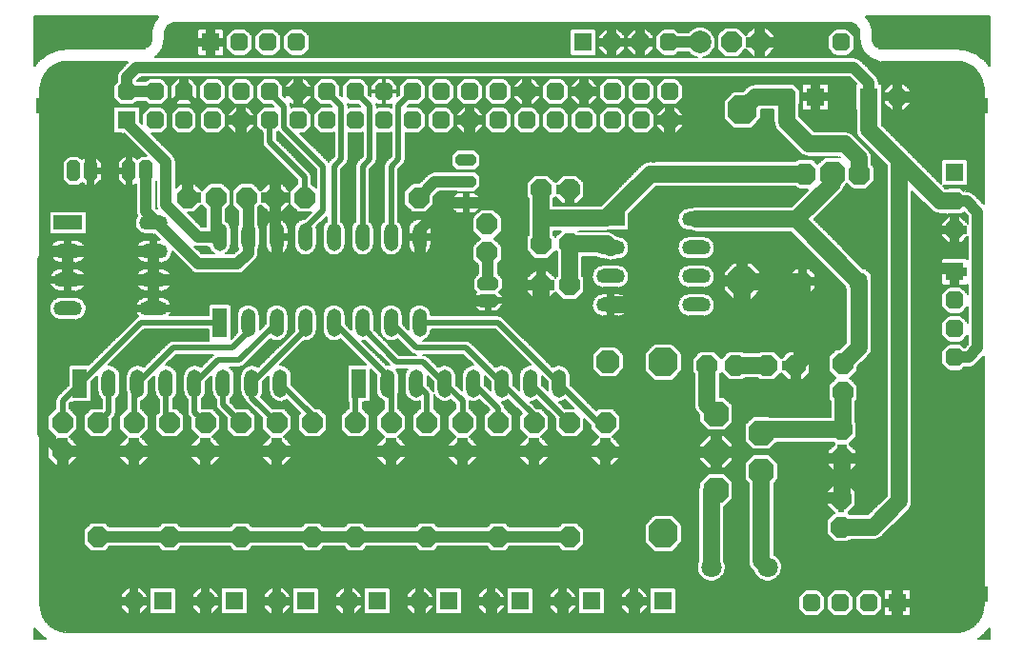
<source format=gbl>
%FSLAX35Y35*%
%MOIN*%
%IN2=KupferuntenL2(X.GBL)*%
%ADD10C,0.00591*%
%ADD11C,0.00354*%
%ADD12C,0.00394*%
%ADD13C,0.00409*%
%ADD14C,0.00827*%
%ADD15C,0.01000*%
%ADD16C,0.01181*%
%ADD17C,0.01575*%
%ADD18C,0.01969*%
%ADD19C,0.03937*%
%ADD20C,0.05906*%
%ADD21C,0.07087*%
%ADD22C,0.07874*%
%ADD23C,0.21323*%
%AMR_24*21,1,0.01575,0.01575,0,0,0.000*%
%ADD24R_24*%
%AMR_25*21,1,0.01772,0.01772,0,0,0.000*%
%ADD25R_25*%
%AMR_26*21,1,0.02165,0.02165,0,0,0.000*%
%ADD26R_26*%
%AMR_27*21,1,0.02362,0.02362,0,0,0.000*%
%ADD27R_27*%
%AMR_28*21,1,0.02500,0.02500,0,0,0.000*%
%ADD28R_28*%
%AMR_29*21,1,0.03150,0.03150,0,0,0.000*%
%ADD29R_29*%
%AMR_30*21,1,0.03543,0.03543,0,0,0.000*%
%ADD30R_30*%
%AMR_31*21,1,0.03937,0.03937,0,0,0.000*%
%ADD31R_31*%
%AMR_32*21,1,0.05000,0.09843,0,0,0.000*%
%ADD32R_32*%
%AMR_33*21,1,0.05000,0.10000,0,0,270.000*%
%ADD33R_33*%
%AMR_34*21,1,0.05331,0.05331,0,0,0.000*%
%ADD34R_34*%
%AMR_35*21,1,0.06299,0.06299,0,0,0.000*%
%ADD35R_35*%
%AMR_36*21,1,0.06299,0.06299,0,0,180.000*%
%ADD36R_36*%
%AMR_37*21,1,0.06299,0.06299,0,0,270.000*%
%ADD37R_37*%
%AMR_38*21,1,0.19685,0.19685,0,0,0.000*%
%ADD38R_38*%
%AMOCT_39*4,1,8,0.021654,0.024606,0.010827,0.035433,-0.010827,0.035433,-0.021654,0.024606,-0.021654,-0.024606,-0.010827,-0.035433,0.010827,-0.035433,0.021654,-0.024606,0.021654,0.024606,270.000*%
%ADD39OCT_39*%
%AMOCT_40*4,1,8,0.023622,0.023622,0.011811,0.035433,-0.011811,0.035433,-0.023622,0.023622,-0.023622,-0.023622,-0.011811,-0.035433,0.011811,-0.035433,0.023622,-0.023622,0.023622,0.023622,0.000*%
%ADD40OCT_40*%
%AMOCT_41*4,1,8,0.023622,0.023622,0.011811,0.035433,-0.011811,0.035433,-0.023622,0.023622,-0.023622,-0.023622,-0.011811,-0.035433,0.011811,-0.035433,0.023622,-0.023622,0.023622,0.023622,180.000*%
%ADD41OCT_41*%
%AMOCT_42*4,1,8,0.023622,0.023622,0.011811,0.035433,-0.011811,0.035433,-0.023622,0.023622,-0.023622,-0.023622,-0.011811,-0.035433,0.011811,-0.035433,0.023622,-0.023622,0.023622,0.023622,270.000*%
%ADD42OCT_42*%
%AMOCT_43*4,1,8,0.031496,0.015748,0.015748,0.031496,-0.015748,0.031496,-0.031496,0.015748,-0.031496,-0.015748,-0.015748,-0.031496,0.015748,-0.031496,0.031496,-0.015748,0.031496,0.015748,0.000*%
%ADD43OCT_43*%
%AMOCT_44*4,1,8,0.031496,0.015748,0.015748,0.031496,-0.015748,0.031496,-0.031496,0.015748,-0.031496,-0.015748,-0.015748,-0.031496,0.015748,-0.031496,0.031496,-0.015748,0.031496,0.015748,180.000*%
%ADD44OCT_44*%
%AMOCT_45*4,1,8,0.031496,0.015748,0.015748,0.031496,-0.015748,0.031496,-0.031496,0.015748,-0.031496,-0.015748,-0.015748,-0.031496,0.015748,-0.031496,0.031496,-0.015748,0.031496,0.015748,270.000*%
%ADD45OCT_45*%
%AMOCT_46*4,1,8,0.035433,0.017717,0.017717,0.035433,-0.017717,0.035433,-0.035433,0.017717,-0.035433,-0.017717,-0.017717,-0.035433,0.017717,-0.035433,0.035433,-0.017717,0.035433,0.017717,0.000*%
%ADD46OCT_46*%
%AMOCT_47*4,1,8,0.035433,0.017717,0.017717,0.035433,-0.017717,0.035433,-0.035433,0.017717,-0.035433,-0.017717,-0.017717,-0.035433,0.017717,-0.035433,0.035433,-0.017717,0.035433,0.017717,90.000*%
%ADD47OCT_47*%
%AMOCT_48*4,1,8,0.035433,0.017717,0.017717,0.035433,-0.017717,0.035433,-0.035433,0.017717,-0.035433,-0.017717,-0.017717,-0.035433,0.017717,-0.035433,0.035433,-0.017717,0.035433,0.017717,180.000*%
%ADD48OCT_48*%
%AMOCT_49*4,1,8,0.035433,0.017717,0.017717,0.035433,-0.017717,0.035433,-0.035433,0.017717,-0.035433,-0.017717,-0.017717,-0.035433,0.017717,-0.035433,0.035433,-0.017717,0.035433,0.017717,270.000*%
%ADD49OCT_49*%
%AMOCT_50*4,1,8,0.037402,0.018701,0.018701,0.037402,-0.018701,0.037402,-0.037402,0.018701,-0.037402,-0.018701,-0.018701,-0.037402,0.018701,-0.037402,0.037402,-0.018701,0.037402,0.018701,180.000*%
%ADD50OCT_50*%
%AMOCT_51*4,1,8,0.039370,0.019685,0.019685,0.039370,-0.019685,0.039370,-0.039370,0.019685,-0.039370,-0.019685,-0.019685,-0.039370,0.019685,-0.039370,0.039370,-0.019685,0.039370,0.019685,0.000*%
%ADD51OCT_51*%
%AMOCT_52*4,1,8,0.043307,0.021654,0.021654,0.043307,-0.021654,0.043307,-0.043307,0.021654,-0.043307,-0.021654,-0.021654,-0.043307,0.021654,-0.043307,0.043307,-0.021654,0.043307,0.021654,180.000*%
%ADD52OCT_52*%
%AMOCT_53*4,1,8,0.043307,0.021654,0.021654,0.043307,-0.021654,0.043307,-0.043307,0.021654,-0.043307,-0.021654,-0.021654,-0.043307,0.021654,-0.043307,0.043307,-0.021654,0.043307,0.021654,270.000*%
%ADD53OCT_53*%
%AMOCT_54*4,1,8,0.049213,0.024606,0.024606,0.049213,-0.024606,0.049213,-0.049213,0.024606,-0.049213,-0.024606,-0.024606,-0.049213,0.024606,-0.049213,0.049213,-0.024606,0.049213,0.024606,90.000*%
%ADD54OCT_54*%
%AMO_55*20,1,0.05000,0.00000,-0.02421,0.00000,0.02421,0*1,1,0.05000,0.00000,-0.02421*1,1,0.05000,0.00000,0.02421*%
%ADD55O_55*%
%AMO_56*20,1,0.05000,-0.02500,0.00000,0.02500,0.00000,0*1,1,0.05000,-0.02500,0.00000*1,1,0.05000,0.02500,0.00000*%
%ADD56O_56*%
%AMRR_57*21,1,0.06299,0.05039,0,0,0.000*21,1,0.05039,0.06299,0,0,0.000*1,1,0.01260,0.02520,0.02520*1,1,0.01260,-0.02520,-0.02520*1,1,0.01260,0.02520,-0.02520*1,1,0.01260,-0.02520,0.02520*%
%ADD57RR_57*%
%AMRR_58*21,1,0.15748,0.05315,0,0,270.000*21,1,0.13976,0.07087,0,0,270.000*1,1,0.01772,0.02657,-0.06988*1,1,0.01772,-0.02657,0.06988*1,1,0.01772,-0.02657,-0.06988*1,1,0.01772,0.02657,0.06988*%
%ADD58RR_58*%
G54D10*
X2729Y9206D02*
X10713Y17190D01*
X14065Y13838D01*
X6081Y5854D01*
X2729Y9206D01*
X5530Y6405D02*
X6632Y6405D01*
X4978Y6956D02*
X7183Y6956D01*
X4427Y7508D02*
X7734Y7508D01*
X3876Y8059D02*
X8286Y8059D01*
X3325Y8610D02*
X8837Y8610D01*
X2774Y9161D02*
X9388Y9161D01*
X3236Y9712D02*
X9939Y9712D01*
X3787Y10264D02*
X10490Y10264D01*
X4338Y10815D02*
X11041Y10815D01*
X4889Y11366D02*
X11593Y11366D01*
X5440Y11917D02*
X12144Y11917D01*
X5991Y12468D02*
X12695Y12468D01*
X6543Y13019D02*
X13246Y13019D01*
X7094Y13571D02*
X13797Y13571D01*
X7645Y14122D02*
X13781Y14122D01*
X8196Y14673D02*
X13230Y14673D01*
X8747Y15224D02*
X12679Y15224D01*
X9299Y15775D02*
X12128Y15775D01*
X9850Y16326D02*
X11577Y16326D01*
X10401Y16878D02*
X11026Y16878D01*
G54D16*
X266799Y146799D02*
X266793Y146799D01*
X248071Y125000D02*
X247941Y125129D01*
X53750Y154375D02*
X53750Y155312D01*
X53750Y154375D02*
X53750Y155312D01*
X53750Y159687D01*
X84375Y141250D02*
X85000Y140625D01*
X200312Y65312D02*
X200000Y65625D01*
X282812Y49375D02*
X282500Y49062D01*
X178125Y138125D02*
X177500Y138125D01*
X200312Y147187D02*
X201799Y146799D01*
X215802Y162677D02*
X217677Y162677D01*
X158953Y135188D02*
X158642Y135091D01*
X63750Y140625D02*
X65000Y140625D01*
X175000Y75625D02*
X175000Y78125D01*
X283125Y73437D02*
X282812Y73125D01*
G54D18*
X47500Y186562D02*
X52500Y191562D01*
X57500Y186562D02*
X52500Y191562D01*
X47500Y176250D02*
X47500Y186562D01*
X57500Y173750D02*
X57500Y186562D01*
X53750Y170000D02*
X57500Y173750D01*
X53750Y170000D02*
X47500Y176250D01*
X94687Y161562D02*
X94687Y154375D01*
X94687Y161562D02*
X82500Y173750D01*
X82500Y181562D01*
X177500Y138125D02*
X177500Y141250D01*
X93750Y141875D02*
X95000Y140625D01*
X87500Y186250D02*
X82812Y190937D01*
X82500Y191562D01*
X87500Y179062D02*
X101250Y165312D01*
X101250Y150000D01*
X95000Y143750D01*
X95000Y140625D01*
X87500Y179062D02*
X87500Y186250D01*
X105000Y165312D02*
X105000Y140625D01*
X105000Y165312D02*
X107500Y167812D01*
X107500Y186562D01*
X102500Y191562D01*
X113750Y141875D02*
X115000Y140625D01*
X115000Y165312D02*
X115000Y140625D01*
X117500Y167812D02*
X115000Y165312D01*
X117500Y167812D02*
X117500Y186562D01*
X112500Y191562D01*
X125000Y165312D02*
X125000Y140625D01*
X127500Y167812D02*
X125000Y165312D01*
X127500Y167812D02*
X127500Y186562D01*
X132500Y191562D01*
X201723Y136875D02*
X201799Y136799D01*
X153750Y89375D02*
X162500Y80625D01*
X162500Y75625D01*
X133750Y89375D02*
X137500Y85625D01*
X137500Y75625D01*
X112500Y88125D02*
X112500Y75625D01*
X112500Y88125D02*
X113750Y89375D01*
X95000Y110625D02*
X95000Y108125D01*
X76250Y89375D01*
X85000Y75625D02*
X76250Y84375D01*
X76250Y89375D01*
X71875Y97500D02*
X85000Y110625D01*
X71875Y97500D02*
X64375Y97500D01*
X56250Y89375D01*
X60000Y75625D02*
X56250Y79375D01*
X56250Y89375D01*
X69375Y101875D02*
X48750Y101875D01*
X36250Y89375D01*
X35000Y88125D02*
X36250Y89375D01*
X35000Y75625D02*
X35000Y88125D01*
X69375Y101875D02*
X75000Y107500D01*
X75000Y110625D01*
X65000Y110625D02*
X37500Y110625D01*
X16250Y89375D01*
X10000Y83125D01*
X10000Y75625D01*
X97500Y78125D02*
X97500Y75625D01*
X97500Y78125D02*
X86250Y89375D01*
X125000Y88125D02*
X125000Y75625D01*
X125000Y88125D02*
X123750Y89375D01*
X105000Y110625D02*
X123750Y91875D01*
X123750Y89375D01*
X143750Y89375D02*
X150000Y83125D01*
X150000Y75625D01*
X126875Y96875D02*
X136250Y96875D01*
X143750Y89375D01*
X126875Y96875D02*
X115000Y108750D01*
X115000Y110625D01*
X133750Y101875D02*
X125000Y110625D01*
X133750Y101875D02*
X151250Y101875D01*
X163750Y89375D01*
X175000Y78125D02*
X163750Y89375D01*
X22500Y75625D02*
X26250Y79375D01*
X26250Y89375D01*
X72500Y75625D02*
X66250Y81875D01*
X66250Y89375D01*
X47500Y88125D02*
X46250Y89375D01*
X46250Y76875D01*
X47500Y75625D01*
X173750Y89375D02*
X187500Y75625D01*
X135000Y110625D02*
X162500Y110625D01*
X183750Y89375D01*
X197500Y75625D01*
X200000Y75625D01*
G54D19*
X231874Y146875D02*
X231799Y146799D01*
X279375Y159375D02*
X279375Y162677D01*
X3125Y132500D02*
X3125Y71875D01*
X10000Y18321D02*
X10000Y65625D01*
X10000Y18321D02*
X12598Y15723D01*
X85000Y125625D02*
X85000Y140625D01*
X85000Y125625D02*
X135000Y125625D01*
X135000Y140625D01*
X35000Y13125D02*
X35000Y6875D01*
X33125Y5000D01*
X23321Y5000D01*
X12598Y15723D01*
X60000Y13125D02*
X60000Y6875D01*
X58125Y5000D01*
X36875Y5000D01*
X35000Y6875D01*
X10000Y65625D02*
X35000Y65625D01*
X60000Y65625D01*
X85000Y65625D01*
X125000Y65625D01*
X150000Y65625D01*
X175000Y65625D01*
X200000Y65625D01*
X85000Y13125D02*
X85000Y6875D01*
X83125Y5000D01*
X61875Y5000D01*
X60000Y6875D01*
X110000Y13125D02*
X110000Y6875D01*
X108125Y5000D01*
X86875Y5000D01*
X85000Y6875D01*
X135000Y13125D02*
X135000Y6875D01*
X133125Y5000D01*
X111875Y5000D01*
X110000Y6875D01*
X160000Y13125D02*
X160000Y6875D01*
X158125Y5000D01*
X136875Y5000D01*
X135000Y6875D01*
X185000Y6875D02*
X185000Y13125D01*
X185000Y6875D02*
X183125Y5000D01*
X161875Y5000D01*
X160000Y6875D01*
X210000Y13125D02*
X210000Y6875D01*
X208125Y5000D01*
X186875Y5000D01*
X185000Y6875D01*
X85000Y125625D02*
X41875Y125625D01*
X158953Y118386D02*
X141613Y118386D01*
X135000Y125000D01*
X135000Y125625D02*
X135000Y125000D01*
X211875Y5000D02*
X299687Y5000D01*
X211875Y5000D02*
X210000Y6875D01*
X210000Y13125D01*
X11875Y135625D02*
X11875Y125625D01*
X41875Y125625D01*
X41875Y135625D02*
X11875Y135625D01*
X41875Y125625D02*
X41875Y135625D01*
X6250Y135625D02*
X11875Y135625D01*
X3125Y132500D02*
X6250Y135625D01*
X3125Y71875D02*
X9375Y65625D01*
X10000Y65625D01*
X316250Y188750D02*
X322017Y186590D01*
X322047Y186589D01*
X135000Y143125D02*
X135000Y140625D01*
X135000Y143125D02*
X144375Y152500D01*
X151250Y152500D01*
X188750Y158437D02*
X187500Y157187D01*
X311011Y4687D02*
X322047Y15723D01*
X302187Y189687D02*
X319687Y189687D01*
X322047Y186589D01*
X84375Y154375D02*
X84375Y161250D01*
X80625Y165000D01*
X72500Y165000D01*
X53750Y154375D02*
X53750Y159687D01*
X59062Y165000D01*
X84375Y141250D02*
X84375Y154375D01*
X53750Y170000D02*
X53750Y154375D01*
X314687Y129687D02*
X321562Y129687D01*
X322187Y128437D01*
X314687Y129687D02*
X310937Y125937D01*
X310937Y99062D02*
X310937Y125937D01*
X310937Y99062D02*
X322047Y87952D01*
X322047Y15723D01*
X41875Y125625D02*
X41875Y115625D01*
X299687Y5000D02*
X302187Y7500D01*
X302187Y12500D01*
X311011Y4687D02*
X305000Y4687D01*
X302187Y7500D01*
X200312Y65312D02*
X238796Y65312D01*
X19827Y163750D02*
X19827Y179360D01*
X12598Y186589D01*
X282812Y49375D02*
X273125Y49375D01*
X270000Y46250D02*
X273125Y49375D01*
X270000Y46250D02*
X270000Y34687D01*
X273750Y30937D01*
X297812Y30937D01*
X302187Y26562D01*
X302187Y12500D01*
X72500Y165000D02*
X72500Y181562D01*
X72500Y165000D02*
X59062Y165000D01*
X156250Y171562D02*
X217812Y171562D01*
X222500Y176250D01*
X222500Y181562D01*
X156250Y171562D02*
X152500Y175312D01*
X152500Y181562D01*
X151250Y152500D02*
X159687Y152500D01*
X163125Y155937D01*
X163125Y164687D01*
X156250Y171562D01*
X330312Y101875D02*
X330312Y149375D01*
X326562Y153125D01*
X32500Y196562D02*
X35937Y200000D01*
X322187Y98437D02*
X327187Y98437D01*
X330312Y101875D01*
X292187Y194687D02*
X292187Y189687D01*
X286875Y200000D02*
X292187Y194687D01*
X286875Y200000D02*
X35937Y200000D01*
X322187Y153125D02*
X326562Y153125D01*
X32500Y191562D02*
X32500Y196562D01*
X237032Y51926D02*
X238796Y51926D01*
X32500Y191562D02*
X42500Y191562D01*
X200312Y147187D02*
X201799Y146799D01*
X201799Y146799D01*
X158953Y124291D02*
X158953Y135188D01*
X134687Y154375D02*
X140312Y160000D01*
X151250Y160000D01*
X46250Y166875D02*
X46250Y151875D01*
X65000Y140625D02*
X57500Y140625D01*
X46250Y151875D02*
X57500Y140625D01*
X63750Y141875D02*
X65000Y140625D01*
X63750Y141875D02*
X63750Y154375D01*
X46250Y166875D02*
X32500Y180625D01*
X32500Y181562D01*
X75000Y140625D02*
X75000Y153750D01*
X74375Y154375D01*
X43125Y145625D02*
X57500Y131250D01*
X43125Y145625D02*
X41875Y145625D01*
X71250Y131250D02*
X57500Y131250D01*
X71250Y131250D02*
X75000Y135000D01*
X75000Y140625D01*
X43125Y145625D02*
X39202Y149547D01*
X39202Y163750D01*
X22500Y35625D02*
X47500Y35625D01*
X72500Y35625D01*
X97500Y35625D01*
X112500Y35625D01*
X137500Y35625D01*
X162500Y35625D01*
X187500Y35625D01*
X222187Y208750D02*
X233125Y208750D01*
G54D20*
X288592Y125000D02*
X266793Y146799D01*
X231799Y146799D02*
X266793Y146799D01*
X266799Y146799D02*
X279375Y159375D01*
X288750Y101875D02*
X283125Y96250D01*
X288750Y101875D02*
X288750Y124842D01*
X288592Y125000D01*
X221250Y108125D02*
X212575Y116799D01*
X201799Y116799D01*
X244375Y108125D02*
X247941Y111691D01*
X247941Y125129D01*
X248071Y125000D02*
X268907Y125000D01*
X221250Y108125D02*
X244375Y108125D01*
X282812Y49375D02*
X282812Y63125D01*
X268907Y97969D02*
X268907Y125000D01*
X268907Y97969D02*
X266562Y95625D01*
X180937Y108125D02*
X221250Y108125D01*
X177500Y111562D02*
X177500Y125000D01*
X177500Y111562D02*
X180937Y108125D01*
X292187Y178125D02*
X292187Y189687D01*
X317187Y153125D02*
X302812Y167500D01*
X317187Y153125D02*
X322187Y153125D01*
X237032Y25000D02*
X237032Y51926D01*
X282500Y39062D02*
X293750Y39062D01*
X302812Y48125D01*
X302812Y167500D01*
X292187Y178125D01*
X177500Y141250D02*
X177500Y147187D01*
X217677Y162677D02*
X269965Y162677D01*
X177500Y147187D02*
X200312Y147187D01*
X215802Y162677D01*
X177500Y147187D02*
X177500Y157187D01*
X247941Y185129D02*
X252500Y189687D01*
X263437Y189687D01*
X263437Y180937D02*
X263437Y189687D01*
X263437Y180937D02*
X271250Y173125D01*
X283750Y173125D01*
X288784Y168090D01*
X288784Y162677D01*
X187500Y123750D02*
X187500Y138125D01*
X200473Y138125D02*
X187500Y138125D01*
X200473Y138125D02*
X201799Y136799D01*
X254544Y27172D02*
X254544Y58619D01*
X254544Y27172D02*
X256717Y25000D01*
X245625Y95625D02*
X256562Y95625D01*
X238796Y78698D02*
X235625Y81870D01*
X235625Y95625D01*
X255664Y73125D02*
X282812Y73125D01*
X255664Y73125D02*
X254544Y72005D01*
X283125Y73437D02*
X283125Y86250D01*
G54D21*
X237032Y25000D03*
X256717Y25000D03*
G54D22*
X233125Y208750D03*
G54D23*
X12598Y15723D03*
X12598Y186589D03*
X322047Y186589D03*
X322047Y15723D03*
G54D32*
X65000Y110625D03*
X16250Y89375D03*
X113750Y89375D03*
G54D33*
X201799Y146799D03*
X11875Y145625D03*
G54D35*
X273437Y189687D03*
X292187Y189687D03*
G54D36*
X45000Y13125D03*
X70000Y13125D03*
X95000Y13125D03*
X120000Y13125D03*
X145000Y13125D03*
X170000Y13125D03*
X195000Y13125D03*
X220000Y13125D03*
X302187Y12500D03*
G54D37*
X322187Y128437D03*
X322187Y163125D03*
G54D39*
X151250Y167500D03*
X151250Y160000D03*
X151250Y152500D03*
G54D40*
X13922Y163750D03*
X19827Y163750D03*
G54D41*
X39202Y163750D03*
X33297Y163750D03*
G54D42*
X158953Y124291D03*
X158953Y118386D03*
G54D43*
X263437Y189687D03*
X302187Y189687D03*
X71875Y208750D03*
X81875Y208750D03*
X91875Y208750D03*
X202187Y208750D03*
X212187Y208750D03*
X222187Y208750D03*
X32500Y191562D03*
X42500Y181562D03*
X42500Y191562D03*
X52500Y181562D03*
X52500Y191562D03*
X62500Y181562D03*
X62500Y191562D03*
X72500Y181562D03*
X72500Y191562D03*
X82500Y181562D03*
X82500Y191562D03*
X92500Y181562D03*
X92500Y191562D03*
X102500Y181562D03*
X102500Y191562D03*
X112500Y181562D03*
X112500Y191562D03*
X122500Y181562D03*
X122500Y191562D03*
X132500Y181562D03*
X132500Y191562D03*
X142500Y181562D03*
X142500Y191562D03*
X152500Y181562D03*
X152500Y191562D03*
X162500Y181562D03*
X162500Y191562D03*
X172500Y181562D03*
X172500Y191562D03*
X182500Y181562D03*
X182500Y191562D03*
X192500Y181562D03*
X192500Y191562D03*
X202500Y181562D03*
X202500Y191562D03*
X212500Y181562D03*
X212500Y191562D03*
X222500Y181562D03*
X222500Y191562D03*
X282500Y208750D03*
G54D44*
X35000Y13125D03*
X60000Y13125D03*
X85000Y13125D03*
X110000Y13125D03*
X135000Y13125D03*
X160000Y13125D03*
X185000Y13125D03*
X210000Y13125D03*
X288592Y125000D03*
X268907Y125000D03*
X292187Y12500D03*
X282187Y12500D03*
X272187Y12500D03*
G54D45*
X322187Y118437D03*
X322187Y108437D03*
X322187Y98437D03*
X322187Y153125D03*
X322187Y143125D03*
G54D46*
X94687Y154375D03*
X134687Y154375D03*
X74375Y154375D03*
X84375Y154375D03*
X235625Y95625D03*
X245625Y95625D03*
G54D47*
X158642Y135091D03*
X158642Y145091D03*
X187500Y35625D03*
X187500Y75625D03*
X162500Y35625D03*
X162500Y75625D03*
X137500Y35625D03*
X137500Y75625D03*
X112500Y35625D03*
X112500Y75625D03*
X97500Y35625D03*
X97500Y75625D03*
X72500Y35625D03*
X72500Y75625D03*
X47500Y35625D03*
X47500Y75625D03*
X22500Y35625D03*
X22500Y75625D03*
X282500Y39062D03*
X282500Y49062D03*
X283125Y86250D03*
X283125Y96250D03*
G54D48*
X187500Y138125D03*
X177500Y138125D03*
X187500Y157187D03*
X177500Y157187D03*
X187500Y123750D03*
X177500Y123750D03*
X266562Y95625D03*
X256562Y95625D03*
X63750Y154375D03*
X53750Y154375D03*
X254062Y208750D03*
X244062Y208750D03*
G54D49*
X200000Y75625D03*
X200000Y65625D03*
X175000Y75625D03*
X175000Y65625D03*
X150000Y75625D03*
X150000Y65625D03*
X125000Y75625D03*
X125000Y65625D03*
X85000Y75625D03*
X85000Y65625D03*
X60000Y75625D03*
X60000Y65625D03*
X35000Y75625D03*
X35000Y65625D03*
X10000Y75625D03*
X10000Y65625D03*
X282812Y73125D03*
X282812Y63125D03*
G54D50*
X288784Y162677D03*
X269965Y162677D03*
G54D51*
X200937Y96875D03*
G54D52*
X279375Y162677D03*
G54D53*
X238796Y78698D03*
X254544Y72005D03*
X238796Y65312D03*
X254544Y58619D03*
X238796Y51926D03*
G54D54*
X247941Y125129D03*
X247941Y185129D03*
X220258Y36821D03*
X220258Y96821D03*
G54D55*
X75000Y110625D03*
X85000Y110625D03*
X95000Y110625D03*
X105000Y110625D03*
X115000Y110625D03*
X125000Y110625D03*
X135000Y110625D03*
X135000Y140625D03*
X125000Y140625D03*
X115000Y140625D03*
X105000Y140625D03*
X95000Y140625D03*
X85000Y140625D03*
X75000Y140625D03*
X65000Y140625D03*
X36250Y89375D03*
X46250Y89375D03*
X56250Y89375D03*
X66250Y89375D03*
X76250Y89375D03*
X86250Y89375D03*
X26250Y89375D03*
X133750Y89375D03*
X143750Y89375D03*
X153750Y89375D03*
X163750Y89375D03*
X173750Y89375D03*
X183750Y89375D03*
X123750Y89375D03*
G54D56*
X201799Y136799D03*
X201799Y126799D03*
X201799Y116799D03*
X231799Y116799D03*
X231799Y126799D03*
X231799Y136799D03*
X231799Y146799D03*
X11875Y135625D03*
X11875Y125625D03*
X11875Y115625D03*
X41875Y115625D03*
X41875Y125625D03*
X41875Y135625D03*
X41875Y145625D03*
G54D57*
X61875Y208750D03*
X192187Y208750D03*
X32500Y181562D03*
G36*
X200549Y116799D02*
X200549Y120519D01*
X203049Y120519D01*
X203049Y116799D01*
X200549Y116799D01*
D02*G37*
G36*
X200549Y113078D02*
X200549Y116799D01*
X203049Y116799D01*
X203049Y113078D01*
X200549Y113078D01*
D02*G37*
G36*
X245973Y125129D02*
X245973Y131271D01*
X249910Y131271D01*
X249910Y125129D01*
X245973Y125129D01*
D02*G37*
G36*
X241800Y123160D02*
X241800Y127097D01*
X247941Y127097D01*
X247941Y123160D01*
X241800Y123160D01*
D02*G37*
G36*
X182736Y155415D02*
X182736Y158959D01*
X187500Y158959D01*
X187500Y155415D01*
X182736Y155415D01*
D02*G37*
G36*
X185728Y152423D02*
X185728Y157187D01*
X189271Y157187D01*
X189271Y152423D01*
X185728Y152423D01*
D02*G37*
G36*
X177500Y121978D02*
X177500Y125521D01*
X182263Y125521D01*
X182263Y121978D01*
X177500Y121978D01*
D02*G37*
G36*
X175728Y123750D02*
X175728Y125000D01*
X179271Y125000D01*
X179271Y123750D01*
X175728Y123750D01*
D02*G37*
G36*
X172736Y121978D02*
X172736Y125521D01*
X177500Y125521D01*
X177500Y121978D01*
X172736Y121978D01*
D02*G37*
G36*
X158953Y117204D02*
X158953Y119567D01*
X163717Y119567D01*
X163717Y117204D01*
X158953Y117204D01*
D02*G37*
G36*
X157772Y114803D02*
X157772Y118386D01*
X160134Y118386D01*
X160134Y114803D01*
X157772Y114803D01*
D02*G37*
G36*
X150167Y152500D02*
X150167Y155885D01*
X152332Y155885D01*
X152332Y152500D01*
X150167Y152500D01*
D02*G37*
G36*
X150167Y149114D02*
X150167Y152500D01*
X152332Y152500D01*
X152332Y149114D01*
X150167Y149114D01*
D02*G37*
G36*
X135000Y139375D02*
X135000Y141875D01*
X138720Y141875D01*
X138720Y139375D01*
X135000Y139375D01*
D02*G37*
G36*
X131279Y139375D02*
X131279Y141875D01*
X135000Y141875D01*
X135000Y139375D01*
X131279Y139375D01*
D02*G37*
G36*
X85000Y139375D02*
X85000Y141875D01*
X88720Y141875D01*
X88720Y139375D01*
X85000Y139375D01*
D02*G37*
G36*
X84375Y152603D02*
X84375Y156146D01*
X89138Y156146D01*
X89138Y152603D01*
X84375Y152603D01*
D02*G37*
G36*
X79611Y152603D02*
X79611Y156146D01*
X84375Y156146D01*
X84375Y152603D01*
X79611Y152603D01*
D02*G37*
G36*
X35000Y11550D02*
X35000Y14699D01*
X39370Y14699D01*
X39370Y11550D01*
X35000Y11550D01*
D02*G37*
G36*
X33425Y13125D02*
X33425Y17495D01*
X36574Y17495D01*
X36574Y13125D01*
X33425Y13125D01*
D02*G37*
G36*
X30629Y11550D02*
X30629Y14699D01*
X35000Y14699D01*
X35000Y11550D01*
X30629Y11550D01*
D02*G37*
G36*
X60000Y11550D02*
X60000Y14699D01*
X64370Y14699D01*
X64370Y11550D01*
X60000Y11550D01*
D02*G37*
G36*
X58425Y13125D02*
X58425Y17495D01*
X61574Y17495D01*
X61574Y13125D01*
X58425Y13125D01*
D02*G37*
G36*
X55629Y11550D02*
X55629Y14699D01*
X60000Y14699D01*
X60000Y11550D01*
X55629Y11550D01*
D02*G37*
G36*
X85000Y11550D02*
X85000Y14699D01*
X89370Y14699D01*
X89370Y11550D01*
X85000Y11550D01*
D02*G37*
G36*
X83425Y13125D02*
X83425Y17495D01*
X86574Y17495D01*
X86574Y13125D01*
X83425Y13125D01*
D02*G37*
G36*
X80629Y11550D02*
X80629Y14699D01*
X85000Y14699D01*
X85000Y11550D01*
X80629Y11550D01*
D02*G37*
G36*
X110000Y11550D02*
X110000Y14699D01*
X114370Y14699D01*
X114370Y11550D01*
X110000Y11550D01*
D02*G37*
G36*
X108425Y13125D02*
X108425Y17495D01*
X111574Y17495D01*
X111574Y13125D01*
X108425Y13125D01*
D02*G37*
G36*
X105629Y11550D02*
X105629Y14699D01*
X110000Y14699D01*
X110000Y11550D01*
X105629Y11550D01*
D02*G37*
G36*
X135000Y11550D02*
X135000Y14699D01*
X139370Y14699D01*
X139370Y11550D01*
X135000Y11550D01*
D02*G37*
G36*
X133425Y13125D02*
X133425Y17495D01*
X136574Y17495D01*
X136574Y13125D01*
X133425Y13125D01*
D02*G37*
G36*
X130629Y11550D02*
X130629Y14699D01*
X135000Y14699D01*
X135000Y11550D01*
X130629Y11550D01*
D02*G37*
G36*
X160000Y11550D02*
X160000Y14699D01*
X164370Y14699D01*
X164370Y11550D01*
X160000Y11550D01*
D02*G37*
G36*
X158425Y13125D02*
X158425Y17495D01*
X161574Y17495D01*
X161574Y13125D01*
X158425Y13125D01*
D02*G37*
G36*
X155629Y11550D02*
X155629Y14699D01*
X160000Y14699D01*
X160000Y11550D01*
X155629Y11550D01*
D02*G37*
G36*
X185000Y11550D02*
X185000Y14699D01*
X189370Y14699D01*
X189370Y11550D01*
X185000Y11550D01*
D02*G37*
G36*
X183425Y13125D02*
X183425Y17495D01*
X186574Y17495D01*
X186574Y13125D01*
X183425Y13125D01*
D02*G37*
G36*
X180629Y11550D02*
X180629Y14699D01*
X185000Y14699D01*
X185000Y11550D01*
X180629Y11550D01*
D02*G37*
G36*
X210000Y11550D02*
X210000Y14699D01*
X214370Y14699D01*
X214370Y11550D01*
X210000Y11550D01*
D02*G37*
G36*
X208425Y13125D02*
X208425Y17495D01*
X211574Y17495D01*
X211574Y13125D01*
X208425Y13125D01*
D02*G37*
G36*
X205629Y11550D02*
X205629Y14699D01*
X210000Y14699D01*
X210000Y11550D01*
X205629Y11550D01*
D02*G37*
G36*
X198228Y65625D02*
X198228Y70388D01*
X201771Y70388D01*
X201771Y65625D01*
X198228Y65625D01*
D02*G37*
G36*
X198228Y60861D02*
X198228Y65625D01*
X201771Y65625D01*
X201771Y60861D01*
X198228Y60861D01*
D02*G37*
G36*
X173228Y65625D02*
X173228Y70388D01*
X176771Y70388D01*
X176771Y65625D01*
X173228Y65625D01*
D02*G37*
G36*
X173228Y60861D02*
X173228Y65625D01*
X176771Y65625D01*
X176771Y60861D01*
X173228Y60861D01*
D02*G37*
G36*
X148228Y65625D02*
X148228Y70388D01*
X151771Y70388D01*
X151771Y65625D01*
X148228Y65625D01*
D02*G37*
G36*
X148228Y60861D02*
X148228Y65625D01*
X151771Y65625D01*
X151771Y60861D01*
X148228Y60861D01*
D02*G37*
G36*
X123228Y65625D02*
X123228Y70388D01*
X126771Y70388D01*
X126771Y65625D01*
X123228Y65625D01*
D02*G37*
G36*
X123228Y60861D02*
X123228Y65625D01*
X126771Y65625D01*
X126771Y60861D01*
X123228Y60861D01*
D02*G37*
G36*
X83228Y65625D02*
X83228Y70388D01*
X86771Y70388D01*
X86771Y65625D01*
X83228Y65625D01*
D02*G37*
G36*
X83228Y60861D02*
X83228Y65625D01*
X86771Y65625D01*
X86771Y60861D01*
X83228Y60861D01*
D02*G37*
G36*
X58228Y65625D02*
X58228Y70388D01*
X61771Y70388D01*
X61771Y65625D01*
X58228Y65625D01*
D02*G37*
G36*
X58228Y60861D02*
X58228Y65625D01*
X61771Y65625D01*
X61771Y60861D01*
X58228Y60861D01*
D02*G37*
G36*
X33228Y65625D02*
X33228Y70388D01*
X36771Y70388D01*
X36771Y65625D01*
X33228Y65625D01*
D02*G37*
G36*
X33228Y60861D02*
X33228Y65625D01*
X36771Y65625D01*
X36771Y60861D01*
X33228Y60861D01*
D02*G37*
G36*
X8228Y65625D02*
X8228Y70388D01*
X11771Y70388D01*
X11771Y65625D01*
X8228Y65625D01*
D02*G37*
G36*
X322187Y126862D02*
X322187Y130012D01*
X326557Y130012D01*
X326557Y126862D01*
X322187Y126862D01*
D02*G37*
G36*
X320612Y124067D02*
X320612Y128437D01*
X323762Y128437D01*
X323762Y124067D01*
X320612Y124067D01*
D02*G37*
G36*
X238796Y63343D02*
X238796Y67281D01*
X244347Y67281D01*
X244347Y63343D01*
X238796Y63343D01*
D02*G37*
G36*
X236828Y65312D02*
X236828Y70863D01*
X240765Y70863D01*
X240765Y65312D01*
X236828Y65312D01*
D02*G37*
G36*
X236828Y59761D02*
X236828Y65312D01*
X240765Y65312D01*
X240765Y59761D01*
X236828Y59761D01*
D02*G37*
G36*
X277736Y48176D02*
X277736Y49948D01*
X282500Y49948D01*
X282500Y48176D01*
X277736Y48176D01*
D02*G37*
G36*
X281614Y44298D02*
X281614Y49062D01*
X283385Y49062D01*
X283385Y44298D01*
X281614Y44298D01*
D02*G37*
G36*
X261798Y93853D02*
X261798Y97396D01*
X266562Y97396D01*
X266562Y93853D01*
X261798Y93853D01*
D02*G37*
G36*
X264790Y90861D02*
X264790Y95625D01*
X268334Y95625D01*
X268334Y90861D01*
X264790Y90861D01*
D02*G37*
G36*
X268907Y123425D02*
X268907Y126574D01*
X273277Y126574D01*
X273277Y123425D01*
X268907Y123425D01*
D02*G37*
G36*
X267332Y125000D02*
X267332Y129370D01*
X270482Y129370D01*
X270482Y125000D01*
X267332Y125000D01*
D02*G37*
G36*
X282812Y61353D02*
X282812Y64896D01*
X287576Y64896D01*
X287576Y61353D01*
X282812Y61353D01*
D02*G37*
G36*
X281040Y63125D02*
X281040Y67888D01*
X284584Y67888D01*
X284584Y63125D01*
X281040Y63125D01*
D02*G37*
G36*
X278048Y61353D02*
X278048Y64896D01*
X282812Y64896D01*
X282812Y61353D01*
X278048Y61353D01*
D02*G37*
G36*
X300612Y189687D02*
X300612Y194057D01*
X303762Y194057D01*
X303762Y189687D01*
X300612Y189687D01*
D02*G37*
G36*
X297817Y188112D02*
X297817Y191262D01*
X302187Y191262D01*
X302187Y188112D01*
X297817Y188112D01*
D02*G37*
G36*
X300612Y185317D02*
X300612Y189687D01*
X303762Y189687D01*
X303762Y185317D01*
X300612Y185317D01*
D02*G37*
G36*
X19827Y162568D02*
X19827Y164931D01*
X23410Y164931D01*
X23410Y162568D01*
X19827Y162568D01*
D02*G37*
G36*
X18646Y158986D02*
X18646Y163750D01*
X21008Y163750D01*
X21008Y158986D01*
X18646Y158986D01*
D02*G37*
G36*
X322187Y141550D02*
X322187Y144699D01*
X326557Y144699D01*
X326557Y141550D01*
X322187Y141550D01*
D02*G37*
G36*
X320612Y143125D02*
X320612Y147495D01*
X323762Y147495D01*
X323762Y143125D01*
X320612Y143125D01*
D02*G37*
G36*
X317817Y141550D02*
X317817Y144699D01*
X322187Y144699D01*
X322187Y141550D01*
X317817Y141550D01*
D02*G37*
G36*
X320612Y138754D02*
X320612Y143125D01*
X323762Y143125D01*
X323762Y138754D01*
X320612Y138754D01*
D02*G37*
G36*
X10625Y135625D02*
X10625Y139345D01*
X13125Y139345D01*
X13125Y135625D01*
X10625Y135625D01*
D02*G37*
G36*
X5654Y124375D02*
X5654Y126875D01*
X11875Y126875D01*
X11875Y124375D01*
X5654Y124375D01*
D02*G37*
G36*
X10625Y121904D02*
X10625Y125625D01*
X13125Y125625D01*
X13125Y121904D01*
X10625Y121904D01*
D02*G37*
G36*
X41875Y114375D02*
X41875Y116875D01*
X48095Y116875D01*
X48095Y114375D01*
X41875Y114375D01*
D02*G37*
G36*
X35654Y114375D02*
X35654Y116875D01*
X41875Y116875D01*
X41875Y114375D01*
X35654Y114375D01*
D02*G37*
G36*
X40625Y135625D02*
X40625Y139345D01*
X43125Y139345D01*
X43125Y135625D01*
X40625Y135625D01*
D02*G37*
G36*
X32116Y163750D02*
X32116Y168513D01*
X34478Y168513D01*
X34478Y163750D01*
X32116Y163750D01*
D02*G37*
G36*
X29714Y162568D02*
X29714Y164931D01*
X33297Y164931D01*
X33297Y162568D01*
X29714Y162568D01*
D02*G37*
G36*
X32116Y158986D02*
X32116Y163750D01*
X34478Y163750D01*
X34478Y158986D01*
X32116Y158986D01*
D02*G37*
G36*
X53750Y152603D02*
X53750Y156146D01*
X58513Y156146D01*
X58513Y152603D01*
X53750Y152603D01*
D02*G37*
G36*
X302187Y10925D02*
X302187Y14074D01*
X306557Y14074D01*
X306557Y10925D01*
X302187Y10925D01*
D02*G37*
G36*
X297817Y10925D02*
X297817Y14074D01*
X302187Y14074D01*
X302187Y10925D01*
X297817Y10925D01*
D02*G37*
G36*
X61875Y207175D02*
X61875Y210324D01*
X66245Y210324D01*
X66245Y207175D01*
X61875Y207175D01*
D02*G37*
G36*
X60300Y208750D02*
X60300Y213120D01*
X63449Y213120D01*
X63449Y208750D01*
X60300Y208750D01*
D02*G37*
G36*
X57504Y207175D02*
X57504Y210324D01*
X61875Y210324D01*
X61875Y207175D01*
X57504Y207175D01*
D02*G37*
G36*
X60300Y204379D02*
X60300Y208750D01*
X63449Y208750D01*
X63449Y204379D01*
X60300Y204379D01*
D02*G37*
G36*
X202187Y207175D02*
X202187Y210324D01*
X206557Y210324D01*
X206557Y207175D01*
X202187Y207175D01*
D02*G37*
G36*
X200612Y208750D02*
X200612Y213120D01*
X203762Y213120D01*
X203762Y208750D01*
X200612Y208750D01*
D02*G37*
G36*
X197817Y207175D02*
X197817Y210324D01*
X202187Y210324D01*
X202187Y207175D01*
X197817Y207175D01*
D02*G37*
G36*
X200612Y204379D02*
X200612Y208750D01*
X203762Y208750D01*
X203762Y204379D01*
X200612Y204379D01*
D02*G37*
G36*
X212187Y207175D02*
X212187Y210324D01*
X216557Y210324D01*
X216557Y207175D01*
X212187Y207175D01*
D02*G37*
G36*
X210612Y208750D02*
X210612Y213120D01*
X213762Y213120D01*
X213762Y208750D01*
X210612Y208750D01*
D02*G37*
G36*
X207817Y207175D02*
X207817Y210324D01*
X212187Y210324D01*
X212187Y207175D01*
X207817Y207175D01*
D02*G37*
G36*
X210612Y204379D02*
X210612Y208750D01*
X213762Y208750D01*
X213762Y204379D01*
X210612Y204379D01*
D02*G37*
G36*
X254062Y206978D02*
X254062Y210521D01*
X258826Y210521D01*
X258826Y206978D01*
X254062Y206978D01*
D02*G37*
G36*
X252290Y208750D02*
X252290Y213513D01*
X255834Y213513D01*
X255834Y208750D01*
X252290Y208750D01*
D02*G37*
G36*
X249298Y206978D02*
X249298Y210521D01*
X254062Y210521D01*
X254062Y206978D01*
X249298Y206978D01*
D02*G37*
G36*
X252290Y203986D02*
X252290Y208750D01*
X255834Y208750D01*
X255834Y203986D01*
X252290Y203986D01*
D02*G37*
G36*
X50925Y191562D02*
X50925Y195932D01*
X54074Y195932D01*
X54074Y191562D01*
X50925Y191562D01*
D02*G37*
G36*
X72500Y179987D02*
X72500Y183137D01*
X76870Y183137D01*
X76870Y179987D01*
X72500Y179987D01*
D02*G37*
G36*
X70925Y181562D02*
X70925Y185932D01*
X74074Y185932D01*
X74074Y181562D01*
X70925Y181562D01*
D02*G37*
G36*
X68129Y179987D02*
X68129Y183137D01*
X72500Y183137D01*
X72500Y179987D01*
X68129Y179987D01*
D02*G37*
G36*
X92500Y189987D02*
X92500Y193137D01*
X96870Y193137D01*
X96870Y189987D01*
X92500Y189987D01*
D02*G37*
G36*
X90925Y191562D02*
X90925Y195932D01*
X94074Y195932D01*
X94074Y191562D01*
X90925Y191562D01*
D02*G37*
G36*
X88129Y189987D02*
X88129Y193137D01*
X92500Y193137D01*
X92500Y189987D01*
X88129Y189987D01*
D02*G37*
G36*
X90925Y187192D02*
X90925Y191562D01*
X94074Y191562D01*
X94074Y187192D01*
X90925Y187192D01*
D02*G37*
G36*
X122500Y190775D02*
X122500Y192349D01*
X126870Y192349D01*
X126870Y190775D01*
X122500Y190775D01*
D02*G37*
G36*
X121712Y191562D02*
X121712Y195932D01*
X123287Y195932D01*
X123287Y191562D01*
X121712Y191562D01*
D02*G37*
G36*
X118129Y190775D02*
X118129Y192349D01*
X122500Y192349D01*
X122500Y190775D01*
X118129Y190775D01*
D02*G37*
G36*
X121712Y187192D02*
X121712Y191562D01*
X123287Y191562D01*
X123287Y187192D01*
X121712Y187192D01*
D02*G37*
G36*
X152500Y179987D02*
X152500Y183137D01*
X156870Y183137D01*
X156870Y179987D01*
X152500Y179987D01*
D02*G37*
G36*
X150925Y181562D02*
X150925Y185932D01*
X154074Y185932D01*
X154074Y181562D01*
X150925Y181562D01*
D02*G37*
G36*
X148129Y179987D02*
X148129Y183137D01*
X152500Y183137D01*
X152500Y179987D01*
X148129Y179987D01*
D02*G37*
G36*
X172500Y189987D02*
X172500Y193137D01*
X176870Y193137D01*
X176870Y189987D01*
X172500Y189987D01*
D02*G37*
G36*
X170925Y191562D02*
X170925Y195932D01*
X174074Y195932D01*
X174074Y191562D01*
X170925Y191562D01*
D02*G37*
G36*
X168129Y189987D02*
X168129Y193137D01*
X172500Y193137D01*
X172500Y189987D01*
X168129Y189987D01*
D02*G37*
G36*
X170925Y187192D02*
X170925Y191562D01*
X174074Y191562D01*
X174074Y187192D01*
X170925Y187192D01*
D02*G37*
G36*
X192500Y189987D02*
X192500Y193137D01*
X196870Y193137D01*
X196870Y189987D01*
X192500Y189987D01*
D02*G37*
G36*
X190925Y191562D02*
X190925Y195932D01*
X194074Y195932D01*
X194074Y191562D01*
X190925Y191562D01*
D02*G37*
G36*
X188129Y189987D02*
X188129Y193137D01*
X192500Y193137D01*
X192500Y189987D01*
X188129Y189987D01*
D02*G37*
G36*
X190925Y187192D02*
X190925Y191562D01*
X194074Y191562D01*
X194074Y187192D01*
X190925Y187192D01*
D02*G37*
G36*
X222500Y179987D02*
X222500Y183137D01*
X226870Y183137D01*
X226870Y179987D01*
X222500Y179987D01*
D02*G37*
G36*
X220925Y181562D02*
X220925Y185932D01*
X224074Y185932D01*
X224074Y181562D01*
X220925Y181562D01*
D02*G37*
G36*
X218129Y179987D02*
X218129Y183137D01*
X222500Y183137D01*
X222500Y179987D01*
X218129Y179987D01*
D02*G37*
G36*
X9933Y186589D02*
X9933Y198471D01*
X15263Y198471D01*
X15263Y186589D01*
X9933Y186589D01*
D02*G37*
G36*
X716Y183924D02*
X716Y189254D01*
X12598Y189254D01*
X12598Y183924D01*
X716Y183924D01*
D02*G37*
G36*
X9933Y174707D02*
X9933Y186589D01*
X15263Y186589D01*
X15263Y174707D01*
X9933Y174707D01*
D02*G37*
G36*
X322047Y183924D02*
X322047Y189254D01*
X333929Y189254D01*
X333929Y183924D01*
X322047Y183924D01*
D02*G37*
G36*
X319381Y174707D02*
X319381Y186589D01*
X324712Y186589D01*
X324712Y174707D01*
X319381Y174707D01*
D02*G37*
G36*
X322047Y13058D02*
X322047Y18388D01*
X333929Y18388D01*
X333929Y13058D01*
X322047Y13058D01*
D02*G37*
G36*
X273437Y188112D02*
X273437Y191262D01*
X277807Y191262D01*
X277807Y188112D01*
X273437Y188112D01*
D02*G37*
G36*
X271862Y189687D02*
X271862Y194057D01*
X275012Y194057D01*
X275012Y189687D01*
X271862Y189687D01*
D02*G37*
G36*
X269067Y188112D02*
X269067Y191262D01*
X273437Y191262D01*
X273437Y188112D01*
X269067Y188112D01*
D02*G37*
G36*
X271862Y185317D02*
X271862Y189687D01*
X275012Y189687D01*
X275012Y185317D01*
X271862Y185317D01*
D02*G37*
G36*
X175728Y125000D02*
X175728Y128513D01*
X179271Y128513D01*
X179271Y125000D01*
X175728Y125000D01*
D02*G37*
G54D10*
X295Y0D02*
X4170Y0D01*
X330474Y0D02*
X334350Y0D01*
X330474Y0D02*
X330860Y236D01*
X4170Y0D02*
X3785Y236D01*
X330860Y236D02*
X330944Y275D01*
X3785Y236D02*
X3701Y275D01*
X330944Y275D02*
X331012Y314D01*
X3701Y275D02*
X3633Y314D01*
X331012Y314D02*
X331059Y354D01*
X3633Y314D02*
X3586Y354D01*
X331059Y354D02*
X331129Y433D01*
X3586Y354D02*
X3516Y433D01*
X295Y551D02*
X3336Y551D01*
X331308Y551D02*
X334350Y551D01*
X331129Y433D02*
X331261Y511D01*
X3516Y433D02*
X3383Y511D01*
X331261Y511D02*
X331447Y669D01*
X3383Y511D02*
X3198Y669D01*
X295Y1102D02*
X2691Y1102D01*
X331954Y1102D02*
X334350Y1102D01*
X295Y1653D02*
X2046Y1653D01*
X332599Y1653D02*
X334350Y1653D01*
X331447Y669D02*
X332599Y1653D01*
X3198Y669D02*
X2046Y1653D01*
X332599Y1653D02*
X332661Y1692D01*
X2046Y1653D02*
X1984Y1692D01*
X332661Y1692D02*
X332708Y1732D01*
X1984Y1692D02*
X1936Y1732D01*
X332708Y1732D02*
X332744Y1771D01*
X1936Y1732D02*
X1901Y1771D01*
X332744Y1771D02*
X332771Y1811D01*
X1901Y1771D02*
X1874Y1811D01*
X332771Y1811D02*
X332794Y1850D01*
X1874Y1811D02*
X1850Y1850D01*
X332794Y1850D02*
X332836Y1889D01*
X1850Y1850D02*
X1809Y1889D01*
X332836Y1889D02*
X332928Y1968D01*
X1809Y1889D02*
X1716Y1968D01*
X332928Y1968D02*
X333031Y2086D01*
X1716Y1968D02*
X1614Y2086D01*
X295Y2204D02*
X1513Y2204D01*
X333132Y2204D02*
X334350Y2204D01*
X11385Y2322D02*
X323260Y2322D01*
X323260Y2322D02*
X323654Y2362D01*
X11385Y2322D02*
X10991Y2362D01*
X323760Y2362D02*
X324154Y2401D01*
X10884Y2362D02*
X10491Y2401D01*
X324261Y2401D02*
X324492Y2440D01*
X10384Y2401D02*
X10152Y2440D01*
X295Y2755D02*
X1042Y2755D01*
X8877Y2755D02*
X325768Y2755D01*
X333603Y2755D02*
X334350Y2755D01*
X324492Y2440D02*
X325640Y2716D01*
X10152Y2440D02*
X9005Y2716D01*
X325640Y2716D02*
X325768Y2755D01*
X9005Y2716D02*
X8877Y2755D01*
X295Y3307D02*
X570Y3307D01*
X7546Y3307D02*
X327099Y3307D01*
X334074Y3307D02*
X334350Y3307D01*
X325768Y2755D02*
X327099Y3307D01*
X8877Y2755D02*
X7546Y3307D01*
X333031Y2086D02*
X334074Y3307D01*
X1614Y2086D02*
X570Y3307D01*
X334074Y3307D02*
X334122Y3346D01*
X327099Y3307D02*
X327178Y3346D01*
X7546Y3307D02*
X7467Y3346D01*
X570Y3307D02*
X523Y3346D01*
X334122Y3346D02*
X334157Y3385D01*
X523Y3346D02*
X488Y3385D01*
X334157Y3385D02*
X334184Y3425D01*
X488Y3385D02*
X460Y3425D01*
X334184Y3425D02*
X334205Y3464D01*
X460Y3425D02*
X439Y3464D01*
X334205Y3464D02*
X334240Y3543D01*
X439Y3464D02*
X405Y3543D01*
X295Y3661D02*
X303Y3661D01*
X334341Y3661D02*
X334350Y3661D01*
X334240Y3543D02*
X334341Y3661D01*
X405Y3543D02*
X303Y3661D01*
X334350Y0D02*
X334350Y3661D01*
X295Y0D02*
X295Y3661D01*
X6632Y3858D02*
X328013Y3858D01*
X327178Y3346D02*
X328398Y4094D01*
X7467Y3346D02*
X6246Y4094D01*
X328398Y4094D02*
X328494Y4173D01*
X6246Y4094D02*
X6151Y4173D01*
X5874Y4409D02*
X328771Y4409D01*
X5229Y4960D02*
X329416Y4960D01*
X328494Y4173D02*
X329551Y5078D01*
X6151Y4173D02*
X5093Y5078D01*
X4724Y5511D02*
X329921Y5511D01*
X4253Y6062D02*
X330392Y6062D01*
X329551Y5078D02*
X330523Y6220D01*
X5093Y5078D02*
X4122Y6220D01*
X3881Y6614D02*
X330764Y6614D01*
X3543Y7165D02*
X331102Y7165D01*
X330523Y6220D02*
X331295Y7480D01*
X4122Y6220D02*
X3350Y7480D01*
X3251Y7716D02*
X331393Y7716D01*
X331295Y7480D02*
X331410Y7755D01*
X3350Y7480D02*
X3235Y7755D01*
X270435Y7834D02*
X273939Y7834D01*
X280435Y7834D02*
X283939Y7834D01*
X290435Y7834D02*
X293939Y7834D01*
X298329Y7834D02*
X306045Y7834D01*
X306045Y7834D02*
X306439Y7874D01*
X298329Y7834D02*
X297935Y7874D01*
X293939Y7834D02*
X294333Y7874D01*
X290435Y7834D02*
X290041Y7874D01*
X283939Y7834D02*
X284333Y7874D01*
X280435Y7834D02*
X280041Y7874D01*
X273939Y7834D02*
X274333Y7874D01*
X270435Y7834D02*
X270041Y7874D01*
X306439Y7874D02*
X306619Y7913D01*
X297935Y7874D02*
X297755Y7913D01*
X294333Y7874D02*
X294513Y7913D01*
X290041Y7874D02*
X289861Y7913D01*
X284333Y7874D02*
X284513Y7913D01*
X280041Y7874D02*
X279861Y7913D01*
X274333Y7874D02*
X274513Y7913D01*
X270041Y7874D02*
X269861Y7913D01*
X306619Y7913D02*
X306687Y7952D01*
X297755Y7913D02*
X297687Y7952D01*
X294513Y7913D02*
X294581Y7952D01*
X289861Y7913D02*
X289793Y7952D01*
X284513Y7913D02*
X284581Y7952D01*
X279861Y7913D02*
X279793Y7952D01*
X274513Y7913D02*
X274581Y7952D01*
X269861Y7913D02*
X269793Y7952D01*
X306687Y7952D02*
X306734Y7992D01*
X297687Y7952D02*
X297640Y7992D01*
X294581Y7952D02*
X294628Y7992D01*
X289793Y7952D02*
X289746Y7992D01*
X284581Y7952D02*
X284628Y7992D01*
X279793Y7952D02*
X279746Y7992D01*
X274581Y7952D02*
X274628Y7992D01*
X269793Y7952D02*
X269746Y7992D01*
X306734Y7992D02*
X306770Y8031D01*
X297640Y7992D02*
X297604Y8031D01*
X306770Y8031D02*
X306797Y8070D01*
X297604Y8031D02*
X297577Y8070D01*
X306797Y8070D02*
X306818Y8110D01*
X297577Y8070D02*
X297556Y8110D01*
X306818Y8110D02*
X306833Y8149D01*
X297556Y8110D02*
X297541Y8149D01*
X306833Y8149D02*
X306844Y8188D01*
X297541Y8149D02*
X297530Y8188D01*
X3023Y8267D02*
X269471Y8267D01*
X274903Y8267D02*
X279471Y8267D01*
X284903Y8267D02*
X289471Y8267D01*
X294903Y8267D02*
X297522Y8267D01*
X306852Y8267D02*
X331622Y8267D01*
X306844Y8188D02*
X306850Y8228D01*
X297530Y8188D02*
X297524Y8228D01*
X306850Y8228D02*
X306852Y8307D01*
X297524Y8228D02*
X297522Y8307D01*
X33267Y8425D02*
X36732Y8425D01*
X41141Y8425D02*
X48858Y8425D01*
X58267Y8425D02*
X61732Y8425D01*
X66141Y8425D02*
X73858Y8425D01*
X83267Y8425D02*
X86732Y8425D01*
X91141Y8425D02*
X98858Y8425D01*
X108267Y8425D02*
X111732Y8425D01*
X116141Y8425D02*
X123858Y8425D01*
X133267Y8425D02*
X136732Y8425D01*
X141141Y8425D02*
X148858Y8425D01*
X158267Y8425D02*
X161732Y8425D01*
X166141Y8425D02*
X173858Y8425D01*
X183267Y8425D02*
X186732Y8425D01*
X191141Y8425D02*
X198858Y8425D01*
X208267Y8425D02*
X211732Y8425D01*
X216141Y8425D02*
X223858Y8425D01*
X223858Y8425D02*
X224251Y8464D01*
X216141Y8425D02*
X215748Y8464D01*
X211732Y8425D02*
X212125Y8464D01*
X208267Y8425D02*
X207874Y8464D01*
X198858Y8425D02*
X199251Y8464D01*
X191141Y8425D02*
X190748Y8464D01*
X186732Y8425D02*
X187125Y8464D01*
X183267Y8425D02*
X182874Y8464D01*
X173858Y8425D02*
X174251Y8464D01*
X166141Y8425D02*
X165748Y8464D01*
X161732Y8425D02*
X162125Y8464D01*
X158267Y8425D02*
X157874Y8464D01*
X148858Y8425D02*
X149251Y8464D01*
X141141Y8425D02*
X140748Y8464D01*
X136732Y8425D02*
X137125Y8464D01*
X133267Y8425D02*
X132874Y8464D01*
X123858Y8425D02*
X124251Y8464D01*
X116141Y8425D02*
X115748Y8464D01*
X111732Y8425D02*
X112125Y8464D01*
X108267Y8425D02*
X107874Y8464D01*
X98858Y8425D02*
X99251Y8464D01*
X91141Y8425D02*
X90748Y8464D01*
X86732Y8425D02*
X87125Y8464D01*
X83267Y8425D02*
X82874Y8464D01*
X73858Y8425D02*
X74251Y8464D01*
X66141Y8425D02*
X65748Y8464D01*
X61732Y8425D02*
X62125Y8464D01*
X58267Y8425D02*
X57874Y8464D01*
X48858Y8425D02*
X49251Y8464D01*
X41141Y8425D02*
X40748Y8464D01*
X36732Y8425D02*
X37125Y8464D01*
X33267Y8425D02*
X32874Y8464D01*
X224251Y8464D02*
X224432Y8503D01*
X215748Y8464D02*
X215567Y8503D01*
X212125Y8464D02*
X212306Y8503D01*
X207874Y8464D02*
X207693Y8503D01*
X199251Y8464D02*
X199432Y8503D01*
X190748Y8464D02*
X190567Y8503D01*
X187125Y8464D02*
X187306Y8503D01*
X182874Y8464D02*
X182693Y8503D01*
X174251Y8464D02*
X174432Y8503D01*
X165748Y8464D02*
X165567Y8503D01*
X162125Y8464D02*
X162306Y8503D01*
X157874Y8464D02*
X157693Y8503D01*
X149251Y8464D02*
X149432Y8503D01*
X140748Y8464D02*
X140567Y8503D01*
X137125Y8464D02*
X137306Y8503D01*
X132874Y8464D02*
X132693Y8503D01*
X124251Y8464D02*
X124432Y8503D01*
X115748Y8464D02*
X115567Y8503D01*
X112125Y8464D02*
X112306Y8503D01*
X107874Y8464D02*
X107693Y8503D01*
X99251Y8464D02*
X99432Y8503D01*
X90748Y8464D02*
X90567Y8503D01*
X87125Y8464D02*
X87306Y8503D01*
X82874Y8464D02*
X82693Y8503D01*
X74251Y8464D02*
X74432Y8503D01*
X65748Y8464D02*
X65567Y8503D01*
X62125Y8464D02*
X62306Y8503D01*
X57874Y8464D02*
X57693Y8503D01*
X49251Y8464D02*
X49432Y8503D01*
X40748Y8464D02*
X40567Y8503D01*
X37125Y8464D02*
X37306Y8503D01*
X32874Y8464D02*
X32693Y8503D01*
X224432Y8503D02*
X224500Y8543D01*
X215567Y8503D02*
X215500Y8543D01*
X212306Y8503D02*
X212374Y8543D01*
X207693Y8503D02*
X207625Y8543D01*
X199432Y8503D02*
X199500Y8543D01*
X190567Y8503D02*
X190500Y8543D01*
X187306Y8503D02*
X187374Y8543D01*
X182693Y8503D02*
X182625Y8543D01*
X174432Y8503D02*
X174500Y8543D01*
X165567Y8503D02*
X165500Y8543D01*
X162306Y8503D02*
X162374Y8543D01*
X157693Y8503D02*
X157625Y8543D01*
X149432Y8503D02*
X149500Y8543D01*
X140567Y8503D02*
X140500Y8543D01*
X137306Y8503D02*
X137374Y8543D01*
X132693Y8503D02*
X132625Y8543D01*
X124432Y8503D02*
X124500Y8543D01*
X115567Y8503D02*
X115500Y8543D01*
X112306Y8503D02*
X112374Y8543D01*
X107693Y8503D02*
X107625Y8543D01*
X99432Y8503D02*
X99500Y8543D01*
X90567Y8503D02*
X90500Y8543D01*
X87306Y8503D02*
X87374Y8543D01*
X82693Y8503D02*
X82625Y8543D01*
X74432Y8503D02*
X74500Y8543D01*
X65567Y8503D02*
X65500Y8543D01*
X62306Y8503D02*
X62374Y8543D01*
X57693Y8503D02*
X57625Y8543D01*
X49432Y8503D02*
X49500Y8543D01*
X40567Y8503D02*
X40500Y8543D01*
X37306Y8503D02*
X37374Y8543D01*
X32693Y8503D02*
X32625Y8543D01*
X224500Y8543D02*
X224547Y8582D01*
X215500Y8543D02*
X215452Y8582D01*
X212374Y8543D02*
X212421Y8582D01*
X207625Y8543D02*
X207578Y8582D01*
X199500Y8543D02*
X199547Y8582D01*
X190500Y8543D02*
X190452Y8582D01*
X187374Y8543D02*
X187421Y8582D01*
X182625Y8543D02*
X182578Y8582D01*
X174500Y8543D02*
X174547Y8582D01*
X165500Y8543D02*
X165452Y8582D01*
X162374Y8543D02*
X162421Y8582D01*
X157625Y8543D02*
X157578Y8582D01*
X149500Y8543D02*
X149547Y8582D01*
X140500Y8543D02*
X140452Y8582D01*
X137374Y8543D02*
X137421Y8582D01*
X132625Y8543D02*
X132578Y8582D01*
X124500Y8543D02*
X124547Y8582D01*
X115500Y8543D02*
X115452Y8582D01*
X112374Y8543D02*
X112421Y8582D01*
X107625Y8543D02*
X107578Y8582D01*
X99500Y8543D02*
X99547Y8582D01*
X90500Y8543D02*
X90452Y8582D01*
X87374Y8543D02*
X87421Y8582D01*
X82625Y8543D02*
X82578Y8582D01*
X74500Y8543D02*
X74547Y8582D01*
X65500Y8543D02*
X65452Y8582D01*
X62374Y8543D02*
X62421Y8582D01*
X57625Y8543D02*
X57578Y8582D01*
X49500Y8543D02*
X49547Y8582D01*
X40500Y8543D02*
X40452Y8582D01*
X37374Y8543D02*
X37421Y8582D01*
X32625Y8543D02*
X32578Y8582D01*
X224547Y8582D02*
X224582Y8622D01*
X215452Y8582D02*
X215417Y8622D01*
X212421Y8582D02*
X212456Y8622D01*
X207578Y8582D02*
X207543Y8622D01*
X199547Y8582D02*
X199582Y8622D01*
X190452Y8582D02*
X190417Y8622D01*
X187421Y8582D02*
X187456Y8622D01*
X182578Y8582D02*
X182543Y8622D01*
X174547Y8582D02*
X174582Y8622D01*
X165452Y8582D02*
X165417Y8622D01*
X162421Y8582D02*
X162456Y8622D01*
X157578Y8582D02*
X157543Y8622D01*
X149547Y8582D02*
X149582Y8622D01*
X140452Y8582D02*
X140417Y8622D01*
X137421Y8582D02*
X137456Y8622D01*
X132578Y8582D02*
X132543Y8622D01*
X124547Y8582D02*
X124582Y8622D01*
X115452Y8582D02*
X115417Y8622D01*
X112421Y8582D02*
X112456Y8622D01*
X107578Y8582D02*
X107543Y8622D01*
X99547Y8582D02*
X99582Y8622D01*
X90452Y8582D02*
X90417Y8622D01*
X87421Y8582D02*
X87456Y8622D01*
X82578Y8582D02*
X82543Y8622D01*
X74547Y8582D02*
X74582Y8622D01*
X65452Y8582D02*
X65417Y8622D01*
X62421Y8582D02*
X62456Y8622D01*
X57578Y8582D02*
X57543Y8622D01*
X49547Y8582D02*
X49582Y8622D01*
X40452Y8582D02*
X40417Y8622D01*
X37421Y8582D02*
X37456Y8622D01*
X32578Y8582D02*
X32543Y8622D01*
X224582Y8622D02*
X224609Y8661D01*
X215417Y8622D02*
X215390Y8661D01*
X212456Y8622D02*
X212485Y8661D01*
X207543Y8622D02*
X207514Y8661D01*
X199582Y8622D02*
X199609Y8661D01*
X190417Y8622D02*
X190390Y8661D01*
X187456Y8622D02*
X187485Y8661D01*
X182543Y8622D02*
X182514Y8661D01*
X174582Y8622D02*
X174609Y8661D01*
X165417Y8622D02*
X165390Y8661D01*
X162456Y8622D02*
X162485Y8661D01*
X157543Y8622D02*
X157514Y8661D01*
X149582Y8622D02*
X149609Y8661D01*
X140417Y8622D02*
X140390Y8661D01*
X137456Y8622D02*
X137485Y8661D01*
X132543Y8622D02*
X132514Y8661D01*
X124582Y8622D02*
X124609Y8661D01*
X115417Y8622D02*
X115390Y8661D01*
X112456Y8622D02*
X112485Y8661D01*
X107543Y8622D02*
X107514Y8661D01*
X99582Y8622D02*
X99609Y8661D01*
X90417Y8622D02*
X90390Y8661D01*
X87456Y8622D02*
X87485Y8661D01*
X82543Y8622D02*
X82514Y8661D01*
X74582Y8622D02*
X74609Y8661D01*
X65417Y8622D02*
X65390Y8661D01*
X62456Y8622D02*
X62485Y8661D01*
X57543Y8622D02*
X57514Y8661D01*
X49582Y8622D02*
X49609Y8661D01*
X40417Y8622D02*
X40390Y8661D01*
X37456Y8622D02*
X37485Y8661D01*
X32543Y8622D02*
X32514Y8661D01*
X224609Y8661D02*
X224630Y8700D01*
X215390Y8661D02*
X215369Y8700D01*
X199609Y8661D02*
X199630Y8700D01*
X190390Y8661D02*
X190369Y8700D01*
X174609Y8661D02*
X174630Y8700D01*
X165390Y8661D02*
X165369Y8700D01*
X149609Y8661D02*
X149630Y8700D01*
X140390Y8661D02*
X140369Y8700D01*
X124609Y8661D02*
X124630Y8700D01*
X115390Y8661D02*
X115369Y8700D01*
X99609Y8661D02*
X99630Y8700D01*
X90390Y8661D02*
X90369Y8700D01*
X74609Y8661D02*
X74630Y8700D01*
X65390Y8661D02*
X65369Y8700D01*
X49609Y8661D02*
X49630Y8700D01*
X40390Y8661D02*
X40369Y8700D01*
X224630Y8700D02*
X224646Y8740D01*
X215369Y8700D02*
X215353Y8740D01*
X199630Y8700D02*
X199646Y8740D01*
X190369Y8700D02*
X190353Y8740D01*
X174630Y8700D02*
X174646Y8740D01*
X165369Y8700D02*
X165353Y8740D01*
X149630Y8700D02*
X149646Y8740D01*
X140369Y8700D02*
X140353Y8740D01*
X124630Y8700D02*
X124646Y8740D01*
X115369Y8700D02*
X115353Y8740D01*
X99630Y8700D02*
X99646Y8740D01*
X90369Y8700D02*
X90353Y8740D01*
X74630Y8700D02*
X74646Y8740D01*
X65369Y8700D02*
X65353Y8740D01*
X49630Y8700D02*
X49646Y8740D01*
X40369Y8700D02*
X40353Y8740D01*
X2795Y8818D02*
X32357Y8818D01*
X37642Y8818D02*
X40336Y8818D01*
X49663Y8818D02*
X57357Y8818D01*
X62642Y8818D02*
X65336Y8818D01*
X74663Y8818D02*
X82357Y8818D01*
X87642Y8818D02*
X90336Y8818D01*
X99663Y8818D02*
X107357Y8818D01*
X112642Y8818D02*
X115336Y8818D01*
X124663Y8818D02*
X132357Y8818D01*
X137642Y8818D02*
X140336Y8818D01*
X149663Y8818D02*
X157357Y8818D01*
X162642Y8818D02*
X165336Y8818D01*
X174663Y8818D02*
X182357Y8818D01*
X187642Y8818D02*
X190336Y8818D01*
X199663Y8818D02*
X207357Y8818D01*
X212642Y8818D02*
X215336Y8818D01*
X224663Y8818D02*
X268919Y8818D01*
X275455Y8818D02*
X278919Y8818D01*
X285455Y8818D02*
X288919Y8818D01*
X295455Y8818D02*
X297522Y8818D01*
X306852Y8818D02*
X331850Y8818D01*
X224646Y8740D02*
X224657Y8779D01*
X215353Y8740D02*
X215342Y8779D01*
X199646Y8740D02*
X199657Y8779D01*
X190353Y8740D02*
X190342Y8779D01*
X174646Y8740D02*
X174657Y8779D01*
X165353Y8740D02*
X165342Y8779D01*
X149646Y8740D02*
X149657Y8779D01*
X140353Y8740D02*
X140342Y8779D01*
X124646Y8740D02*
X124657Y8779D01*
X115353Y8740D02*
X115342Y8779D01*
X99646Y8740D02*
X99657Y8779D01*
X90353Y8740D02*
X90342Y8779D01*
X74646Y8740D02*
X74657Y8779D01*
X65353Y8740D02*
X65342Y8779D01*
X49646Y8740D02*
X49657Y8779D01*
X40353Y8740D02*
X40342Y8779D01*
X224657Y8779D02*
X224663Y8818D01*
X215342Y8779D02*
X215336Y8818D01*
X199657Y8779D02*
X199663Y8818D01*
X190342Y8779D02*
X190336Y8818D01*
X174657Y8779D02*
X174663Y8818D01*
X165342Y8779D02*
X165336Y8818D01*
X149657Y8779D02*
X149663Y8818D01*
X140342Y8779D02*
X140336Y8818D01*
X124657Y8779D02*
X124663Y8818D01*
X115342Y8779D02*
X115336Y8818D01*
X99657Y8779D02*
X99663Y8818D01*
X90342Y8779D02*
X90336Y8818D01*
X74657Y8779D02*
X74663Y8818D01*
X65342Y8779D02*
X65336Y8818D01*
X49657Y8779D02*
X49663Y8818D01*
X40342Y8779D02*
X40336Y8818D01*
X331410Y7755D02*
X331866Y8858D01*
X3235Y7755D02*
X2778Y8858D01*
X224663Y8818D02*
X224665Y8897D01*
X215336Y8818D02*
X215334Y8897D01*
X199663Y8818D02*
X199665Y8897D01*
X190336Y8818D02*
X190334Y8897D01*
X174663Y8818D02*
X174665Y8897D01*
X165336Y8818D02*
X165334Y8897D01*
X149663Y8818D02*
X149665Y8897D01*
X140336Y8818D02*
X140334Y8897D01*
X124663Y8818D02*
X124665Y8897D01*
X115336Y8818D02*
X115334Y8897D01*
X99663Y8818D02*
X99665Y8897D01*
X90336Y8818D02*
X90334Y8897D01*
X74663Y8818D02*
X74665Y8897D01*
X65336Y8818D02*
X65334Y8897D01*
X49663Y8818D02*
X49665Y8897D01*
X40336Y8818D02*
X40334Y8897D01*
X331866Y8858D02*
X331914Y9055D01*
X2778Y8858D02*
X2730Y9055D01*
X2655Y9370D02*
X31806Y9370D01*
X38193Y9370D02*
X40334Y9370D01*
X49665Y9370D02*
X56806Y9370D01*
X63193Y9370D02*
X65334Y9370D01*
X74665Y9370D02*
X81806Y9370D01*
X88193Y9370D02*
X90334Y9370D01*
X99665Y9370D02*
X106806Y9370D01*
X113193Y9370D02*
X115334Y9370D01*
X124665Y9370D02*
X131806Y9370D01*
X138193Y9370D02*
X140334Y9370D01*
X149665Y9370D02*
X156806Y9370D01*
X163193Y9370D02*
X165334Y9370D01*
X174665Y9370D02*
X181806Y9370D01*
X188193Y9370D02*
X190334Y9370D01*
X199665Y9370D02*
X206806Y9370D01*
X213193Y9370D02*
X215334Y9370D01*
X224665Y9370D02*
X268368Y9370D01*
X276006Y9370D02*
X278368Y9370D01*
X286006Y9370D02*
X288368Y9370D01*
X296006Y9370D02*
X297522Y9370D01*
X306852Y9370D02*
X331990Y9370D01*
X2522Y9921D02*
X31254Y9921D01*
X38745Y9921D02*
X40334Y9921D01*
X49665Y9921D02*
X56254Y9921D01*
X63745Y9921D02*
X65334Y9921D01*
X74665Y9921D02*
X81254Y9921D01*
X88745Y9921D02*
X90334Y9921D01*
X99665Y9921D02*
X106254Y9921D01*
X113745Y9921D02*
X115334Y9921D01*
X124665Y9921D02*
X131254Y9921D01*
X138745Y9921D02*
X140334Y9921D01*
X149665Y9921D02*
X156254Y9921D01*
X163745Y9921D02*
X165334Y9921D01*
X174665Y9921D02*
X181254Y9921D01*
X188745Y9921D02*
X190334Y9921D01*
X199665Y9921D02*
X206254Y9921D01*
X213745Y9921D02*
X215334Y9921D01*
X224665Y9921D02*
X267817Y9921D01*
X276557Y9921D02*
X277817Y9921D01*
X286557Y9921D02*
X287817Y9921D01*
X296557Y9921D02*
X297522Y9921D01*
X306852Y9921D02*
X332122Y9921D01*
X294628Y7992D02*
X296750Y10118D01*
X289746Y7992D02*
X287624Y10118D01*
X284628Y7992D02*
X286750Y10118D01*
X279746Y7992D02*
X277624Y10118D01*
X274628Y7992D02*
X276750Y10118D01*
X269746Y7992D02*
X267624Y10118D01*
X296750Y10118D02*
X296777Y10157D01*
X287624Y10118D02*
X287597Y10157D01*
X286750Y10118D02*
X286777Y10157D01*
X277624Y10118D02*
X277597Y10157D01*
X276750Y10118D02*
X276777Y10157D01*
X267624Y10118D02*
X267597Y10157D01*
X296777Y10157D02*
X296818Y10236D01*
X287597Y10157D02*
X287556Y10236D01*
X286777Y10157D02*
X286818Y10236D01*
X277597Y10157D02*
X277556Y10236D01*
X276777Y10157D02*
X276818Y10236D01*
X267597Y10157D02*
X267556Y10236D01*
X296818Y10236D02*
X296833Y10275D01*
X287556Y10236D02*
X287541Y10275D01*
X286818Y10236D02*
X286833Y10275D01*
X277556Y10236D02*
X277541Y10275D01*
X276818Y10236D02*
X276833Y10275D01*
X267556Y10236D02*
X267541Y10275D01*
X296833Y10275D02*
X296844Y10314D01*
X287541Y10275D02*
X287530Y10314D01*
X286833Y10275D02*
X286844Y10314D01*
X277541Y10275D02*
X277530Y10314D01*
X276833Y10275D02*
X276844Y10314D01*
X267541Y10275D02*
X267530Y10314D01*
X331914Y9055D02*
X332217Y10314D01*
X2730Y9055D02*
X2428Y10314D01*
X296844Y10314D02*
X296850Y10354D01*
X287530Y10314D02*
X287524Y10354D01*
X286844Y10314D02*
X286850Y10354D01*
X277530Y10314D02*
X277524Y10354D01*
X276844Y10314D02*
X276850Y10354D01*
X267530Y10314D02*
X267524Y10354D01*
X2415Y10472D02*
X30703Y10472D01*
X39296Y10472D02*
X40334Y10472D01*
X49665Y10472D02*
X55703Y10472D01*
X64296Y10472D02*
X65334Y10472D01*
X74665Y10472D02*
X80703Y10472D01*
X89296Y10472D02*
X90334Y10472D01*
X99665Y10472D02*
X105703Y10472D01*
X114296Y10472D02*
X115334Y10472D01*
X124665Y10472D02*
X130703Y10472D01*
X139296Y10472D02*
X140334Y10472D01*
X149665Y10472D02*
X155703Y10472D01*
X164296Y10472D02*
X165334Y10472D01*
X174665Y10472D02*
X180703Y10472D01*
X189296Y10472D02*
X190334Y10472D01*
X199665Y10472D02*
X205703Y10472D01*
X214296Y10472D02*
X215334Y10472D01*
X224665Y10472D02*
X267522Y10472D01*
X276852Y10472D02*
X277522Y10472D01*
X286852Y10472D02*
X287522Y10472D01*
X296852Y10472D02*
X297522Y10472D01*
X306852Y10472D02*
X332230Y10472D01*
X296850Y10354D02*
X296852Y10433D01*
X287524Y10354D02*
X287522Y10433D01*
X286850Y10354D02*
X286852Y10433D01*
X277524Y10354D02*
X277522Y10433D01*
X276850Y10354D02*
X276852Y10433D01*
X267524Y10354D02*
X267522Y10433D01*
X332217Y10314D02*
X332239Y10590D01*
X2428Y10314D02*
X2406Y10590D01*
X212485Y8661D02*
X214453Y10629D01*
X207514Y8661D02*
X205546Y10629D01*
X187485Y8661D02*
X189453Y10629D01*
X182514Y8661D02*
X180546Y10629D01*
X162485Y8661D02*
X164453Y10629D01*
X157514Y8661D02*
X155546Y10629D01*
X137485Y8661D02*
X139453Y10629D01*
X132514Y8661D02*
X130546Y10629D01*
X112485Y8661D02*
X114453Y10629D01*
X107514Y8661D02*
X105546Y10629D01*
X87485Y8661D02*
X89453Y10629D01*
X82514Y8661D02*
X80546Y10629D01*
X62485Y8661D02*
X64453Y10629D01*
X57514Y8661D02*
X55546Y10629D01*
X37485Y8661D02*
X39453Y10629D01*
X32514Y8661D02*
X30546Y10629D01*
X214453Y10629D02*
X214547Y10708D01*
X205546Y10629D02*
X205452Y10708D01*
X189453Y10629D02*
X189547Y10708D01*
X180546Y10629D02*
X180452Y10708D01*
X164453Y10629D02*
X164547Y10708D01*
X155546Y10629D02*
X155452Y10708D01*
X139453Y10629D02*
X139547Y10708D01*
X130546Y10629D02*
X130452Y10708D01*
X114453Y10629D02*
X114547Y10708D01*
X105546Y10629D02*
X105452Y10708D01*
X89453Y10629D02*
X89547Y10708D01*
X80546Y10629D02*
X80452Y10708D01*
X64453Y10629D02*
X64547Y10708D01*
X55546Y10629D02*
X55452Y10708D01*
X39453Y10629D02*
X39547Y10708D01*
X30546Y10629D02*
X30452Y10708D01*
X214547Y10708D02*
X214582Y10748D01*
X205452Y10708D02*
X205417Y10748D01*
X189547Y10708D02*
X189582Y10748D01*
X180452Y10708D02*
X180417Y10748D01*
X164547Y10708D02*
X164582Y10748D01*
X155452Y10708D02*
X155417Y10748D01*
X139547Y10708D02*
X139582Y10748D01*
X130452Y10708D02*
X130417Y10748D01*
X114547Y10708D02*
X114582Y10748D01*
X105452Y10708D02*
X105417Y10748D01*
X89547Y10708D02*
X89582Y10748D01*
X80452Y10708D02*
X80417Y10748D01*
X64547Y10708D02*
X64582Y10748D01*
X55452Y10708D02*
X55417Y10748D01*
X39547Y10708D02*
X39582Y10748D01*
X30452Y10708D02*
X30417Y10748D01*
X214582Y10748D02*
X214609Y10787D01*
X205417Y10748D02*
X205390Y10787D01*
X189582Y10748D02*
X189609Y10787D01*
X180417Y10748D02*
X180390Y10787D01*
X164582Y10748D02*
X164609Y10787D01*
X155417Y10748D02*
X155390Y10787D01*
X139582Y10748D02*
X139609Y10787D01*
X130417Y10748D02*
X130390Y10787D01*
X114582Y10748D02*
X114609Y10787D01*
X105417Y10748D02*
X105390Y10787D01*
X89582Y10748D02*
X89609Y10787D01*
X80417Y10748D02*
X80390Y10787D01*
X64582Y10748D02*
X64609Y10787D01*
X55417Y10748D02*
X55390Y10787D01*
X39582Y10748D02*
X39609Y10787D01*
X30417Y10748D02*
X30390Y10787D01*
X214609Y10787D02*
X214630Y10826D01*
X205390Y10787D02*
X205369Y10826D01*
X189609Y10787D02*
X189630Y10826D01*
X180390Y10787D02*
X180369Y10826D01*
X164609Y10787D02*
X164630Y10826D01*
X155390Y10787D02*
X155369Y10826D01*
X139609Y10787D02*
X139630Y10826D01*
X130390Y10787D02*
X130369Y10826D01*
X114609Y10787D02*
X114630Y10826D01*
X105390Y10787D02*
X105369Y10826D01*
X89609Y10787D02*
X89630Y10826D01*
X80390Y10787D02*
X80369Y10826D01*
X64609Y10787D02*
X64630Y10826D01*
X55390Y10787D02*
X55369Y10826D01*
X39609Y10787D02*
X39630Y10826D01*
X30390Y10787D02*
X30369Y10826D01*
X214630Y10826D02*
X214646Y10866D01*
X205369Y10826D02*
X205353Y10866D01*
X189630Y10826D02*
X189646Y10866D01*
X180369Y10826D02*
X180353Y10866D01*
X164630Y10826D02*
X164646Y10866D01*
X155369Y10826D02*
X155353Y10866D01*
X139630Y10826D02*
X139646Y10866D01*
X130369Y10826D02*
X130353Y10866D01*
X114630Y10826D02*
X114646Y10866D01*
X105369Y10826D02*
X105353Y10866D01*
X89630Y10826D02*
X89646Y10866D01*
X80369Y10826D02*
X80353Y10866D01*
X64630Y10826D02*
X64646Y10866D01*
X55369Y10826D02*
X55353Y10866D01*
X39630Y10826D02*
X39646Y10866D01*
X30369Y10826D02*
X30353Y10866D01*
X214646Y10866D02*
X214657Y10905D01*
X205353Y10866D02*
X205342Y10905D01*
X189646Y10866D02*
X189657Y10905D01*
X180353Y10866D02*
X180342Y10905D01*
X164646Y10866D02*
X164657Y10905D01*
X155353Y10866D02*
X155342Y10905D01*
X139646Y10866D02*
X139657Y10905D01*
X130353Y10866D02*
X130342Y10905D01*
X114646Y10866D02*
X114657Y10905D01*
X105353Y10866D02*
X105342Y10905D01*
X89646Y10866D02*
X89657Y10905D01*
X80353Y10866D02*
X80342Y10905D01*
X64646Y10866D02*
X64657Y10905D01*
X55353Y10866D02*
X55342Y10905D01*
X39646Y10866D02*
X39657Y10905D01*
X30353Y10866D02*
X30342Y10905D01*
X214657Y10905D02*
X214663Y10944D01*
X205342Y10905D02*
X205336Y10944D01*
X189657Y10905D02*
X189663Y10944D01*
X180342Y10905D02*
X180336Y10944D01*
X164657Y10905D02*
X164663Y10944D01*
X155342Y10905D02*
X155336Y10944D01*
X139657Y10905D02*
X139663Y10944D01*
X130342Y10905D02*
X130336Y10944D01*
X114657Y10905D02*
X114663Y10944D01*
X105342Y10905D02*
X105336Y10944D01*
X89657Y10905D02*
X89663Y10944D01*
X80342Y10905D02*
X80336Y10944D01*
X64657Y10905D02*
X64663Y10944D01*
X55342Y10905D02*
X55336Y10944D01*
X39657Y10905D02*
X39663Y10944D01*
X30342Y10905D02*
X30336Y10944D01*
X2371Y11023D02*
X30334Y11023D01*
X39665Y11023D02*
X40334Y11023D01*
X49665Y11023D02*
X55334Y11023D01*
X64665Y11023D02*
X65334Y11023D01*
X74665Y11023D02*
X80334Y11023D01*
X89665Y11023D02*
X90334Y11023D01*
X99665Y11023D02*
X105334Y11023D01*
X114665Y11023D02*
X115334Y11023D01*
X124665Y11023D02*
X130334Y11023D01*
X139665Y11023D02*
X140334Y11023D01*
X149665Y11023D02*
X155334Y11023D01*
X164665Y11023D02*
X165334Y11023D01*
X174665Y11023D02*
X180334Y11023D01*
X189665Y11023D02*
X190334Y11023D01*
X199665Y11023D02*
X205334Y11023D01*
X214665Y11023D02*
X215334Y11023D01*
X224665Y11023D02*
X267522Y11023D01*
X276852Y11023D02*
X277522Y11023D01*
X286852Y11023D02*
X287522Y11023D01*
X296852Y11023D02*
X297522Y11023D01*
X306852Y11023D02*
X332273Y11023D01*
X214663Y10944D02*
X214665Y11023D01*
X205336Y10944D02*
X205334Y11023D01*
X189663Y10944D02*
X189665Y11023D01*
X180336Y10944D02*
X180334Y11023D01*
X164663Y10944D02*
X164665Y11023D01*
X155336Y10944D02*
X155334Y11023D01*
X139663Y10944D02*
X139665Y11023D01*
X130336Y10944D02*
X130334Y11023D01*
X114663Y10944D02*
X114665Y11023D01*
X105336Y10944D02*
X105334Y11023D01*
X89663Y10944D02*
X89665Y11023D01*
X80336Y10944D02*
X80334Y11023D01*
X64663Y10944D02*
X64665Y11023D01*
X55336Y10944D02*
X55334Y11023D01*
X39663Y10944D02*
X39665Y11023D01*
X30336Y10944D02*
X30334Y11023D01*
X2328Y11574D02*
X30334Y11574D01*
X39665Y11574D02*
X40334Y11574D01*
X49665Y11574D02*
X55334Y11574D01*
X64665Y11574D02*
X65334Y11574D01*
X74665Y11574D02*
X80334Y11574D01*
X89665Y11574D02*
X90334Y11574D01*
X99665Y11574D02*
X105334Y11574D01*
X114665Y11574D02*
X115334Y11574D01*
X124665Y11574D02*
X130334Y11574D01*
X139665Y11574D02*
X140334Y11574D01*
X149665Y11574D02*
X155334Y11574D01*
X164665Y11574D02*
X165334Y11574D01*
X174665Y11574D02*
X180334Y11574D01*
X189665Y11574D02*
X190334Y11574D01*
X199665Y11574D02*
X205334Y11574D01*
X214665Y11574D02*
X215334Y11574D01*
X224665Y11574D02*
X267522Y11574D01*
X276852Y11574D02*
X277522Y11574D01*
X286852Y11574D02*
X287522Y11574D01*
X296852Y11574D02*
X297522Y11574D01*
X306852Y11574D02*
X332317Y11574D01*
X332239Y10590D02*
X332342Y11929D01*
X2406Y10590D02*
X2303Y11929D01*
X2303Y12125D02*
X30334Y12125D01*
X39665Y12125D02*
X40334Y12125D01*
X49665Y12125D02*
X55334Y12125D01*
X64665Y12125D02*
X65334Y12125D01*
X74665Y12125D02*
X80334Y12125D01*
X89665Y12125D02*
X90334Y12125D01*
X99665Y12125D02*
X105334Y12125D01*
X114665Y12125D02*
X115334Y12125D01*
X124665Y12125D02*
X130334Y12125D01*
X139665Y12125D02*
X140334Y12125D01*
X149665Y12125D02*
X155334Y12125D01*
X164665Y12125D02*
X165334Y12125D01*
X174665Y12125D02*
X180334Y12125D01*
X189665Y12125D02*
X190334Y12125D01*
X199665Y12125D02*
X205334Y12125D01*
X214665Y12125D02*
X215334Y12125D01*
X224665Y12125D02*
X267522Y12125D01*
X276852Y12125D02*
X277522Y12125D01*
X286852Y12125D02*
X287522Y12125D01*
X296852Y12125D02*
X297522Y12125D01*
X306852Y12125D02*
X332342Y12125D01*
X2303Y12677D02*
X30334Y12677D01*
X39665Y12677D02*
X40334Y12677D01*
X49665Y12677D02*
X55334Y12677D01*
X64665Y12677D02*
X65334Y12677D01*
X74665Y12677D02*
X80334Y12677D01*
X89665Y12677D02*
X90334Y12677D01*
X99665Y12677D02*
X105334Y12677D01*
X114665Y12677D02*
X115334Y12677D01*
X124665Y12677D02*
X130334Y12677D01*
X139665Y12677D02*
X140334Y12677D01*
X149665Y12677D02*
X155334Y12677D01*
X164665Y12677D02*
X165334Y12677D01*
X174665Y12677D02*
X180334Y12677D01*
X189665Y12677D02*
X190334Y12677D01*
X199665Y12677D02*
X205334Y12677D01*
X214665Y12677D02*
X215334Y12677D01*
X224665Y12677D02*
X267522Y12677D01*
X276852Y12677D02*
X277522Y12677D01*
X286852Y12677D02*
X287522Y12677D01*
X296852Y12677D02*
X297522Y12677D01*
X306852Y12677D02*
X332342Y12677D01*
X2303Y13228D02*
X30334Y13228D01*
X39665Y13228D02*
X40334Y13228D01*
X49665Y13228D02*
X55334Y13228D01*
X64665Y13228D02*
X65334Y13228D01*
X74665Y13228D02*
X80334Y13228D01*
X89665Y13228D02*
X90334Y13228D01*
X99665Y13228D02*
X105334Y13228D01*
X114665Y13228D02*
X115334Y13228D01*
X124665Y13228D02*
X130334Y13228D01*
X139665Y13228D02*
X140334Y13228D01*
X149665Y13228D02*
X155334Y13228D01*
X164665Y13228D02*
X165334Y13228D01*
X174665Y13228D02*
X180334Y13228D01*
X189665Y13228D02*
X190334Y13228D01*
X199665Y13228D02*
X205334Y13228D01*
X214665Y13228D02*
X215334Y13228D01*
X224665Y13228D02*
X267522Y13228D01*
X276852Y13228D02*
X277522Y13228D01*
X286852Y13228D02*
X287522Y13228D01*
X296852Y13228D02*
X297522Y13228D01*
X306852Y13228D02*
X332342Y13228D01*
X2303Y13779D02*
X30334Y13779D01*
X39665Y13779D02*
X40334Y13779D01*
X49665Y13779D02*
X55334Y13779D01*
X64665Y13779D02*
X65334Y13779D01*
X74665Y13779D02*
X80334Y13779D01*
X89665Y13779D02*
X90334Y13779D01*
X99665Y13779D02*
X105334Y13779D01*
X114665Y13779D02*
X115334Y13779D01*
X124665Y13779D02*
X130334Y13779D01*
X139665Y13779D02*
X140334Y13779D01*
X149665Y13779D02*
X155334Y13779D01*
X164665Y13779D02*
X165334Y13779D01*
X174665Y13779D02*
X180334Y13779D01*
X189665Y13779D02*
X190334Y13779D01*
X199665Y13779D02*
X205334Y13779D01*
X214665Y13779D02*
X215334Y13779D01*
X224665Y13779D02*
X267522Y13779D01*
X276852Y13779D02*
X277522Y13779D01*
X286852Y13779D02*
X287522Y13779D01*
X296852Y13779D02*
X297522Y13779D01*
X306852Y13779D02*
X332342Y13779D01*
X2303Y14330D02*
X30334Y14330D01*
X39665Y14330D02*
X40334Y14330D01*
X49665Y14330D02*
X55334Y14330D01*
X64665Y14330D02*
X65334Y14330D01*
X74665Y14330D02*
X80334Y14330D01*
X89665Y14330D02*
X90334Y14330D01*
X99665Y14330D02*
X105334Y14330D01*
X114665Y14330D02*
X115334Y14330D01*
X124665Y14330D02*
X130334Y14330D01*
X139665Y14330D02*
X140334Y14330D01*
X149665Y14330D02*
X155334Y14330D01*
X164665Y14330D02*
X165334Y14330D01*
X174665Y14330D02*
X180334Y14330D01*
X189665Y14330D02*
X190334Y14330D01*
X199665Y14330D02*
X205334Y14330D01*
X214665Y14330D02*
X215334Y14330D01*
X224665Y14330D02*
X267522Y14330D01*
X276852Y14330D02*
X277522Y14330D01*
X286852Y14330D02*
X287522Y14330D01*
X296852Y14330D02*
X297522Y14330D01*
X306852Y14330D02*
X332342Y14330D01*
X296852Y10433D02*
X296850Y14685D01*
X287522Y10433D02*
X287524Y14685D01*
X286852Y10433D02*
X286850Y14685D01*
X277522Y10433D02*
X277524Y14685D01*
X276852Y10433D02*
X276850Y14685D01*
X267522Y10433D02*
X267524Y14685D01*
X296850Y14685D02*
X296844Y14724D01*
X287524Y14685D02*
X287530Y14724D01*
X286850Y14685D02*
X286844Y14724D01*
X277524Y14685D02*
X277530Y14724D01*
X276850Y14685D02*
X276844Y14724D01*
X267524Y14685D02*
X267530Y14724D01*
X296844Y14724D02*
X296833Y14763D01*
X287530Y14724D02*
X287541Y14763D01*
X286844Y14724D02*
X286833Y14763D01*
X277530Y14724D02*
X277541Y14763D01*
X276844Y14724D02*
X276833Y14763D01*
X267530Y14724D02*
X267541Y14763D01*
X296833Y14763D02*
X296818Y14803D01*
X287541Y14763D02*
X287556Y14803D01*
X286833Y14763D02*
X286818Y14803D01*
X277541Y14763D02*
X277556Y14803D01*
X276833Y14763D02*
X276818Y14803D01*
X267541Y14763D02*
X267556Y14803D01*
X2303Y14881D02*
X30334Y14881D01*
X39665Y14881D02*
X40334Y14881D01*
X49665Y14881D02*
X55334Y14881D01*
X64665Y14881D02*
X65334Y14881D01*
X74665Y14881D02*
X80334Y14881D01*
X89665Y14881D02*
X90334Y14881D01*
X99665Y14881D02*
X105334Y14881D01*
X114665Y14881D02*
X115334Y14881D01*
X124665Y14881D02*
X130334Y14881D01*
X139665Y14881D02*
X140334Y14881D01*
X149665Y14881D02*
X155334Y14881D01*
X164665Y14881D02*
X165334Y14881D01*
X174665Y14881D02*
X180334Y14881D01*
X189665Y14881D02*
X190334Y14881D01*
X199665Y14881D02*
X205334Y14881D01*
X214665Y14881D02*
X215334Y14881D01*
X224665Y14881D02*
X267604Y14881D01*
X276770Y14881D02*
X277604Y14881D01*
X286770Y14881D02*
X287604Y14881D01*
X296770Y14881D02*
X297522Y14881D01*
X306852Y14881D02*
X332342Y14881D01*
X296818Y14803D02*
X296797Y14842D01*
X287556Y14803D02*
X287577Y14842D01*
X286818Y14803D02*
X286797Y14842D01*
X277556Y14803D02*
X277577Y14842D01*
X276818Y14803D02*
X276797Y14842D01*
X267556Y14803D02*
X267577Y14842D01*
X296797Y14842D02*
X296770Y14881D01*
X287577Y14842D02*
X287604Y14881D01*
X286797Y14842D02*
X286770Y14881D01*
X277577Y14842D02*
X277604Y14881D01*
X276797Y14842D02*
X276770Y14881D01*
X267577Y14842D02*
X267604Y14881D01*
X296770Y14881D02*
X296734Y14921D01*
X287604Y14881D02*
X287640Y14921D01*
X286770Y14881D02*
X286734Y14921D01*
X277604Y14881D02*
X277640Y14921D01*
X276770Y14881D02*
X276734Y14921D01*
X267604Y14881D02*
X267640Y14921D01*
X296734Y14921D02*
X296687Y14960D01*
X287640Y14921D02*
X287687Y14960D01*
X286734Y14921D02*
X286687Y14960D01*
X277640Y14921D02*
X277687Y14960D01*
X276734Y14921D02*
X276687Y14960D01*
X267640Y14921D02*
X267687Y14960D01*
X296687Y14960D02*
X296636Y15000D01*
X287687Y14960D02*
X287738Y15000D01*
X286687Y14960D02*
X286636Y15000D01*
X277687Y14960D02*
X277738Y15000D01*
X276687Y14960D02*
X276636Y15000D01*
X267687Y14960D02*
X267738Y15000D01*
X214665Y11023D02*
X214663Y15275D01*
X205334Y11023D02*
X205336Y15275D01*
X189665Y11023D02*
X189663Y15275D01*
X180334Y11023D02*
X180336Y15275D01*
X164665Y11023D02*
X164663Y15275D01*
X155334Y11023D02*
X155336Y15275D01*
X139665Y11023D02*
X139663Y15275D01*
X130334Y11023D02*
X130336Y15275D01*
X114665Y11023D02*
X114663Y15275D01*
X105334Y11023D02*
X105336Y15275D01*
X89665Y11023D02*
X89663Y15275D01*
X80334Y11023D02*
X80336Y15275D01*
X64665Y11023D02*
X64663Y15275D01*
X55334Y11023D02*
X55336Y15275D01*
X39665Y11023D02*
X39663Y15275D01*
X30334Y11023D02*
X30336Y15275D01*
X214663Y15275D02*
X214657Y15314D01*
X205336Y15275D02*
X205342Y15314D01*
X189663Y15275D02*
X189657Y15314D01*
X180336Y15275D02*
X180342Y15314D01*
X164663Y15275D02*
X164657Y15314D01*
X155336Y15275D02*
X155342Y15314D01*
X139663Y15275D02*
X139657Y15314D01*
X130336Y15275D02*
X130342Y15314D01*
X114663Y15275D02*
X114657Y15314D01*
X105336Y15275D02*
X105342Y15314D01*
X89663Y15275D02*
X89657Y15314D01*
X80336Y15275D02*
X80342Y15314D01*
X64663Y15275D02*
X64657Y15314D01*
X55336Y15275D02*
X55342Y15314D01*
X39663Y15275D02*
X39657Y15314D01*
X30336Y15275D02*
X30342Y15314D01*
X214657Y15314D02*
X214646Y15354D01*
X205342Y15314D02*
X205353Y15354D01*
X189657Y15314D02*
X189646Y15354D01*
X180342Y15314D02*
X180353Y15354D01*
X164657Y15314D02*
X164646Y15354D01*
X155342Y15314D02*
X155353Y15354D01*
X139657Y15314D02*
X139646Y15354D01*
X130342Y15314D02*
X130353Y15354D01*
X114657Y15314D02*
X114646Y15354D01*
X105342Y15314D02*
X105353Y15354D01*
X89657Y15314D02*
X89646Y15354D01*
X80342Y15314D02*
X80353Y15354D01*
X64657Y15314D02*
X64646Y15354D01*
X55342Y15314D02*
X55353Y15354D01*
X39657Y15314D02*
X39646Y15354D01*
X30342Y15314D02*
X30353Y15354D01*
X2303Y15433D02*
X30390Y15433D01*
X39609Y15433D02*
X40334Y15433D01*
X49665Y15433D02*
X55390Y15433D01*
X64609Y15433D02*
X65334Y15433D01*
X74665Y15433D02*
X80390Y15433D01*
X89609Y15433D02*
X90334Y15433D01*
X99665Y15433D02*
X105390Y15433D01*
X114609Y15433D02*
X115334Y15433D01*
X124665Y15433D02*
X130390Y15433D01*
X139609Y15433D02*
X140334Y15433D01*
X149665Y15433D02*
X155390Y15433D01*
X164609Y15433D02*
X165334Y15433D01*
X174665Y15433D02*
X180390Y15433D01*
X189609Y15433D02*
X190334Y15433D01*
X199665Y15433D02*
X205390Y15433D01*
X214609Y15433D02*
X215334Y15433D01*
X224665Y15433D02*
X268171Y15433D01*
X276203Y15433D02*
X278171Y15433D01*
X286203Y15433D02*
X288171Y15433D01*
X296203Y15433D02*
X297522Y15433D01*
X306852Y15433D02*
X332342Y15433D01*
X214646Y15354D02*
X214630Y15393D01*
X205353Y15354D02*
X205369Y15393D01*
X189646Y15354D02*
X189630Y15393D01*
X180353Y15354D02*
X180369Y15393D01*
X164646Y15354D02*
X164630Y15393D01*
X155353Y15354D02*
X155369Y15393D01*
X139646Y15354D02*
X139630Y15393D01*
X130353Y15354D02*
X130369Y15393D01*
X114646Y15354D02*
X114630Y15393D01*
X105353Y15354D02*
X105369Y15393D01*
X89646Y15354D02*
X89630Y15393D01*
X80353Y15354D02*
X80369Y15393D01*
X64646Y15354D02*
X64630Y15393D01*
X55353Y15354D02*
X55369Y15393D01*
X39646Y15354D02*
X39630Y15393D01*
X30353Y15354D02*
X30369Y15393D01*
X214630Y15393D02*
X214585Y15472D01*
X205369Y15393D02*
X205414Y15472D01*
X189630Y15393D02*
X189585Y15472D01*
X180369Y15393D02*
X180414Y15472D01*
X164630Y15393D02*
X164585Y15472D01*
X155369Y15393D02*
X155414Y15472D01*
X139630Y15393D02*
X139585Y15472D01*
X130369Y15393D02*
X130414Y15472D01*
X114630Y15393D02*
X114585Y15472D01*
X105369Y15393D02*
X105414Y15472D01*
X89630Y15393D02*
X89585Y15472D01*
X80369Y15393D02*
X80414Y15472D01*
X64630Y15393D02*
X64585Y15472D01*
X55369Y15393D02*
X55414Y15472D01*
X39630Y15393D02*
X39585Y15472D01*
X30369Y15393D02*
X30414Y15472D01*
X214585Y15472D02*
X214558Y15511D01*
X205414Y15472D02*
X205441Y15511D01*
X189585Y15472D02*
X189558Y15511D01*
X180414Y15472D02*
X180441Y15511D01*
X164585Y15472D02*
X164558Y15511D01*
X155414Y15472D02*
X155441Y15511D01*
X139585Y15472D02*
X139558Y15511D01*
X130414Y15472D02*
X130441Y15511D01*
X114585Y15472D02*
X114558Y15511D01*
X105414Y15472D02*
X105441Y15511D01*
X89585Y15472D02*
X89558Y15511D01*
X80414Y15472D02*
X80441Y15511D01*
X64585Y15472D02*
X64558Y15511D01*
X55414Y15472D02*
X55441Y15511D01*
X39585Y15472D02*
X39558Y15511D01*
X30414Y15472D02*
X30441Y15511D01*
X214558Y15511D02*
X214483Y15590D01*
X205441Y15511D02*
X205516Y15590D01*
X189558Y15511D02*
X189483Y15590D01*
X180441Y15511D02*
X180516Y15590D01*
X164558Y15511D02*
X164483Y15590D01*
X155441Y15511D02*
X155516Y15590D01*
X139558Y15511D02*
X139483Y15590D01*
X130441Y15511D02*
X130516Y15590D01*
X114558Y15511D02*
X114483Y15590D01*
X105441Y15511D02*
X105516Y15590D01*
X89558Y15511D02*
X89483Y15590D01*
X80441Y15511D02*
X80516Y15590D01*
X64558Y15511D02*
X64483Y15590D01*
X55441Y15511D02*
X55516Y15590D01*
X39558Y15511D02*
X39483Y15590D01*
X30441Y15511D02*
X30516Y15590D01*
X2303Y15984D02*
X30910Y15984D01*
X39089Y15984D02*
X40334Y15984D01*
X49665Y15984D02*
X55910Y15984D01*
X64089Y15984D02*
X65334Y15984D01*
X74665Y15984D02*
X80910Y15984D01*
X89089Y15984D02*
X90334Y15984D01*
X99665Y15984D02*
X105910Y15984D01*
X114089Y15984D02*
X115334Y15984D01*
X124665Y15984D02*
X130910Y15984D01*
X139089Y15984D02*
X140334Y15984D01*
X149665Y15984D02*
X155910Y15984D01*
X164089Y15984D02*
X165334Y15984D01*
X174665Y15984D02*
X180910Y15984D01*
X189089Y15984D02*
X190334Y15984D01*
X199665Y15984D02*
X205910Y15984D01*
X214089Y15984D02*
X215334Y15984D01*
X224665Y15984D02*
X268722Y15984D01*
X275652Y15984D02*
X278722Y15984D01*
X285652Y15984D02*
X288722Y15984D01*
X295652Y15984D02*
X297522Y15984D01*
X306852Y15984D02*
X332342Y15984D01*
X2303Y16535D02*
X31461Y16535D01*
X38538Y16535D02*
X40334Y16535D01*
X49665Y16535D02*
X56461Y16535D01*
X63538Y16535D02*
X65334Y16535D01*
X74665Y16535D02*
X81461Y16535D01*
X88538Y16535D02*
X90334Y16535D01*
X99665Y16535D02*
X106461Y16535D01*
X113538Y16535D02*
X115334Y16535D01*
X124665Y16535D02*
X131461Y16535D01*
X138538Y16535D02*
X140334Y16535D01*
X149665Y16535D02*
X156461Y16535D01*
X163538Y16535D02*
X165334Y16535D01*
X174665Y16535D02*
X181461Y16535D01*
X188538Y16535D02*
X190334Y16535D01*
X199665Y16535D02*
X206461Y16535D01*
X213538Y16535D02*
X215334Y16535D01*
X224665Y16535D02*
X269274Y16535D01*
X275100Y16535D02*
X279274Y16535D01*
X285100Y16535D02*
X289274Y16535D01*
X295100Y16535D02*
X297522Y16535D01*
X306852Y16535D02*
X332342Y16535D01*
X306852Y8307D02*
X306850Y16811D01*
X297522Y8307D02*
X297524Y16811D01*
X306850Y16811D02*
X306844Y16850D01*
X297524Y16811D02*
X297530Y16850D01*
X306844Y16850D02*
X306833Y16889D01*
X297530Y16850D02*
X297541Y16889D01*
X306833Y16889D02*
X306818Y16929D01*
X297541Y16889D02*
X297556Y16929D01*
X306818Y16929D02*
X306797Y16968D01*
X297556Y16929D02*
X297577Y16968D01*
X296636Y15000D02*
X294671Y16968D01*
X287738Y15000D02*
X289703Y16968D01*
X286636Y15000D02*
X284671Y16968D01*
X277738Y15000D02*
X279703Y16968D01*
X276636Y15000D02*
X274671Y16968D01*
X267738Y15000D02*
X269703Y16968D01*
X306797Y16968D02*
X306770Y17007D01*
X297577Y16968D02*
X297604Y17007D01*
X294671Y16968D02*
X294644Y17007D01*
X289703Y16968D02*
X289730Y17007D01*
X284671Y16968D02*
X284644Y17007D01*
X279703Y16968D02*
X279730Y17007D01*
X274671Y16968D02*
X274644Y17007D01*
X269703Y16968D02*
X269730Y17007D01*
X2303Y17086D02*
X32012Y17086D01*
X37987Y17086D02*
X40334Y17086D01*
X49665Y17086D02*
X57012Y17086D01*
X62987Y17086D02*
X65334Y17086D01*
X74665Y17086D02*
X82012Y17086D01*
X87987Y17086D02*
X90334Y17086D01*
X99665Y17086D02*
X107012Y17086D01*
X112987Y17086D02*
X115334Y17086D01*
X124665Y17086D02*
X132012Y17086D01*
X137987Y17086D02*
X140334Y17086D01*
X149665Y17086D02*
X157012Y17086D01*
X162987Y17086D02*
X165334Y17086D01*
X174665Y17086D02*
X182012Y17086D01*
X187987Y17086D02*
X190334Y17086D01*
X199665Y17086D02*
X207012Y17086D01*
X212987Y17086D02*
X215334Y17086D01*
X224665Y17086D02*
X269813Y17086D01*
X274561Y17086D02*
X279813Y17086D01*
X284561Y17086D02*
X289813Y17086D01*
X294561Y17086D02*
X297687Y17086D01*
X306687Y17086D02*
X332342Y17086D01*
X306770Y17007D02*
X306734Y17047D01*
X297604Y17007D02*
X297640Y17047D01*
X294644Y17007D02*
X294608Y17047D01*
X289730Y17007D02*
X289766Y17047D01*
X284644Y17007D02*
X284608Y17047D01*
X279730Y17007D02*
X279766Y17047D01*
X274644Y17007D02*
X274608Y17047D01*
X269730Y17007D02*
X269766Y17047D01*
X306734Y17047D02*
X306687Y17086D01*
X297640Y17047D02*
X297687Y17086D01*
X294608Y17047D02*
X294561Y17086D01*
X289766Y17047D02*
X289813Y17086D01*
X284608Y17047D02*
X284561Y17086D01*
X279766Y17047D02*
X279813Y17086D01*
X274608Y17047D02*
X274561Y17086D01*
X269766Y17047D02*
X269813Y17086D01*
X306687Y17086D02*
X306619Y17125D01*
X297687Y17086D02*
X297755Y17125D01*
X294561Y17086D02*
X294493Y17125D01*
X289813Y17086D02*
X289881Y17125D01*
X284561Y17086D02*
X284493Y17125D01*
X279813Y17086D02*
X279881Y17125D01*
X274561Y17086D02*
X274493Y17125D01*
X269813Y17086D02*
X269881Y17125D01*
X270455Y17204D02*
X273919Y17204D01*
X280455Y17204D02*
X283919Y17204D01*
X290455Y17204D02*
X293919Y17204D01*
X298329Y17204D02*
X306045Y17204D01*
X306619Y17125D02*
X306439Y17165D01*
X297755Y17125D02*
X297935Y17165D01*
X294493Y17125D02*
X294313Y17165D01*
X289881Y17125D02*
X290061Y17165D01*
X284493Y17125D02*
X284313Y17165D01*
X279881Y17125D02*
X280061Y17165D01*
X274493Y17125D02*
X274313Y17165D01*
X269881Y17125D02*
X270061Y17165D01*
X306439Y17165D02*
X306045Y17204D01*
X297935Y17165D02*
X298329Y17204D01*
X294313Y17165D02*
X293919Y17204D01*
X290061Y17165D02*
X290455Y17204D01*
X284313Y17165D02*
X283919Y17204D01*
X280061Y17165D02*
X280455Y17204D01*
X274313Y17165D02*
X273919Y17204D01*
X270061Y17165D02*
X270455Y17204D01*
X224665Y8897D02*
X224663Y17401D01*
X215334Y8897D02*
X215336Y17401D01*
X199665Y8897D02*
X199663Y17401D01*
X190334Y8897D02*
X190336Y17401D01*
X174665Y8897D02*
X174663Y17401D01*
X165334Y8897D02*
X165336Y17401D01*
X149665Y8897D02*
X149663Y17401D01*
X140334Y8897D02*
X140336Y17401D01*
X124665Y8897D02*
X124663Y17401D01*
X115334Y8897D02*
X115336Y17401D01*
X99665Y8897D02*
X99663Y17401D01*
X90334Y8897D02*
X90336Y17401D01*
X74665Y8897D02*
X74663Y17401D01*
X65334Y8897D02*
X65336Y17401D01*
X49665Y8897D02*
X49663Y17401D01*
X40334Y8897D02*
X40336Y17401D01*
X224663Y17401D02*
X224657Y17440D01*
X215336Y17401D02*
X215342Y17440D01*
X199663Y17401D02*
X199657Y17440D01*
X190336Y17401D02*
X190342Y17440D01*
X174663Y17401D02*
X174657Y17440D01*
X165336Y17401D02*
X165342Y17440D01*
X149663Y17401D02*
X149657Y17440D01*
X140336Y17401D02*
X140342Y17440D01*
X124663Y17401D02*
X124657Y17440D01*
X115336Y17401D02*
X115342Y17440D01*
X99663Y17401D02*
X99657Y17440D01*
X90336Y17401D02*
X90342Y17440D01*
X74663Y17401D02*
X74657Y17440D01*
X65336Y17401D02*
X65342Y17440D01*
X49663Y17401D02*
X49657Y17440D01*
X40336Y17401D02*
X40342Y17440D01*
X224657Y17440D02*
X224646Y17480D01*
X215342Y17440D02*
X215353Y17480D01*
X199657Y17440D02*
X199646Y17480D01*
X190342Y17440D02*
X190353Y17480D01*
X174657Y17440D02*
X174646Y17480D01*
X165342Y17440D02*
X165353Y17480D01*
X149657Y17440D02*
X149646Y17480D01*
X140342Y17440D02*
X140353Y17480D01*
X124657Y17440D02*
X124646Y17480D01*
X115342Y17440D02*
X115353Y17480D01*
X99657Y17440D02*
X99646Y17480D01*
X90342Y17440D02*
X90353Y17480D01*
X74657Y17440D02*
X74646Y17480D01*
X65342Y17440D02*
X65353Y17480D01*
X49657Y17440D02*
X49646Y17480D01*
X40342Y17440D02*
X40353Y17480D01*
X224646Y17480D02*
X224630Y17519D01*
X215353Y17480D02*
X215369Y17519D01*
X199646Y17480D02*
X199630Y17519D01*
X190353Y17480D02*
X190369Y17519D01*
X174646Y17480D02*
X174630Y17519D01*
X165353Y17480D02*
X165369Y17519D01*
X149646Y17480D02*
X149630Y17519D01*
X140353Y17480D02*
X140369Y17519D01*
X124646Y17480D02*
X124630Y17519D01*
X115353Y17480D02*
X115369Y17519D01*
X99646Y17480D02*
X99630Y17519D01*
X90353Y17480D02*
X90369Y17519D01*
X74646Y17480D02*
X74630Y17519D01*
X65353Y17480D02*
X65369Y17519D01*
X49646Y17480D02*
X49630Y17519D01*
X40353Y17480D02*
X40369Y17519D01*
X224630Y17519D02*
X224609Y17559D01*
X215369Y17519D02*
X215390Y17559D01*
X199630Y17519D02*
X199609Y17559D01*
X190369Y17519D02*
X190390Y17559D01*
X174630Y17519D02*
X174609Y17559D01*
X165369Y17519D02*
X165390Y17559D01*
X149630Y17519D02*
X149609Y17559D01*
X140369Y17519D02*
X140390Y17559D01*
X124630Y17519D02*
X124609Y17559D01*
X115369Y17519D02*
X115390Y17559D01*
X99630Y17519D02*
X99609Y17559D01*
X90369Y17519D02*
X90390Y17559D01*
X74630Y17519D02*
X74609Y17559D01*
X65369Y17519D02*
X65390Y17559D01*
X49630Y17519D02*
X49609Y17559D01*
X40369Y17519D02*
X40390Y17559D01*
X2303Y17637D02*
X32564Y17637D01*
X37435Y17637D02*
X40452Y17637D01*
X49547Y17637D02*
X57564Y17637D01*
X62435Y17637D02*
X65452Y17637D01*
X74547Y17637D02*
X82564Y17637D01*
X87435Y17637D02*
X90452Y17637D01*
X99547Y17637D02*
X107564Y17637D01*
X112435Y17637D02*
X115452Y17637D01*
X124547Y17637D02*
X132564Y17637D01*
X137435Y17637D02*
X140452Y17637D01*
X149547Y17637D02*
X157564Y17637D01*
X162435Y17637D02*
X165452Y17637D01*
X174547Y17637D02*
X182564Y17637D01*
X187435Y17637D02*
X190452Y17637D01*
X199547Y17637D02*
X207564Y17637D01*
X212435Y17637D02*
X215452Y17637D01*
X224547Y17637D02*
X332342Y17637D01*
X224609Y17559D02*
X224582Y17598D01*
X215390Y17559D02*
X215417Y17598D01*
X199609Y17559D02*
X199582Y17598D01*
X190390Y17559D02*
X190417Y17598D01*
X174609Y17559D02*
X174582Y17598D01*
X165390Y17559D02*
X165417Y17598D01*
X149609Y17559D02*
X149582Y17598D01*
X140390Y17559D02*
X140417Y17598D01*
X124609Y17559D02*
X124582Y17598D01*
X115390Y17559D02*
X115417Y17598D01*
X99609Y17559D02*
X99582Y17598D01*
X90390Y17559D02*
X90417Y17598D01*
X74609Y17559D02*
X74582Y17598D01*
X65390Y17559D02*
X65417Y17598D01*
X49609Y17559D02*
X49582Y17598D01*
X40390Y17559D02*
X40417Y17598D01*
X224582Y17598D02*
X224547Y17637D01*
X215417Y17598D02*
X215452Y17637D01*
X199582Y17598D02*
X199547Y17637D01*
X190417Y17598D02*
X190452Y17637D01*
X174582Y17598D02*
X174547Y17637D01*
X165417Y17598D02*
X165452Y17637D01*
X149582Y17598D02*
X149547Y17637D01*
X140417Y17598D02*
X140452Y17637D01*
X124582Y17598D02*
X124547Y17637D01*
X115417Y17598D02*
X115452Y17637D01*
X99582Y17598D02*
X99547Y17637D01*
X90417Y17598D02*
X90452Y17637D01*
X74582Y17598D02*
X74547Y17637D01*
X65417Y17598D02*
X65452Y17637D01*
X49582Y17598D02*
X49547Y17637D01*
X40417Y17598D02*
X40452Y17637D01*
X214483Y15590D02*
X212435Y17637D01*
X205516Y15590D02*
X207564Y17637D01*
X189483Y15590D02*
X187435Y17637D01*
X180516Y15590D02*
X182564Y17637D01*
X164483Y15590D02*
X162435Y17637D01*
X155516Y15590D02*
X157564Y17637D01*
X139483Y15590D02*
X137435Y17637D01*
X130516Y15590D02*
X132564Y17637D01*
X114483Y15590D02*
X112435Y17637D01*
X105516Y15590D02*
X107564Y17637D01*
X89483Y15590D02*
X87435Y17637D01*
X80516Y15590D02*
X82564Y17637D01*
X64483Y15590D02*
X62435Y17637D01*
X55516Y15590D02*
X57564Y17637D01*
X39483Y15590D02*
X37435Y17637D01*
X30516Y15590D02*
X32564Y17637D01*
X224547Y17637D02*
X224500Y17677D01*
X215452Y17637D02*
X215500Y17677D01*
X212435Y17637D02*
X212388Y17677D01*
X207564Y17637D02*
X207611Y17677D01*
X199547Y17637D02*
X199500Y17677D01*
X190452Y17637D02*
X190500Y17677D01*
X187435Y17637D02*
X187388Y17677D01*
X182564Y17637D02*
X182611Y17677D01*
X174547Y17637D02*
X174500Y17677D01*
X165452Y17637D02*
X165500Y17677D01*
X162435Y17637D02*
X162388Y17677D01*
X157564Y17637D02*
X157611Y17677D01*
X149547Y17637D02*
X149500Y17677D01*
X140452Y17637D02*
X140500Y17677D01*
X137435Y17637D02*
X137388Y17677D01*
X132564Y17637D02*
X132611Y17677D01*
X124547Y17637D02*
X124500Y17677D01*
X115452Y17637D02*
X115500Y17677D01*
X112435Y17637D02*
X112388Y17677D01*
X107564Y17637D02*
X107611Y17677D01*
X99547Y17637D02*
X99500Y17677D01*
X90452Y17637D02*
X90500Y17677D01*
X87435Y17637D02*
X87388Y17677D01*
X82564Y17637D02*
X82611Y17677D01*
X74547Y17637D02*
X74500Y17677D01*
X65452Y17637D02*
X65500Y17677D01*
X62435Y17637D02*
X62388Y17677D01*
X57564Y17637D02*
X57611Y17677D01*
X49547Y17637D02*
X49500Y17677D01*
X40452Y17637D02*
X40500Y17677D01*
X37435Y17637D02*
X37388Y17677D01*
X32564Y17637D02*
X32611Y17677D01*
X224500Y17677D02*
X224432Y17716D01*
X215500Y17677D02*
X215567Y17716D01*
X212388Y17677D02*
X212320Y17716D01*
X207611Y17677D02*
X207679Y17716D01*
X199500Y17677D02*
X199432Y17716D01*
X190500Y17677D02*
X190567Y17716D01*
X187388Y17677D02*
X187320Y17716D01*
X182611Y17677D02*
X182679Y17716D01*
X174500Y17677D02*
X174432Y17716D01*
X165500Y17677D02*
X165567Y17716D01*
X162388Y17677D02*
X162320Y17716D01*
X157611Y17677D02*
X157679Y17716D01*
X149500Y17677D02*
X149432Y17716D01*
X140500Y17677D02*
X140567Y17716D01*
X137388Y17677D02*
X137320Y17716D01*
X132611Y17677D02*
X132679Y17716D01*
X124500Y17677D02*
X124432Y17716D01*
X115500Y17677D02*
X115567Y17716D01*
X112388Y17677D02*
X112320Y17716D01*
X107611Y17677D02*
X107679Y17716D01*
X99500Y17677D02*
X99432Y17716D01*
X90500Y17677D02*
X90567Y17716D01*
X87388Y17677D02*
X87320Y17716D01*
X82611Y17677D02*
X82679Y17716D01*
X74500Y17677D02*
X74432Y17716D01*
X65500Y17677D02*
X65567Y17716D01*
X62388Y17677D02*
X62320Y17716D01*
X57611Y17677D02*
X57679Y17716D01*
X49500Y17677D02*
X49432Y17716D01*
X40500Y17677D02*
X40567Y17716D01*
X37388Y17677D02*
X37320Y17716D01*
X32611Y17677D02*
X32679Y17716D01*
X33252Y17795D02*
X36747Y17795D01*
X41141Y17795D02*
X48858Y17795D01*
X58252Y17795D02*
X61747Y17795D01*
X66141Y17795D02*
X73858Y17795D01*
X83252Y17795D02*
X86747Y17795D01*
X91141Y17795D02*
X98858Y17795D01*
X108252Y17795D02*
X111747Y17795D01*
X116141Y17795D02*
X123858Y17795D01*
X133252Y17795D02*
X136747Y17795D01*
X141141Y17795D02*
X148858Y17795D01*
X158252Y17795D02*
X161747Y17795D01*
X166141Y17795D02*
X173858Y17795D01*
X183252Y17795D02*
X186747Y17795D01*
X191141Y17795D02*
X198858Y17795D01*
X208252Y17795D02*
X211747Y17795D01*
X216141Y17795D02*
X223858Y17795D01*
X224432Y17716D02*
X224251Y17755D01*
X215567Y17716D02*
X215748Y17755D01*
X212320Y17716D02*
X212140Y17755D01*
X207679Y17716D02*
X207859Y17755D01*
X199432Y17716D02*
X199251Y17755D01*
X190567Y17716D02*
X190748Y17755D01*
X187320Y17716D02*
X187140Y17755D01*
X182679Y17716D02*
X182859Y17755D01*
X174432Y17716D02*
X174251Y17755D01*
X165567Y17716D02*
X165748Y17755D01*
X162320Y17716D02*
X162140Y17755D01*
X157679Y17716D02*
X157859Y17755D01*
X149432Y17716D02*
X149251Y17755D01*
X140567Y17716D02*
X140748Y17755D01*
X137320Y17716D02*
X137140Y17755D01*
X132679Y17716D02*
X132859Y17755D01*
X124432Y17716D02*
X124251Y17755D01*
X115567Y17716D02*
X115748Y17755D01*
X112320Y17716D02*
X112140Y17755D01*
X107679Y17716D02*
X107859Y17755D01*
X99432Y17716D02*
X99251Y17755D01*
X90567Y17716D02*
X90748Y17755D01*
X87320Y17716D02*
X87140Y17755D01*
X82679Y17716D02*
X82859Y17755D01*
X74432Y17716D02*
X74251Y17755D01*
X65567Y17716D02*
X65748Y17755D01*
X62320Y17716D02*
X62140Y17755D01*
X57679Y17716D02*
X57859Y17755D01*
X49432Y17716D02*
X49251Y17755D01*
X40567Y17716D02*
X40748Y17755D01*
X37320Y17716D02*
X37140Y17755D01*
X32679Y17716D02*
X32859Y17755D01*
X224251Y17755D02*
X223858Y17795D01*
X215748Y17755D02*
X216141Y17795D01*
X212140Y17755D02*
X211747Y17795D01*
X207859Y17755D02*
X208252Y17795D01*
X199251Y17755D02*
X198858Y17795D01*
X190748Y17755D02*
X191141Y17795D01*
X187140Y17755D02*
X186747Y17795D01*
X182859Y17755D02*
X183252Y17795D01*
X174251Y17755D02*
X173858Y17795D01*
X165748Y17755D02*
X166141Y17795D01*
X162140Y17755D02*
X161747Y17795D01*
X157859Y17755D02*
X158252Y17795D01*
X149251Y17755D02*
X148858Y17795D01*
X140748Y17755D02*
X141141Y17795D01*
X137140Y17755D02*
X136747Y17795D01*
X132859Y17755D02*
X133252Y17795D01*
X124251Y17755D02*
X123858Y17795D01*
X115748Y17755D02*
X116141Y17795D01*
X112140Y17755D02*
X111747Y17795D01*
X107859Y17755D02*
X108252Y17795D01*
X99251Y17755D02*
X98858Y17795D01*
X90748Y17755D02*
X91141Y17795D01*
X87140Y17755D02*
X86747Y17795D01*
X82859Y17755D02*
X83252Y17795D01*
X74251Y17755D02*
X73858Y17795D01*
X65748Y17755D02*
X66141Y17795D01*
X62140Y17755D02*
X61747Y17795D01*
X57859Y17755D02*
X58252Y17795D01*
X49251Y17755D02*
X48858Y17795D01*
X40748Y17755D02*
X41141Y17795D01*
X37140Y17755D02*
X36747Y17795D01*
X32859Y17755D02*
X33252Y17795D01*
X2303Y18188D02*
X332342Y18188D01*
X2303Y18740D02*
X332342Y18740D01*
X2303Y19291D02*
X332342Y19291D01*
X2303Y19842D02*
X332342Y19842D01*
X256737Y19921D02*
X256893Y19960D01*
X256737Y19921D02*
X256581Y19960D01*
X237052Y19921D02*
X237207Y19960D01*
X237052Y19921D02*
X236896Y19960D01*
X256893Y19960D02*
X257516Y20039D01*
X256581Y19960D02*
X255958Y20039D01*
X237207Y19960D02*
X237831Y20039D01*
X236896Y19960D02*
X236273Y20039D01*
X257516Y20039D02*
X257892Y20078D01*
X255958Y20039D02*
X255581Y20078D01*
X237831Y20039D02*
X238207Y20078D01*
X236273Y20039D02*
X235896Y20078D01*
X257892Y20078D02*
X258072Y20118D01*
X255581Y20078D02*
X255401Y20118D01*
X238207Y20078D02*
X238387Y20118D01*
X235896Y20078D02*
X235716Y20118D01*
X258072Y20118D02*
X258151Y20157D01*
X255401Y20118D02*
X255322Y20157D01*
X238387Y20118D02*
X238466Y20157D01*
X235716Y20118D02*
X235637Y20157D01*
X2303Y20393D02*
X235041Y20393D01*
X239063Y20393D02*
X254726Y20393D01*
X258748Y20393D02*
X332342Y20393D01*
X258151Y20157D02*
X259046Y20511D01*
X255322Y20157D02*
X254427Y20511D01*
X238466Y20157D02*
X239361Y20511D01*
X235637Y20157D02*
X234742Y20511D01*
X259046Y20511D02*
X259155Y20551D01*
X254427Y20511D02*
X254318Y20551D01*
X239361Y20511D02*
X239470Y20551D01*
X234742Y20511D02*
X234633Y20551D01*
X259155Y20551D02*
X259223Y20590D01*
X254318Y20551D02*
X254251Y20590D01*
X239470Y20551D02*
X239538Y20590D01*
X234633Y20551D02*
X234566Y20590D01*
X259223Y20590D02*
X259272Y20629D01*
X254251Y20590D02*
X254202Y20629D01*
X239538Y20590D02*
X239587Y20629D01*
X234566Y20590D02*
X234517Y20629D01*
X2303Y20944D02*
X234083Y20944D01*
X240020Y20944D02*
X253768Y20944D01*
X259705Y20944D02*
X332342Y20944D01*
X259272Y20629D02*
X260030Y21181D01*
X254202Y20629D02*
X253443Y21181D01*
X239587Y20629D02*
X240345Y21181D01*
X234517Y20629D02*
X233758Y21181D01*
X260030Y21181D02*
X260165Y21259D01*
X253443Y21181D02*
X253308Y21259D01*
X240345Y21181D02*
X240480Y21259D01*
X233758Y21181D02*
X233623Y21259D01*
X260165Y21259D02*
X260212Y21299D01*
X253308Y21259D02*
X253261Y21299D01*
X240480Y21259D02*
X240527Y21299D01*
X233623Y21259D02*
X233576Y21299D01*
X260212Y21299D02*
X260248Y21338D01*
X253261Y21299D02*
X253226Y21338D01*
X240527Y21299D02*
X240563Y21338D01*
X233576Y21299D02*
X233541Y21338D01*
X260248Y21338D02*
X260275Y21377D01*
X253226Y21338D02*
X253199Y21377D01*
X240563Y21338D02*
X240590Y21377D01*
X233541Y21338D02*
X233513Y21377D01*
X260275Y21377D02*
X260297Y21417D01*
X253199Y21377D02*
X253176Y21417D01*
X240590Y21377D02*
X240612Y21417D01*
X233513Y21377D02*
X233491Y21417D01*
X2303Y21496D02*
X233426Y21496D01*
X240677Y21496D02*
X253111Y21496D01*
X260362Y21496D02*
X332342Y21496D01*
X2303Y22047D02*
X232970Y22047D01*
X241133Y22047D02*
X252655Y22047D01*
X260818Y22047D02*
X332342Y22047D01*
X260297Y21417D02*
X260916Y22165D01*
X253176Y21417D02*
X252558Y22165D01*
X240612Y21417D02*
X241231Y22165D01*
X233491Y21417D02*
X232873Y22165D01*
X260916Y22165D02*
X260990Y22244D01*
X252558Y22165D02*
X252484Y22244D01*
X241231Y22165D02*
X241305Y22244D01*
X232873Y22165D02*
X232798Y22244D01*
X260990Y22244D02*
X261017Y22283D01*
X252484Y22244D02*
X252456Y22283D01*
X241305Y22244D02*
X241332Y22283D01*
X232798Y22244D02*
X232771Y22283D01*
X261017Y22283D02*
X261038Y22322D01*
X252456Y22283D02*
X252435Y22322D01*
X241332Y22283D02*
X241353Y22322D01*
X232771Y22283D02*
X232750Y22322D01*
X261038Y22322D02*
X261070Y22401D01*
X252435Y22322D02*
X252403Y22401D01*
X241353Y22322D02*
X241385Y22401D01*
X232750Y22322D02*
X232718Y22401D01*
X2303Y22598D02*
X232626Y22598D01*
X241478Y22598D02*
X252311Y22598D01*
X261163Y22598D02*
X332342Y22598D01*
X2303Y23149D02*
X232366Y23149D01*
X241737Y23149D02*
X252051Y23149D01*
X261422Y23149D02*
X332342Y23149D01*
X261070Y22401D02*
X261549Y23425D01*
X252403Y22401D02*
X251924Y23425D01*
X241385Y22401D02*
X241864Y23425D01*
X232718Y22401D02*
X232239Y23425D01*
X261549Y23425D02*
X261567Y23503D01*
X251924Y23425D02*
X251906Y23503D01*
X241864Y23425D02*
X241882Y23503D01*
X232239Y23425D02*
X232221Y23503D01*
X251906Y23503D02*
X251789Y23622D01*
X2303Y23700D02*
X232184Y23700D01*
X241920Y23700D02*
X251711Y23700D01*
X261605Y23700D02*
X332342Y23700D01*
X251789Y23622D02*
X251474Y23937D01*
X251474Y23937D02*
X251382Y24015D01*
X251382Y24015D02*
X251346Y24055D01*
X251346Y24055D02*
X251319Y24094D01*
X251319Y24094D02*
X251296Y24133D01*
X2303Y24251D02*
X232078Y24251D01*
X242025Y24251D02*
X251206Y24251D01*
X261710Y24251D02*
X332342Y24251D01*
X261567Y23503D02*
X261785Y24645D01*
X241882Y23503D02*
X242099Y24645D01*
X232221Y23503D02*
X232004Y24645D01*
X261785Y24645D02*
X261787Y24685D01*
X242099Y24645D02*
X242102Y24685D01*
X232004Y24645D02*
X232002Y24685D01*
X2303Y24803D02*
X232009Y24803D01*
X242095Y24803D02*
X250783Y24803D01*
X261780Y24803D02*
X332342Y24803D01*
X251296Y24133D02*
X250695Y24921D01*
X250695Y24921D02*
X250669Y24960D01*
X250669Y24960D02*
X250648Y25000D01*
X261787Y24685D02*
X261760Y25118D01*
X242102Y24685D02*
X242075Y25118D01*
X232002Y24685D02*
X232028Y25118D01*
X2303Y25354D02*
X232043Y25354D01*
X242060Y25354D02*
X250502Y25354D01*
X261745Y25354D02*
X332342Y25354D01*
X2303Y25905D02*
X232077Y25905D01*
X242026Y25905D02*
X250273Y25905D01*
X261711Y25905D02*
X332342Y25905D01*
X261760Y25118D02*
X261705Y25944D01*
X242075Y25118D02*
X242020Y25944D01*
X232028Y25118D02*
X232083Y25944D01*
X261705Y25944D02*
X261694Y25984D01*
X242020Y25944D02*
X242009Y25984D01*
X232083Y25944D02*
X232094Y25984D01*
X250648Y25000D02*
X250242Y25984D01*
X250242Y25984D02*
X250220Y26062D01*
X261694Y25984D02*
X261651Y26102D01*
X242009Y25984D02*
X241966Y26102D01*
X232094Y25984D02*
X232137Y26102D01*
X250220Y26062D02*
X250198Y26220D01*
X2303Y26456D02*
X232252Y26456D01*
X241851Y26456D02*
X250167Y26456D01*
X261536Y26456D02*
X332342Y26456D01*
X2303Y27007D02*
X232432Y27007D01*
X241672Y27007D02*
X250094Y27007D01*
X261357Y27007D02*
X332342Y27007D01*
X261651Y26102D02*
X261319Y27125D01*
X241966Y26102D02*
X241634Y27125D01*
X232137Y26102D02*
X232469Y27125D01*
X261319Y27125D02*
X261298Y27165D01*
X241634Y27125D02*
X241613Y27165D01*
X232469Y27125D02*
X232490Y27165D01*
X250198Y26220D02*
X250076Y27165D01*
X232490Y27165D02*
X232547Y27244D01*
X232547Y27244D02*
X232563Y27283D01*
X261298Y27165D02*
X261192Y27322D01*
X241613Y27165D02*
X241507Y27322D01*
X241507Y27322D02*
X241500Y27362D01*
X2303Y27559D02*
X232563Y27559D01*
X241500Y27559D02*
X250076Y27559D01*
X261042Y27559D02*
X332342Y27559D01*
X2303Y28110D02*
X232563Y28110D01*
X241500Y28110D02*
X250076Y28110D01*
X260695Y28110D02*
X332342Y28110D01*
X261192Y27322D02*
X260695Y28110D01*
X260695Y28110D02*
X260674Y28149D01*
X260674Y28149D02*
X260647Y28188D01*
X260647Y28188D02*
X260611Y28228D01*
X260611Y28228D02*
X260474Y28346D01*
X2303Y28661D02*
X232563Y28661D01*
X241500Y28661D02*
X250076Y28661D01*
X260138Y28661D02*
X332342Y28661D01*
X260474Y28346D02*
X259715Y29055D01*
X259715Y29055D02*
X259648Y29094D01*
X2303Y29212D02*
X232563Y29212D01*
X241500Y29212D02*
X250076Y29212D01*
X259430Y29212D02*
X332342Y29212D01*
X259648Y29094D02*
X259502Y29173D01*
X259502Y29173D02*
X259072Y29409D01*
X259072Y29409D02*
X259013Y29448D01*
X2303Y29763D02*
X232563Y29763D01*
X241500Y29763D02*
X250076Y29763D01*
X259013Y29763D02*
X332342Y29763D01*
X2303Y30314D02*
X232563Y30314D01*
X241500Y30314D02*
X250076Y30314D01*
X259013Y30314D02*
X332342Y30314D01*
X217640Y30354D02*
X222876Y30354D01*
X222876Y30354D02*
X223270Y30393D01*
X217640Y30354D02*
X217247Y30393D01*
X223270Y30393D02*
X223450Y30433D01*
X217247Y30393D02*
X217066Y30433D01*
X223450Y30433D02*
X223518Y30472D01*
X217066Y30433D02*
X216999Y30472D01*
X20565Y30551D02*
X24434Y30551D01*
X45565Y30551D02*
X49434Y30551D01*
X70565Y30551D02*
X74434Y30551D01*
X95565Y30551D02*
X99434Y30551D01*
X110565Y30551D02*
X114434Y30551D01*
X135565Y30551D02*
X139434Y30551D01*
X160565Y30551D02*
X164434Y30551D01*
X185565Y30551D02*
X189434Y30551D01*
X223518Y30472D02*
X223565Y30511D01*
X216999Y30472D02*
X216951Y30511D01*
X189434Y30551D02*
X189827Y30590D01*
X185565Y30551D02*
X185172Y30590D01*
X164434Y30551D02*
X164827Y30590D01*
X160565Y30551D02*
X160172Y30590D01*
X139434Y30551D02*
X139827Y30590D01*
X135565Y30551D02*
X135172Y30590D01*
X114434Y30551D02*
X114827Y30590D01*
X110565Y30551D02*
X110172Y30590D01*
X99434Y30551D02*
X99827Y30590D01*
X95565Y30551D02*
X95172Y30590D01*
X74434Y30551D02*
X74827Y30590D01*
X70565Y30551D02*
X70172Y30590D01*
X49434Y30551D02*
X49827Y30590D01*
X45565Y30551D02*
X45172Y30590D01*
X24434Y30551D02*
X24827Y30590D01*
X20565Y30551D02*
X20172Y30590D01*
X189827Y30590D02*
X190007Y30629D01*
X185172Y30590D02*
X184992Y30629D01*
X164827Y30590D02*
X165007Y30629D01*
X160172Y30590D02*
X159992Y30629D01*
X139827Y30590D02*
X140007Y30629D01*
X135172Y30590D02*
X134992Y30629D01*
X114827Y30590D02*
X115007Y30629D01*
X110172Y30590D02*
X109992Y30629D01*
X99827Y30590D02*
X100007Y30629D01*
X95172Y30590D02*
X94992Y30629D01*
X74827Y30590D02*
X75007Y30629D01*
X70172Y30590D02*
X69992Y30629D01*
X49827Y30590D02*
X50007Y30629D01*
X45172Y30590D02*
X44992Y30629D01*
X24827Y30590D02*
X25007Y30629D01*
X20172Y30590D02*
X19992Y30629D01*
X223565Y30511D02*
X223673Y30629D01*
X216951Y30511D02*
X216844Y30629D01*
X190007Y30629D02*
X190075Y30669D01*
X184992Y30629D02*
X184924Y30669D01*
X165007Y30629D02*
X165075Y30669D01*
X159992Y30629D02*
X159924Y30669D01*
X140007Y30629D02*
X140075Y30669D01*
X134992Y30629D02*
X134924Y30669D01*
X115007Y30629D02*
X115075Y30669D01*
X109992Y30629D02*
X109924Y30669D01*
X100007Y30629D02*
X100075Y30669D01*
X94992Y30629D02*
X94924Y30669D01*
X75007Y30629D02*
X75075Y30669D01*
X69992Y30629D02*
X69924Y30669D01*
X50007Y30629D02*
X50075Y30669D01*
X44992Y30629D02*
X44924Y30669D01*
X25007Y30629D02*
X25075Y30669D01*
X19992Y30629D02*
X19924Y30669D01*
X190075Y30669D02*
X190122Y30708D01*
X184924Y30669D02*
X184877Y30708D01*
X165075Y30669D02*
X165122Y30708D01*
X159924Y30669D02*
X159877Y30708D01*
X140075Y30669D02*
X140122Y30708D01*
X134924Y30669D02*
X134877Y30708D01*
X115075Y30669D02*
X115122Y30708D01*
X109924Y30669D02*
X109877Y30708D01*
X100075Y30669D02*
X100122Y30708D01*
X94924Y30669D02*
X94877Y30708D01*
X75075Y30669D02*
X75122Y30708D01*
X69924Y30669D02*
X69877Y30708D01*
X50075Y30669D02*
X50122Y30708D01*
X44924Y30669D02*
X44877Y30708D01*
X25075Y30669D02*
X25122Y30708D01*
X19924Y30669D02*
X19877Y30708D01*
X2303Y30866D02*
X19719Y30866D01*
X25280Y30866D02*
X44719Y30866D01*
X50280Y30866D02*
X69719Y30866D01*
X75280Y30866D02*
X94719Y30866D01*
X100280Y30866D02*
X109719Y30866D01*
X115280Y30866D02*
X134719Y30866D01*
X140280Y30866D02*
X159719Y30866D01*
X165280Y30866D02*
X184719Y30866D01*
X190280Y30866D02*
X216607Y30866D01*
X223909Y30866D02*
X232563Y30866D01*
X241500Y30866D02*
X250076Y30866D01*
X259013Y30866D02*
X332342Y30866D01*
X2303Y31417D02*
X19168Y31417D01*
X25831Y31417D02*
X44168Y31417D01*
X50831Y31417D02*
X69168Y31417D01*
X75831Y31417D02*
X94168Y31417D01*
X100831Y31417D02*
X109168Y31417D01*
X115831Y31417D02*
X134168Y31417D01*
X140831Y31417D02*
X159168Y31417D01*
X165831Y31417D02*
X184168Y31417D01*
X190831Y31417D02*
X216056Y31417D01*
X224461Y31417D02*
X232563Y31417D01*
X241500Y31417D02*
X250076Y31417D01*
X259013Y31417D02*
X332342Y31417D01*
X2303Y31968D02*
X18617Y31968D01*
X26382Y31968D02*
X43617Y31968D01*
X51382Y31968D02*
X68617Y31968D01*
X76382Y31968D02*
X93617Y31968D01*
X101382Y31968D02*
X108617Y31968D01*
X116382Y31968D02*
X133617Y31968D01*
X141382Y31968D02*
X158617Y31968D01*
X166382Y31968D02*
X183617Y31968D01*
X191382Y31968D02*
X215505Y31968D01*
X225012Y31968D02*
X232563Y31968D01*
X241500Y31968D02*
X250076Y31968D01*
X259013Y31968D02*
X332342Y31968D01*
X26540Y32125D02*
X43459Y32125D01*
X51540Y32125D02*
X68459Y32125D01*
X76540Y32125D02*
X93459Y32125D01*
X101540Y32125D02*
X108459Y32125D01*
X116540Y32125D02*
X133459Y32125D01*
X141540Y32125D02*
X158459Y32125D01*
X166540Y32125D02*
X183459Y32125D01*
X184877Y30708D02*
X183459Y32125D01*
X165122Y30708D02*
X166540Y32125D01*
X159877Y30708D02*
X158459Y32125D01*
X140122Y30708D02*
X141540Y32125D01*
X134877Y30708D02*
X133459Y32125D01*
X115122Y30708D02*
X116540Y32125D01*
X109877Y30708D02*
X108459Y32125D01*
X100122Y30708D02*
X101540Y32125D01*
X94877Y30708D02*
X93459Y32125D01*
X75122Y30708D02*
X76540Y32125D01*
X69877Y30708D02*
X68459Y32125D01*
X50122Y30708D02*
X51540Y32125D01*
X44877Y30708D02*
X43459Y32125D01*
X25122Y30708D02*
X26540Y32125D01*
X2303Y32519D02*
X18066Y32519D01*
X191933Y32519D02*
X214954Y32519D01*
X225563Y32519D02*
X232563Y32519D01*
X241500Y32519D02*
X250076Y32519D01*
X259013Y32519D02*
X332342Y32519D01*
X2303Y33070D02*
X17523Y33070D01*
X192476Y33070D02*
X214403Y33070D01*
X226114Y33070D02*
X232563Y33070D01*
X241500Y33070D02*
X250076Y33070D01*
X259013Y33070D02*
X332342Y33070D01*
X190122Y30708D02*
X192441Y33031D01*
X19877Y30708D02*
X17558Y33031D01*
X192441Y33031D02*
X192476Y33070D01*
X17558Y33031D02*
X17523Y33070D01*
X192476Y33070D02*
X192503Y33110D01*
X17523Y33070D02*
X17496Y33110D01*
X192503Y33110D02*
X192524Y33149D01*
X17496Y33110D02*
X17475Y33149D01*
X192524Y33149D02*
X192540Y33188D01*
X17475Y33149D02*
X17459Y33188D01*
X192540Y33188D02*
X192550Y33228D01*
X17459Y33188D02*
X17449Y33228D01*
X192550Y33228D02*
X192556Y33267D01*
X17449Y33228D02*
X17443Y33267D01*
X192556Y33267D02*
X192559Y33346D01*
X17443Y33267D02*
X17440Y33346D01*
X223673Y30629D02*
X226583Y33543D01*
X216844Y30629D02*
X213934Y33543D01*
X2303Y33622D02*
X17440Y33622D01*
X192559Y33622D02*
X213877Y33622D01*
X226640Y33622D02*
X232563Y33622D01*
X241500Y33622D02*
X250076Y33622D01*
X259013Y33622D02*
X332342Y33622D01*
X226583Y33543D02*
X226640Y33622D01*
X213934Y33543D02*
X213877Y33622D01*
X226640Y33622D02*
X226661Y33661D01*
X213877Y33622D02*
X213856Y33661D01*
X226661Y33661D02*
X226676Y33700D01*
X213856Y33661D02*
X213840Y33700D01*
X226676Y33700D02*
X226687Y33740D01*
X213840Y33700D02*
X213830Y33740D01*
X226687Y33740D02*
X226693Y33779D01*
X213830Y33740D02*
X213823Y33779D01*
X226693Y33779D02*
X226695Y33858D01*
X213823Y33779D02*
X213821Y33858D01*
X280570Y33976D02*
X284429Y33976D01*
X284429Y33976D02*
X284822Y34015D01*
X280570Y33976D02*
X280177Y34015D01*
X284822Y34015D02*
X285003Y34055D01*
X280177Y34015D02*
X279996Y34055D01*
X285003Y34055D02*
X285070Y34094D01*
X279996Y34055D02*
X279929Y34094D01*
X2303Y34173D02*
X17440Y34173D01*
X192559Y34173D02*
X213821Y34173D01*
X226695Y34173D02*
X232563Y34173D01*
X241500Y34173D02*
X250076Y34173D01*
X259013Y34173D02*
X279846Y34173D01*
X285153Y34173D02*
X332342Y34173D01*
X285070Y34094D02*
X285118Y34133D01*
X279929Y34094D02*
X279881Y34133D01*
X285118Y34133D02*
X285189Y34212D01*
X279881Y34133D02*
X279810Y34212D01*
X285937Y34566D02*
X293356Y34566D01*
X285189Y34212D02*
X285543Y34566D01*
X293356Y34566D02*
X293750Y34606D01*
X293750Y34606D02*
X293992Y34645D01*
X2303Y34724D02*
X17440Y34724D01*
X192559Y34724D02*
X213821Y34724D01*
X226695Y34724D02*
X232563Y34724D01*
X241500Y34724D02*
X250076Y34724D01*
X259013Y34724D02*
X279298Y34724D01*
X294591Y34724D02*
X332342Y34724D01*
X293992Y34645D02*
X294591Y34724D01*
X294591Y34724D02*
X294828Y34763D01*
X294828Y34763D02*
X295008Y34803D01*
X295008Y34803D02*
X295958Y35196D01*
X2303Y35275D02*
X17440Y35275D01*
X192559Y35275D02*
X213821Y35275D01*
X226695Y35275D02*
X232563Y35275D01*
X241500Y35275D02*
X250076Y35275D01*
X259013Y35275D02*
X278747Y35275D01*
X296077Y35275D02*
X332342Y35275D01*
X295958Y35196D02*
X296026Y35236D01*
X2303Y35826D02*
X17440Y35826D01*
X192559Y35826D02*
X213821Y35826D01*
X226695Y35826D02*
X232563Y35826D01*
X241500Y35826D02*
X250076Y35826D01*
X259013Y35826D02*
X278196Y35826D01*
X296797Y35826D02*
X332342Y35826D01*
X296026Y35236D02*
X296797Y35826D01*
X296797Y35826D02*
X296865Y35866D01*
X296865Y35866D02*
X296912Y35905D01*
X296912Y35905D02*
X296948Y35944D01*
X296948Y35944D02*
X296977Y35984D01*
X2303Y36377D02*
X17440Y36377D01*
X192559Y36377D02*
X213821Y36377D01*
X226695Y36377D02*
X232563Y36377D01*
X241500Y36377D02*
X250076Y36377D01*
X259013Y36377D02*
X277645Y36377D01*
X297371Y36377D02*
X332342Y36377D01*
X279810Y34212D02*
X277605Y36417D01*
X277605Y36417D02*
X277559Y36456D01*
X277559Y36456D02*
X277523Y36496D01*
X277523Y36496D02*
X277496Y36535D01*
X277496Y36535D02*
X277475Y36574D01*
X277475Y36574D02*
X277459Y36614D01*
X277459Y36614D02*
X277449Y36653D01*
X277449Y36653D02*
X277443Y36692D01*
X277443Y36692D02*
X277440Y36771D01*
X2303Y36929D02*
X17440Y36929D01*
X192559Y36929D02*
X213821Y36929D01*
X226695Y36929D02*
X232563Y36929D01*
X241500Y36929D02*
X250076Y36929D01*
X259013Y36929D02*
X277440Y36929D01*
X297922Y36929D02*
X332342Y36929D01*
X2303Y37480D02*
X17440Y37480D01*
X192559Y37480D02*
X213821Y37480D01*
X226695Y37480D02*
X232563Y37480D01*
X241500Y37480D02*
X250076Y37480D01*
X259013Y37480D02*
X277440Y37480D01*
X298473Y37480D02*
X332342Y37480D01*
X2303Y38031D02*
X17449Y38031D01*
X192550Y38031D02*
X213821Y38031D01*
X226695Y38031D02*
X232563Y38031D01*
X241500Y38031D02*
X250076Y38031D01*
X259013Y38031D02*
X277440Y38031D01*
X299024Y38031D02*
X332342Y38031D01*
X192559Y33346D02*
X192556Y37992D01*
X17440Y33346D02*
X17443Y37992D01*
X192556Y37992D02*
X192550Y38031D01*
X17443Y37992D02*
X17449Y38031D01*
X192550Y38031D02*
X192540Y38070D01*
X17449Y38031D02*
X17459Y38070D01*
X192540Y38070D02*
X192524Y38110D01*
X17459Y38070D02*
X17475Y38110D01*
X192524Y38110D02*
X192503Y38149D01*
X17475Y38110D02*
X17496Y38149D01*
X192503Y38149D02*
X192476Y38188D01*
X17496Y38149D02*
X17523Y38188D01*
X192476Y38188D02*
X192440Y38228D01*
X17523Y38188D02*
X17559Y38228D01*
X192440Y38228D02*
X192396Y38267D01*
X17559Y38228D02*
X17603Y38267D01*
X2303Y38582D02*
X17918Y38582D01*
X192081Y38582D02*
X213821Y38582D01*
X226695Y38582D02*
X232563Y38582D01*
X241500Y38582D02*
X250076Y38582D01*
X259013Y38582D02*
X277440Y38582D01*
X299575Y38582D02*
X332342Y38582D01*
X2303Y39133D02*
X18469Y39133D01*
X26530Y39133D02*
X43469Y39133D01*
X51530Y39133D02*
X68469Y39133D01*
X76530Y39133D02*
X93469Y39133D01*
X101530Y39133D02*
X108469Y39133D01*
X116530Y39133D02*
X133469Y39133D01*
X141530Y39133D02*
X158469Y39133D01*
X166530Y39133D02*
X183469Y39133D01*
X191530Y39133D02*
X213821Y39133D01*
X226695Y39133D02*
X232563Y39133D01*
X241500Y39133D02*
X250076Y39133D01*
X259013Y39133D02*
X277440Y39133D01*
X300126Y39133D02*
X332342Y39133D01*
X2303Y39685D02*
X19020Y39685D01*
X25979Y39685D02*
X44020Y39685D01*
X50979Y39685D02*
X69020Y39685D01*
X75979Y39685D02*
X94020Y39685D01*
X100979Y39685D02*
X109020Y39685D01*
X115979Y39685D02*
X134020Y39685D01*
X140979Y39685D02*
X159020Y39685D01*
X165979Y39685D02*
X184020Y39685D01*
X190979Y39685D02*
X213821Y39685D01*
X226695Y39685D02*
X232563Y39685D01*
X241500Y39685D02*
X250076Y39685D01*
X259013Y39685D02*
X277440Y39685D01*
X300678Y39685D02*
X332342Y39685D01*
X226695Y33858D02*
X226693Y39881D01*
X213821Y33858D02*
X213823Y39881D01*
X226693Y39881D02*
X226687Y39921D01*
X213823Y39881D02*
X213830Y39921D01*
X226687Y39921D02*
X226676Y39960D01*
X213830Y39921D02*
X213840Y39960D01*
X226676Y39960D02*
X226661Y40000D01*
X213840Y39960D02*
X213856Y40000D01*
X226661Y40000D02*
X226640Y40039D01*
X213856Y40000D02*
X213877Y40039D01*
X226640Y40039D02*
X226613Y40078D01*
X213877Y40039D02*
X213904Y40078D01*
X226613Y40078D02*
X226577Y40118D01*
X213904Y40078D02*
X213940Y40118D01*
X226577Y40118D02*
X226530Y40157D01*
X213940Y40118D02*
X213987Y40157D01*
X2303Y40236D02*
X19571Y40236D01*
X25428Y40236D02*
X44571Y40236D01*
X50428Y40236D02*
X69571Y40236D01*
X75428Y40236D02*
X94571Y40236D01*
X100428Y40236D02*
X109571Y40236D01*
X115428Y40236D02*
X134571Y40236D01*
X140428Y40236D02*
X159571Y40236D01*
X165428Y40236D02*
X184571Y40236D01*
X190428Y40236D02*
X214067Y40236D01*
X226450Y40236D02*
X232563Y40236D01*
X241500Y40236D02*
X250076Y40236D01*
X259013Y40236D02*
X277440Y40236D01*
X301229Y40236D02*
X332342Y40236D01*
X226530Y40157D02*
X226410Y40275D01*
X213987Y40157D02*
X214106Y40275D01*
X183469Y39133D02*
X184846Y40511D01*
X166530Y39133D02*
X165153Y40511D01*
X158469Y39133D02*
X159846Y40511D01*
X141530Y39133D02*
X140153Y40511D01*
X133469Y39133D02*
X134846Y40511D01*
X116530Y39133D02*
X115153Y40511D01*
X108469Y39133D02*
X109846Y40511D01*
X101530Y39133D02*
X100153Y40511D01*
X93469Y39133D02*
X94846Y40511D01*
X76530Y39133D02*
X75153Y40511D01*
X68469Y39133D02*
X69846Y40511D01*
X51530Y39133D02*
X50153Y40511D01*
X43469Y39133D02*
X44846Y40511D01*
X26530Y39133D02*
X25153Y40511D01*
X192396Y38267D02*
X190153Y40511D01*
X17603Y38267D02*
X19846Y40511D01*
X190153Y40511D02*
X190118Y40551D01*
X184846Y40511D02*
X184881Y40551D01*
X165153Y40511D02*
X165118Y40551D01*
X159846Y40511D02*
X159881Y40551D01*
X140153Y40511D02*
X140118Y40551D01*
X134846Y40511D02*
X134881Y40551D01*
X115153Y40511D02*
X115118Y40551D01*
X109846Y40511D02*
X109881Y40551D01*
X100153Y40511D02*
X100118Y40551D01*
X94846Y40511D02*
X94881Y40551D01*
X75153Y40511D02*
X75118Y40551D01*
X69846Y40511D02*
X69881Y40551D01*
X50153Y40511D02*
X50118Y40551D01*
X44846Y40511D02*
X44881Y40551D01*
X25153Y40511D02*
X25118Y40551D01*
X19846Y40511D02*
X19881Y40551D01*
X190118Y40551D02*
X190070Y40590D01*
X184881Y40551D02*
X184929Y40590D01*
X165118Y40551D02*
X165070Y40590D01*
X159881Y40551D02*
X159929Y40590D01*
X140118Y40551D02*
X140070Y40590D01*
X134881Y40551D02*
X134929Y40590D01*
X115118Y40551D02*
X115070Y40590D01*
X109881Y40551D02*
X109929Y40590D01*
X100118Y40551D02*
X100070Y40590D01*
X94881Y40551D02*
X94929Y40590D01*
X75118Y40551D02*
X75070Y40590D01*
X69881Y40551D02*
X69929Y40590D01*
X50118Y40551D02*
X50070Y40590D01*
X44881Y40551D02*
X44929Y40590D01*
X25118Y40551D02*
X25070Y40590D01*
X19881Y40551D02*
X19929Y40590D01*
X190070Y40590D02*
X190003Y40629D01*
X184929Y40590D02*
X184996Y40629D01*
X165070Y40590D02*
X165003Y40629D01*
X159929Y40590D02*
X159996Y40629D01*
X140070Y40590D02*
X140003Y40629D01*
X134929Y40590D02*
X134996Y40629D01*
X115070Y40590D02*
X115003Y40629D01*
X109929Y40590D02*
X109996Y40629D01*
X100070Y40590D02*
X100003Y40629D01*
X94929Y40590D02*
X94996Y40629D01*
X75070Y40590D02*
X75003Y40629D01*
X69929Y40590D02*
X69996Y40629D01*
X50070Y40590D02*
X50003Y40629D01*
X44929Y40590D02*
X44996Y40629D01*
X25070Y40590D02*
X25003Y40629D01*
X19929Y40590D02*
X19996Y40629D01*
X20570Y40708D02*
X24429Y40708D01*
X45570Y40708D02*
X49429Y40708D01*
X70570Y40708D02*
X74429Y40708D01*
X95570Y40708D02*
X99429Y40708D01*
X110570Y40708D02*
X114429Y40708D01*
X135570Y40708D02*
X139429Y40708D01*
X160570Y40708D02*
X164429Y40708D01*
X185570Y40708D02*
X189429Y40708D01*
X190003Y40629D02*
X189822Y40669D01*
X184996Y40629D02*
X185177Y40669D01*
X165003Y40629D02*
X164822Y40669D01*
X159996Y40629D02*
X160177Y40669D01*
X140003Y40629D02*
X139822Y40669D01*
X134996Y40629D02*
X135177Y40669D01*
X115003Y40629D02*
X114822Y40669D01*
X109996Y40629D02*
X110177Y40669D01*
X100003Y40629D02*
X99822Y40669D01*
X94996Y40629D02*
X95177Y40669D01*
X75003Y40629D02*
X74822Y40669D01*
X69996Y40629D02*
X70177Y40669D01*
X50003Y40629D02*
X49822Y40669D01*
X44996Y40629D02*
X45177Y40669D01*
X25003Y40629D02*
X24822Y40669D01*
X19996Y40629D02*
X20177Y40669D01*
X189822Y40669D02*
X189429Y40708D01*
X185177Y40669D02*
X185570Y40708D01*
X164822Y40669D02*
X164429Y40708D01*
X160177Y40669D02*
X160570Y40708D01*
X139822Y40669D02*
X139429Y40708D01*
X135177Y40669D02*
X135570Y40708D01*
X114822Y40669D02*
X114429Y40708D01*
X110177Y40669D02*
X110570Y40708D01*
X99822Y40669D02*
X99429Y40708D01*
X95177Y40669D02*
X95570Y40708D01*
X74822Y40669D02*
X74429Y40708D01*
X70177Y40669D02*
X70570Y40708D01*
X49822Y40669D02*
X49429Y40708D01*
X45177Y40669D02*
X45570Y40708D01*
X24822Y40669D02*
X24429Y40708D01*
X20177Y40669D02*
X20570Y40708D01*
X2303Y40787D02*
X214618Y40787D01*
X225899Y40787D02*
X232563Y40787D01*
X241500Y40787D02*
X250076Y40787D01*
X259013Y40787D02*
X277440Y40787D01*
X301780Y40787D02*
X332342Y40787D01*
X2303Y41338D02*
X215169Y41338D01*
X225347Y41338D02*
X232563Y41338D01*
X241500Y41338D02*
X250076Y41338D01*
X259013Y41338D02*
X277440Y41338D01*
X302331Y41338D02*
X332342Y41338D01*
X277440Y36771D02*
X277443Y41417D01*
X277443Y41417D02*
X277449Y41456D01*
X277449Y41456D02*
X277459Y41496D01*
X277459Y41496D02*
X277475Y41535D01*
X277475Y41535D02*
X277496Y41574D01*
X277496Y41574D02*
X277523Y41614D01*
X277523Y41614D02*
X277591Y41692D01*
X2303Y41889D02*
X215721Y41889D01*
X224796Y41889D02*
X232563Y41889D01*
X241500Y41889D02*
X250076Y41889D01*
X259013Y41889D02*
X277787Y41889D01*
X302882Y41889D02*
X332342Y41889D01*
X2303Y42440D02*
X216272Y42440D01*
X224245Y42440D02*
X232563Y42440D01*
X241500Y42440D02*
X250076Y42440D01*
X259013Y42440D02*
X278339Y42440D01*
X303434Y42440D02*
X332342Y42440D01*
X2303Y42992D02*
X216823Y42992D01*
X223694Y42992D02*
X232563Y42992D01*
X241500Y42992D02*
X250076Y42992D01*
X259013Y42992D02*
X278890Y42992D01*
X303985Y42992D02*
X332342Y42992D01*
X226410Y40275D02*
X223576Y43110D01*
X214106Y40275D02*
X216941Y43110D01*
X223576Y43110D02*
X223529Y43149D01*
X216941Y43110D02*
X216988Y43149D01*
X223529Y43149D02*
X223461Y43188D01*
X216988Y43149D02*
X217056Y43188D01*
X217630Y43267D02*
X222887Y43267D01*
X223461Y43188D02*
X223281Y43228D01*
X217056Y43188D02*
X217236Y43228D01*
X223281Y43228D02*
X222887Y43267D01*
X217236Y43228D02*
X217630Y43267D01*
X2303Y43543D02*
X232563Y43543D01*
X241500Y43543D02*
X250076Y43543D01*
X259013Y43543D02*
X279441Y43543D01*
X285558Y43543D02*
X291925Y43543D01*
X304536Y43543D02*
X332342Y43543D01*
X285558Y43543D02*
X285125Y43976D01*
X277591Y41692D02*
X279874Y43976D01*
X285125Y43976D02*
X285078Y44015D01*
X279874Y43976D02*
X279921Y44015D01*
X2303Y44094D02*
X232563Y44094D01*
X241500Y44094D02*
X250076Y44094D01*
X259013Y44094D02*
X279929Y44094D01*
X285070Y44094D02*
X292476Y44094D01*
X305087Y44094D02*
X332342Y44094D01*
X285078Y44015D02*
X285010Y44055D01*
X279921Y44015D02*
X279989Y44055D01*
X285010Y44055D02*
X285070Y44094D01*
X279989Y44055D02*
X279929Y44094D01*
X285070Y44094D02*
X285118Y44133D01*
X279929Y44094D02*
X279881Y44133D01*
X285118Y44133D02*
X285189Y44212D01*
X279881Y44133D02*
X279810Y44212D01*
X2303Y44645D02*
X232563Y44645D01*
X241500Y44645D02*
X250076Y44645D01*
X259013Y44645D02*
X279377Y44645D01*
X285622Y44645D02*
X293027Y44645D01*
X305638Y44645D02*
X332342Y44645D01*
X296977Y35984D02*
X305989Y45000D01*
X305989Y45000D02*
X306024Y45039D01*
X2303Y45196D02*
X232563Y45196D01*
X241500Y45196D02*
X250076Y45196D01*
X259013Y45196D02*
X278826Y45196D01*
X286173Y45196D02*
X293578Y45196D01*
X306145Y45196D02*
X332342Y45196D01*
X2303Y45748D02*
X232563Y45748D01*
X241500Y45748D02*
X250076Y45748D01*
X259013Y45748D02*
X278275Y45748D01*
X286724Y45748D02*
X294129Y45748D01*
X306568Y45748D02*
X332342Y45748D01*
X306024Y45039D02*
X306657Y45866D01*
X306657Y45866D02*
X306684Y45905D01*
X306684Y45905D02*
X306705Y45944D01*
X241500Y27362D02*
X241500Y46062D01*
X241500Y46062D02*
X241515Y46102D01*
X241515Y46102D02*
X241695Y46141D01*
X241695Y46141D02*
X241763Y46181D01*
X241763Y46181D02*
X241810Y46220D01*
X2303Y46299D02*
X232563Y46299D01*
X241889Y46299D02*
X250076Y46299D01*
X259013Y46299D02*
X277723Y46299D01*
X287276Y46299D02*
X294681Y46299D01*
X306852Y46299D02*
X332342Y46299D01*
X285189Y44212D02*
X287394Y46417D01*
X279810Y44212D02*
X277605Y46417D01*
X287394Y46417D02*
X287440Y46456D01*
X277605Y46417D02*
X277559Y46456D01*
X287440Y46456D02*
X287476Y46496D01*
X277559Y46456D02*
X277523Y46496D01*
X287476Y46496D02*
X287503Y46535D01*
X277523Y46496D02*
X277496Y46535D01*
X287503Y46535D02*
X287524Y46574D01*
X277496Y46535D02*
X277475Y46574D01*
X287524Y46574D02*
X287540Y46614D01*
X277475Y46574D02*
X277459Y46614D01*
X287540Y46614D02*
X287550Y46653D01*
X277459Y46614D02*
X277449Y46653D01*
X287550Y46653D02*
X287556Y46692D01*
X277449Y46653D02*
X277443Y46692D01*
X287556Y46692D02*
X287559Y46771D01*
X277443Y46692D02*
X277440Y46771D01*
X2303Y46850D02*
X232563Y46850D01*
X242440Y46850D02*
X250076Y46850D01*
X259013Y46850D02*
X277440Y46850D01*
X287559Y46850D02*
X295232Y46850D01*
X307080Y46850D02*
X332342Y46850D01*
X306705Y45944D02*
X307112Y46929D01*
X307112Y46929D02*
X307135Y47007D01*
X307135Y47007D02*
X307157Y47165D01*
X2303Y47401D02*
X232563Y47401D01*
X242992Y47401D02*
X250076Y47401D01*
X259013Y47401D02*
X277440Y47401D01*
X287559Y47401D02*
X295783Y47401D01*
X307188Y47401D02*
X332342Y47401D01*
X2303Y47952D02*
X232563Y47952D01*
X243543Y47952D02*
X250076Y47952D01*
X259013Y47952D02*
X277440Y47952D01*
X287559Y47952D02*
X296334Y47952D01*
X307261Y47952D02*
X332342Y47952D01*
X307157Y47165D02*
X307281Y48110D01*
X2303Y48503D02*
X232563Y48503D01*
X244094Y48503D02*
X250076Y48503D01*
X259013Y48503D02*
X277440Y48503D01*
X287559Y48503D02*
X296885Y48503D01*
X307281Y48503D02*
X332342Y48503D01*
X241810Y46220D02*
X244525Y48937D01*
X244525Y48937D02*
X244560Y48976D01*
X2303Y49055D02*
X232563Y49055D01*
X244608Y49055D02*
X250076Y49055D01*
X259013Y49055D02*
X277440Y49055D01*
X287559Y49055D02*
X297437Y49055D01*
X307281Y49055D02*
X332342Y49055D01*
X244560Y48976D02*
X244587Y49015D01*
X244587Y49015D02*
X244608Y49055D01*
X244608Y49055D02*
X244624Y49094D01*
X244624Y49094D02*
X244634Y49133D01*
X244634Y49133D02*
X244641Y49173D01*
X244641Y49173D02*
X244643Y49251D01*
X2303Y49606D02*
X232563Y49606D01*
X244643Y49606D02*
X250076Y49606D01*
X259013Y49606D02*
X277440Y49606D01*
X287559Y49606D02*
X297988Y49606D01*
X307281Y49606D02*
X332342Y49606D01*
X291925Y43543D02*
X298342Y49960D01*
X298342Y49960D02*
X298343Y50078D01*
X2303Y50157D02*
X232563Y50157D01*
X244643Y50157D02*
X250076Y50157D01*
X259013Y50157D02*
X277440Y50157D01*
X287559Y50157D02*
X298343Y50157D01*
X307281Y50157D02*
X332342Y50157D01*
X2303Y50708D02*
X232563Y50708D01*
X244643Y50708D02*
X250076Y50708D01*
X259013Y50708D02*
X277440Y50708D01*
X287559Y50708D02*
X298343Y50708D01*
X307281Y50708D02*
X332342Y50708D01*
X2303Y51259D02*
X232563Y51259D01*
X244643Y51259D02*
X250076Y51259D01*
X259013Y51259D02*
X277440Y51259D01*
X287559Y51259D02*
X298343Y51259D01*
X307281Y51259D02*
X332342Y51259D01*
X287559Y46771D02*
X287556Y51417D01*
X277440Y46771D02*
X277443Y51417D01*
X287556Y51417D02*
X287550Y51456D01*
X277443Y51417D02*
X277449Y51456D01*
X287550Y51456D02*
X287540Y51496D01*
X277449Y51456D02*
X277459Y51496D01*
X287540Y51496D02*
X287524Y51535D01*
X277459Y51496D02*
X277475Y51535D01*
X287524Y51535D02*
X287503Y51574D01*
X277475Y51535D02*
X277496Y51574D01*
X287503Y51574D02*
X287476Y51614D01*
X277496Y51574D02*
X277523Y51614D01*
X287476Y51614D02*
X287408Y51692D01*
X277523Y51614D02*
X277591Y51692D01*
X2303Y51811D02*
X232563Y51811D01*
X244643Y51811D02*
X250076Y51811D01*
X259013Y51811D02*
X277709Y51811D01*
X287290Y51811D02*
X298343Y51811D01*
X307281Y51811D02*
X332342Y51811D01*
X232563Y27283D02*
X232566Y51968D01*
X2303Y52362D02*
X232618Y52362D01*
X244643Y52362D02*
X250076Y52362D01*
X259013Y52362D02*
X278260Y52362D01*
X286739Y52362D02*
X298343Y52362D01*
X307281Y52362D02*
X332342Y52362D01*
X232566Y51968D02*
X232633Y52480D01*
X2303Y52913D02*
X232690Y52913D01*
X244643Y52913D02*
X250076Y52913D01*
X259013Y52913D02*
X278811Y52913D01*
X286188Y52913D02*
X298343Y52913D01*
X307281Y52913D02*
X332342Y52913D01*
X232633Y52480D02*
X232710Y53070D01*
X232710Y53070D02*
X232721Y53110D01*
X232721Y53110D02*
X232736Y53149D01*
X232736Y53149D02*
X232775Y53228D01*
X2303Y53464D02*
X232873Y53464D01*
X244643Y53464D02*
X250076Y53464D01*
X259013Y53464D02*
X279362Y53464D01*
X285637Y53464D02*
X298343Y53464D01*
X307281Y53464D02*
X332342Y53464D01*
X232775Y53228D02*
X232938Y53622D01*
X232938Y53622D02*
X232950Y53661D01*
X2303Y54015D02*
X232950Y54015D01*
X244643Y54015D02*
X250076Y54015D01*
X259013Y54015D02*
X279921Y54015D01*
X285078Y54015D02*
X298343Y54015D01*
X307281Y54015D02*
X332342Y54015D01*
X287408Y51692D02*
X285125Y53976D01*
X277591Y51692D02*
X279874Y53976D01*
X285125Y53976D02*
X285078Y54015D01*
X279874Y53976D02*
X279921Y54015D01*
X285078Y54015D02*
X285010Y54055D01*
X279921Y54015D02*
X279989Y54055D01*
X280563Y54133D02*
X284436Y54133D01*
X285010Y54055D02*
X284830Y54094D01*
X279989Y54055D02*
X280169Y54094D01*
X284830Y54094D02*
X284436Y54133D01*
X280169Y54094D02*
X280563Y54133D01*
X259013Y29448D02*
X259015Y54370D01*
X250076Y27165D02*
X250073Y54370D01*
X2303Y54566D02*
X232950Y54566D01*
X244643Y54566D02*
X249877Y54566D01*
X259212Y54566D02*
X298343Y54566D01*
X307281Y54566D02*
X332342Y54566D01*
X232950Y53661D02*
X232952Y54685D01*
X244643Y49251D02*
X244641Y54685D01*
X244641Y54685D02*
X244634Y54724D01*
X232952Y54685D02*
X232958Y54724D01*
X244634Y54724D02*
X244624Y54763D01*
X232958Y54724D02*
X232969Y54763D01*
X244624Y54763D02*
X244608Y54803D01*
X232969Y54763D02*
X232984Y54803D01*
X244608Y54803D02*
X244587Y54842D01*
X232984Y54803D02*
X233005Y54842D01*
X244587Y54842D02*
X244560Y54881D01*
X233005Y54842D02*
X233032Y54881D01*
X244560Y54881D02*
X244525Y54921D01*
X233032Y54881D02*
X233068Y54921D01*
X244525Y54921D02*
X244443Y55000D01*
X233068Y54921D02*
X233149Y55000D01*
X2303Y55118D02*
X233267Y55118D01*
X244325Y55118D02*
X249325Y55118D01*
X259763Y55118D02*
X298343Y55118D01*
X307281Y55118D02*
X332342Y55118D01*
X2303Y55669D02*
X233818Y55669D01*
X243774Y55669D02*
X248781Y55669D01*
X260308Y55669D02*
X298343Y55669D01*
X307281Y55669D02*
X332342Y55669D01*
X259015Y54370D02*
X260273Y55629D01*
X250073Y54370D02*
X248816Y55629D01*
X260273Y55629D02*
X260308Y55669D01*
X248816Y55629D02*
X248781Y55669D01*
X260308Y55669D02*
X260335Y55708D01*
X248781Y55669D02*
X248753Y55708D01*
X260335Y55708D02*
X260356Y55748D01*
X248753Y55708D02*
X248732Y55748D01*
X260356Y55748D02*
X260372Y55787D01*
X248732Y55748D02*
X248717Y55787D01*
X260372Y55787D02*
X260382Y55826D01*
X248717Y55787D02*
X248706Y55826D01*
X260382Y55826D02*
X260389Y55866D01*
X248706Y55826D02*
X248700Y55866D01*
X260389Y55866D02*
X260391Y55944D01*
X248700Y55866D02*
X248698Y55944D01*
X2303Y56220D02*
X234370Y56220D01*
X243223Y56220D02*
X248698Y56220D01*
X260391Y56220D02*
X298343Y56220D01*
X307281Y56220D02*
X332342Y56220D01*
X2303Y56771D02*
X234921Y56771D01*
X242672Y56771D02*
X248698Y56771D01*
X260391Y56771D02*
X298343Y56771D01*
X307281Y56771D02*
X332342Y56771D01*
X2303Y57322D02*
X235472Y57322D01*
X242121Y57322D02*
X248698Y57322D01*
X260391Y57322D02*
X298343Y57322D01*
X307281Y57322D02*
X332342Y57322D01*
X244443Y55000D02*
X241808Y57637D01*
X233149Y55000D02*
X235785Y57637D01*
X241808Y57637D02*
X241761Y57677D01*
X235785Y57637D02*
X235832Y57677D01*
X241761Y57677D02*
X241693Y57716D01*
X235832Y57677D02*
X235900Y57716D01*
X236473Y57795D02*
X241119Y57795D01*
X241693Y57716D02*
X241513Y57755D01*
X235900Y57716D02*
X236080Y57755D01*
X241513Y57755D02*
X241119Y57795D01*
X236080Y57755D02*
X236473Y57795D01*
X2303Y57874D02*
X248698Y57874D01*
X260391Y57874D02*
X298343Y57874D01*
X307281Y57874D02*
X332342Y57874D01*
X280883Y58031D02*
X284741Y58031D01*
X284741Y58031D02*
X285135Y58070D01*
X280883Y58031D02*
X280489Y58070D01*
X285135Y58070D02*
X285315Y58110D01*
X280489Y58070D02*
X280309Y58110D01*
X285315Y58110D02*
X285383Y58149D01*
X280309Y58110D02*
X280241Y58149D01*
X285383Y58149D02*
X285430Y58188D01*
X280241Y58149D02*
X280194Y58188D01*
X285430Y58188D02*
X285466Y58228D01*
X280194Y58188D02*
X280158Y58228D01*
X285466Y58228D02*
X285494Y58267D01*
X280158Y58228D02*
X280130Y58267D01*
X2303Y58425D02*
X248698Y58425D01*
X260391Y58425D02*
X279972Y58425D01*
X285652Y58425D02*
X298343Y58425D01*
X307281Y58425D02*
X332342Y58425D01*
X2303Y58976D02*
X248698Y58976D01*
X260391Y58976D02*
X279421Y58976D01*
X286203Y58976D02*
X298343Y58976D01*
X307281Y58976D02*
X332342Y58976D01*
X236471Y59448D02*
X241122Y59448D01*
X2303Y59527D02*
X235897Y59527D01*
X241695Y59527D02*
X248698Y59527D01*
X260391Y59527D02*
X278870Y59527D01*
X286754Y59527D02*
X298343Y59527D01*
X307281Y59527D02*
X332342Y59527D01*
X241122Y59448D02*
X241515Y59488D01*
X236471Y59448D02*
X236077Y59488D01*
X241515Y59488D02*
X241695Y59527D01*
X236077Y59488D02*
X235897Y59527D01*
X241695Y59527D02*
X241763Y59566D01*
X235897Y59527D02*
X235829Y59566D01*
X241763Y59566D02*
X241810Y59606D01*
X235829Y59566D02*
X235782Y59606D01*
X2303Y60078D02*
X235310Y60078D01*
X242283Y60078D02*
X248698Y60078D01*
X260391Y60078D02*
X278319Y60078D01*
X287305Y60078D02*
X298343Y60078D01*
X307281Y60078D02*
X332342Y60078D01*
X285494Y58267D02*
X287659Y60433D01*
X280130Y58267D02*
X277965Y60433D01*
X8065Y60551D02*
X11934Y60551D01*
X33065Y60551D02*
X36934Y60551D01*
X58065Y60551D02*
X61934Y60551D01*
X83065Y60551D02*
X86934Y60551D01*
X123065Y60551D02*
X126934Y60551D01*
X148065Y60551D02*
X151934Y60551D01*
X173065Y60551D02*
X176934Y60551D01*
X198065Y60551D02*
X201934Y60551D01*
X287659Y60433D02*
X287753Y60511D01*
X277965Y60433D02*
X277871Y60511D01*
X287753Y60511D02*
X287788Y60551D01*
X277871Y60511D02*
X277836Y60551D01*
X2303Y60629D02*
X7492Y60629D01*
X12507Y60629D02*
X32492Y60629D01*
X37507Y60629D02*
X57492Y60629D01*
X62507Y60629D02*
X82492Y60629D01*
X87507Y60629D02*
X122492Y60629D01*
X127507Y60629D02*
X147492Y60629D01*
X152507Y60629D02*
X172492Y60629D01*
X177507Y60629D02*
X197492Y60629D01*
X202507Y60629D02*
X234758Y60629D01*
X242834Y60629D02*
X248698Y60629D01*
X260391Y60629D02*
X277787Y60629D01*
X287837Y60629D02*
X298343Y60629D01*
X307281Y60629D02*
X332342Y60629D01*
X287788Y60551D02*
X287816Y60590D01*
X277836Y60551D02*
X277808Y60590D01*
X201934Y60551D02*
X202327Y60590D01*
X198065Y60551D02*
X197672Y60590D01*
X176934Y60551D02*
X177327Y60590D01*
X173065Y60551D02*
X172672Y60590D01*
X151934Y60551D02*
X152327Y60590D01*
X148065Y60551D02*
X147672Y60590D01*
X126934Y60551D02*
X127327Y60590D01*
X123065Y60551D02*
X122672Y60590D01*
X86934Y60551D02*
X87327Y60590D01*
X83065Y60551D02*
X82672Y60590D01*
X61934Y60551D02*
X62327Y60590D01*
X58065Y60551D02*
X57672Y60590D01*
X36934Y60551D02*
X37327Y60590D01*
X33065Y60551D02*
X32672Y60590D01*
X11934Y60551D02*
X12327Y60590D01*
X8065Y60551D02*
X7672Y60590D01*
X287816Y60590D02*
X287837Y60629D01*
X277808Y60590D02*
X277787Y60629D01*
X202327Y60590D02*
X202507Y60629D01*
X197672Y60590D02*
X197492Y60629D01*
X177327Y60590D02*
X177507Y60629D01*
X172672Y60590D02*
X172492Y60629D01*
X152327Y60590D02*
X152507Y60629D01*
X147672Y60590D02*
X147492Y60629D01*
X127327Y60590D02*
X127507Y60629D01*
X122672Y60590D02*
X122492Y60629D01*
X87327Y60590D02*
X87507Y60629D01*
X82672Y60590D02*
X82492Y60629D01*
X62327Y60590D02*
X62507Y60629D01*
X57672Y60590D02*
X57492Y60629D01*
X37327Y60590D02*
X37507Y60629D01*
X32672Y60590D02*
X32492Y60629D01*
X12327Y60590D02*
X12507Y60629D01*
X7672Y60590D02*
X7492Y60629D01*
X287837Y60629D02*
X287852Y60669D01*
X277787Y60629D02*
X277772Y60669D01*
X202507Y60629D02*
X202575Y60669D01*
X197492Y60629D02*
X197424Y60669D01*
X177507Y60629D02*
X177575Y60669D01*
X172492Y60629D02*
X172424Y60669D01*
X152507Y60629D02*
X152575Y60669D01*
X147492Y60629D02*
X147424Y60669D01*
X127507Y60629D02*
X127575Y60669D01*
X122492Y60629D02*
X122424Y60669D01*
X87507Y60629D02*
X87575Y60669D01*
X82492Y60629D02*
X82424Y60669D01*
X62507Y60629D02*
X62575Y60669D01*
X57492Y60629D02*
X57424Y60669D01*
X37507Y60629D02*
X37575Y60669D01*
X32492Y60629D02*
X32424Y60669D01*
X12507Y60629D02*
X12575Y60669D01*
X7492Y60629D02*
X7424Y60669D01*
X287852Y60669D02*
X287863Y60708D01*
X277772Y60669D02*
X277761Y60708D01*
X202575Y60669D02*
X202622Y60708D01*
X197424Y60669D02*
X197377Y60708D01*
X177575Y60669D02*
X177622Y60708D01*
X172424Y60669D02*
X172377Y60708D01*
X152575Y60669D02*
X152622Y60708D01*
X147424Y60669D02*
X147377Y60708D01*
X127575Y60669D02*
X127622Y60708D01*
X122424Y60669D02*
X122377Y60708D01*
X87575Y60669D02*
X87622Y60708D01*
X82424Y60669D02*
X82377Y60708D01*
X62575Y60669D02*
X62622Y60708D01*
X57424Y60669D02*
X57377Y60708D01*
X37575Y60669D02*
X37622Y60708D01*
X32424Y60669D02*
X32377Y60708D01*
X12575Y60669D02*
X12622Y60708D01*
X7424Y60669D02*
X7377Y60708D01*
X287863Y60708D02*
X287869Y60748D01*
X277761Y60708D02*
X277755Y60748D01*
X287869Y60748D02*
X287871Y60826D01*
X277755Y60748D02*
X277753Y60826D01*
X2303Y61181D02*
X6904Y61181D01*
X13095Y61181D02*
X31904Y61181D01*
X38095Y61181D02*
X56904Y61181D01*
X63095Y61181D02*
X81904Y61181D01*
X88095Y61181D02*
X121904Y61181D01*
X128095Y61181D02*
X146904Y61181D01*
X153095Y61181D02*
X171904Y61181D01*
X178095Y61181D02*
X196904Y61181D01*
X203095Y61181D02*
X234207Y61181D01*
X243385Y61181D02*
X248698Y61181D01*
X260391Y61181D02*
X277753Y61181D01*
X287871Y61181D02*
X298343Y61181D01*
X307281Y61181D02*
X332342Y61181D01*
X260391Y55944D02*
X260389Y61377D01*
X248698Y55944D02*
X248700Y61377D01*
X260389Y61377D02*
X260382Y61417D01*
X248700Y61377D02*
X248706Y61417D01*
X260382Y61417D02*
X260372Y61456D01*
X248706Y61417D02*
X248717Y61456D01*
X260372Y61456D02*
X260356Y61496D01*
X248717Y61456D02*
X248732Y61496D01*
X260356Y61496D02*
X260335Y61535D01*
X248732Y61496D02*
X248753Y61535D01*
X260335Y61535D02*
X260308Y61574D01*
X248753Y61535D02*
X248781Y61574D01*
X260308Y61574D02*
X260273Y61614D01*
X248781Y61574D02*
X248816Y61614D01*
X2303Y61732D02*
X6353Y61732D01*
X13646Y61732D02*
X31353Y61732D01*
X38646Y61732D02*
X56353Y61732D01*
X63646Y61732D02*
X81353Y61732D01*
X88646Y61732D02*
X121353Y61732D01*
X128646Y61732D02*
X146353Y61732D01*
X153646Y61732D02*
X171353Y61732D01*
X178646Y61732D02*
X196353Y61732D01*
X203646Y61732D02*
X233656Y61732D01*
X243936Y61732D02*
X248937Y61732D01*
X260152Y61732D02*
X277753Y61732D01*
X287871Y61732D02*
X298343Y61732D01*
X307281Y61732D02*
X332342Y61732D01*
X260273Y61614D02*
X260191Y61692D01*
X248816Y61614D02*
X248897Y61692D01*
X2303Y62283D02*
X5802Y62283D01*
X14197Y62283D02*
X30802Y62283D01*
X39197Y62283D02*
X55802Y62283D01*
X64197Y62283D02*
X80802Y62283D01*
X89197Y62283D02*
X120802Y62283D01*
X129197Y62283D02*
X145802Y62283D01*
X154197Y62283D02*
X170802Y62283D01*
X179197Y62283D02*
X195802Y62283D01*
X204197Y62283D02*
X233105Y62283D01*
X244488Y62283D02*
X249488Y62283D01*
X259601Y62283D02*
X277753Y62283D01*
X287871Y62283D02*
X298343Y62283D01*
X307281Y62283D02*
X332342Y62283D01*
X241810Y59606D02*
X244525Y62322D01*
X235782Y59606D02*
X233068Y62322D01*
X244525Y62322D02*
X244560Y62362D01*
X233068Y62322D02*
X233032Y62362D01*
X244560Y62362D02*
X244587Y62401D01*
X233032Y62362D02*
X233005Y62401D01*
X244587Y62401D02*
X244608Y62440D01*
X233005Y62401D02*
X232984Y62440D01*
X244608Y62440D02*
X244624Y62480D01*
X232984Y62440D02*
X232969Y62480D01*
X244624Y62480D02*
X244634Y62519D01*
X232969Y62480D02*
X232958Y62519D01*
X244634Y62519D02*
X244641Y62559D01*
X232958Y62519D02*
X232952Y62559D01*
X244641Y62559D02*
X244643Y62637D01*
X232952Y62559D02*
X232950Y62637D01*
X2303Y62834D02*
X5251Y62834D01*
X14748Y62834D02*
X30251Y62834D01*
X39748Y62834D02*
X55251Y62834D01*
X64748Y62834D02*
X80251Y62834D01*
X89748Y62834D02*
X120251Y62834D01*
X129748Y62834D02*
X145251Y62834D01*
X154748Y62834D02*
X170251Y62834D01*
X179748Y62834D02*
X195251Y62834D01*
X204748Y62834D02*
X232950Y62834D01*
X244643Y62834D02*
X250039Y62834D01*
X259050Y62834D02*
X277753Y62834D01*
X287871Y62834D02*
X298343Y62834D01*
X307281Y62834D02*
X332342Y62834D01*
X202622Y60708D02*
X204941Y63031D01*
X197377Y60708D02*
X195058Y63031D01*
X177622Y60708D02*
X179941Y63031D01*
X172377Y60708D02*
X170058Y63031D01*
X152622Y60708D02*
X154941Y63031D01*
X147377Y60708D02*
X145058Y63031D01*
X127622Y60708D02*
X129941Y63031D01*
X122377Y60708D02*
X120058Y63031D01*
X87622Y60708D02*
X89941Y63031D01*
X82377Y60708D02*
X80058Y63031D01*
X62622Y60708D02*
X64941Y63031D01*
X57377Y60708D02*
X55058Y63031D01*
X37622Y60708D02*
X39941Y63031D01*
X32377Y60708D02*
X30058Y63031D01*
X12622Y60708D02*
X14941Y63031D01*
X7377Y60708D02*
X5058Y63031D01*
X204941Y63031D02*
X204976Y63070D01*
X195058Y63031D02*
X195023Y63070D01*
X179941Y63031D02*
X179976Y63070D01*
X170058Y63031D02*
X170023Y63070D01*
X154941Y63031D02*
X154976Y63070D01*
X145058Y63031D02*
X145023Y63070D01*
X129941Y63031D02*
X129976Y63070D01*
X120058Y63031D02*
X120023Y63070D01*
X89941Y63031D02*
X89976Y63070D01*
X80058Y63031D02*
X80023Y63070D01*
X64941Y63031D02*
X64976Y63070D01*
X55058Y63031D02*
X55023Y63070D01*
X39941Y63031D02*
X39976Y63070D01*
X30058Y63031D02*
X30023Y63070D01*
X14941Y63031D02*
X14976Y63070D01*
X5058Y63031D02*
X5023Y63070D01*
X204976Y63070D02*
X205003Y63110D01*
X195023Y63070D02*
X194996Y63110D01*
X179976Y63070D02*
X180003Y63110D01*
X170023Y63070D02*
X169996Y63110D01*
X154976Y63070D02*
X155003Y63110D01*
X145023Y63070D02*
X144996Y63110D01*
X129976Y63070D02*
X130003Y63110D01*
X120023Y63070D02*
X119996Y63110D01*
X89976Y63070D02*
X90003Y63110D01*
X80023Y63070D02*
X79996Y63110D01*
X64976Y63070D02*
X65003Y63110D01*
X55023Y63070D02*
X54996Y63110D01*
X39976Y63070D02*
X40003Y63110D01*
X30023Y63070D02*
X29996Y63110D01*
X14976Y63070D02*
X15003Y63110D01*
X5023Y63070D02*
X4996Y63110D01*
X205003Y63110D02*
X205024Y63149D01*
X194996Y63110D02*
X194975Y63149D01*
X180003Y63110D02*
X180024Y63149D01*
X169996Y63110D02*
X169975Y63149D01*
X155003Y63110D02*
X155024Y63149D01*
X144996Y63110D02*
X144975Y63149D01*
X130003Y63110D02*
X130024Y63149D01*
X119996Y63110D02*
X119975Y63149D01*
X90003Y63110D02*
X90024Y63149D01*
X79996Y63110D02*
X79975Y63149D01*
X65003Y63110D02*
X65024Y63149D01*
X54996Y63110D02*
X54975Y63149D01*
X40003Y63110D02*
X40024Y63149D01*
X29996Y63110D02*
X29975Y63149D01*
X15003Y63110D02*
X15024Y63149D01*
X4996Y63110D02*
X4975Y63149D01*
X205024Y63149D02*
X205040Y63188D01*
X194975Y63149D02*
X194959Y63188D01*
X180024Y63149D02*
X180040Y63188D01*
X169975Y63149D02*
X169959Y63188D01*
X155024Y63149D02*
X155040Y63188D01*
X144975Y63149D02*
X144959Y63188D01*
X130024Y63149D02*
X130040Y63188D01*
X119975Y63149D02*
X119959Y63188D01*
X90024Y63149D02*
X90040Y63188D01*
X79975Y63149D02*
X79959Y63188D01*
X65024Y63149D02*
X65040Y63188D01*
X54975Y63149D02*
X54959Y63188D01*
X40024Y63149D02*
X40040Y63188D01*
X29975Y63149D02*
X29959Y63188D01*
X15024Y63149D02*
X15040Y63188D01*
X4975Y63149D02*
X4959Y63188D01*
X205040Y63188D02*
X205050Y63228D01*
X194959Y63188D02*
X194949Y63228D01*
X180040Y63188D02*
X180050Y63228D01*
X169959Y63188D02*
X169949Y63228D01*
X155040Y63188D02*
X155050Y63228D01*
X144959Y63188D02*
X144949Y63228D01*
X130040Y63188D02*
X130050Y63228D01*
X119959Y63188D02*
X119949Y63228D01*
X90040Y63188D02*
X90050Y63228D01*
X79959Y63188D02*
X79949Y63228D01*
X65040Y63188D02*
X65050Y63228D01*
X54959Y63188D02*
X54949Y63228D01*
X40040Y63188D02*
X40050Y63228D01*
X29959Y63188D02*
X29949Y63228D01*
X15040Y63188D02*
X15050Y63228D01*
X4959Y63188D02*
X4949Y63228D01*
X205050Y63228D02*
X205056Y63267D01*
X194949Y63228D02*
X194943Y63267D01*
X180050Y63228D02*
X180056Y63267D01*
X169949Y63228D02*
X169943Y63267D01*
X155050Y63228D02*
X155056Y63267D01*
X144949Y63228D02*
X144943Y63267D01*
X130050Y63228D02*
X130056Y63267D01*
X119949Y63228D02*
X119943Y63267D01*
X90050Y63228D02*
X90056Y63267D01*
X79949Y63228D02*
X79943Y63267D01*
X65050Y63228D02*
X65056Y63267D01*
X54949Y63228D02*
X54943Y63267D01*
X40050Y63228D02*
X40056Y63267D01*
X29949Y63228D02*
X29943Y63267D01*
X15050Y63228D02*
X15056Y63267D01*
X4949Y63228D02*
X4943Y63267D01*
X2303Y63385D02*
X4940Y63385D01*
X15059Y63385D02*
X29940Y63385D01*
X40059Y63385D02*
X54940Y63385D01*
X65059Y63385D02*
X79940Y63385D01*
X90059Y63385D02*
X119940Y63385D01*
X130059Y63385D02*
X144940Y63385D01*
X155059Y63385D02*
X169940Y63385D01*
X180059Y63385D02*
X194940Y63385D01*
X205059Y63385D02*
X232950Y63385D01*
X244643Y63385D02*
X250590Y63385D01*
X258498Y63385D02*
X277753Y63385D01*
X287871Y63385D02*
X298343Y63385D01*
X307281Y63385D02*
X332342Y63385D01*
X205056Y63267D02*
X205059Y63346D01*
X194943Y63267D02*
X194940Y63346D01*
X180056Y63267D02*
X180059Y63346D01*
X169943Y63267D02*
X169940Y63346D01*
X155056Y63267D02*
X155059Y63346D01*
X144943Y63267D02*
X144940Y63346D01*
X130056Y63267D02*
X130059Y63346D01*
X119943Y63267D02*
X119940Y63346D01*
X90056Y63267D02*
X90059Y63346D01*
X79943Y63267D02*
X79940Y63346D01*
X65056Y63267D02*
X65059Y63346D01*
X54943Y63267D02*
X54940Y63346D01*
X40056Y63267D02*
X40059Y63346D01*
X29943Y63267D02*
X29940Y63346D01*
X15056Y63267D02*
X15059Y63346D01*
X4943Y63267D02*
X4940Y63346D01*
X2303Y63937D02*
X4940Y63937D01*
X15059Y63937D02*
X29940Y63937D01*
X40059Y63937D02*
X54940Y63937D01*
X65059Y63937D02*
X79940Y63937D01*
X90059Y63937D02*
X119940Y63937D01*
X130059Y63937D02*
X144940Y63937D01*
X155059Y63937D02*
X169940Y63937D01*
X180059Y63937D02*
X194940Y63937D01*
X205059Y63937D02*
X232950Y63937D01*
X244643Y63937D02*
X251141Y63937D01*
X257947Y63937D02*
X277753Y63937D01*
X287871Y63937D02*
X298343Y63937D01*
X307281Y63937D02*
X332342Y63937D01*
X260191Y61692D02*
X257556Y64330D01*
X248897Y61692D02*
X251533Y64330D01*
X257556Y64330D02*
X257509Y64370D01*
X251533Y64330D02*
X251580Y64370D01*
X257509Y64370D02*
X257441Y64409D01*
X251580Y64370D02*
X251648Y64409D01*
X2303Y64488D02*
X4940Y64488D01*
X15059Y64488D02*
X29940Y64488D01*
X40059Y64488D02*
X54940Y64488D01*
X65059Y64488D02*
X79940Y64488D01*
X90059Y64488D02*
X119940Y64488D01*
X130059Y64488D02*
X144940Y64488D01*
X155059Y64488D02*
X169940Y64488D01*
X180059Y64488D02*
X194940Y64488D01*
X205059Y64488D02*
X232950Y64488D01*
X244643Y64488D02*
X277753Y64488D01*
X287871Y64488D02*
X298343Y64488D01*
X307281Y64488D02*
X332342Y64488D01*
X257441Y64409D02*
X257261Y64448D01*
X251648Y64409D02*
X251828Y64448D01*
X257261Y64448D02*
X256867Y64488D01*
X251828Y64448D02*
X252221Y64488D01*
X2303Y65039D02*
X4940Y65039D01*
X15059Y65039D02*
X29940Y65039D01*
X40059Y65039D02*
X54940Y65039D01*
X65059Y65039D02*
X79940Y65039D01*
X90059Y65039D02*
X119940Y65039D01*
X130059Y65039D02*
X144940Y65039D01*
X155059Y65039D02*
X169940Y65039D01*
X180059Y65039D02*
X194940Y65039D01*
X205059Y65039D02*
X232950Y65039D01*
X244643Y65039D02*
X277753Y65039D01*
X287871Y65039D02*
X298343Y65039D01*
X307281Y65039D02*
X332342Y65039D01*
X287871Y60826D02*
X287869Y65472D01*
X277753Y60826D02*
X277755Y65472D01*
X287869Y65472D02*
X287863Y65511D01*
X277755Y65472D02*
X277761Y65511D01*
X2303Y65590D02*
X4940Y65590D01*
X15059Y65590D02*
X29940Y65590D01*
X40059Y65590D02*
X54940Y65590D01*
X65059Y65590D02*
X79940Y65590D01*
X90059Y65590D02*
X119940Y65590D01*
X130059Y65590D02*
X144940Y65590D01*
X155059Y65590D02*
X169940Y65590D01*
X180059Y65590D02*
X194940Y65590D01*
X205059Y65590D02*
X232950Y65590D01*
X244643Y65590D02*
X277787Y65590D01*
X287837Y65590D02*
X298343Y65590D01*
X307281Y65590D02*
X332342Y65590D01*
X287863Y65511D02*
X287852Y65551D01*
X277761Y65511D02*
X277772Y65551D01*
X287852Y65551D02*
X287837Y65590D01*
X277772Y65551D02*
X277787Y65590D01*
X287837Y65590D02*
X287791Y65669D01*
X277787Y65590D02*
X277833Y65669D01*
X287791Y65669D02*
X287764Y65708D01*
X277833Y65669D02*
X277860Y65708D01*
X287764Y65708D02*
X287689Y65787D01*
X277860Y65708D02*
X277935Y65787D01*
X2303Y66141D02*
X4940Y66141D01*
X15059Y66141D02*
X29940Y66141D01*
X40059Y66141D02*
X54940Y66141D01*
X65059Y66141D02*
X79940Y66141D01*
X90059Y66141D02*
X119940Y66141D01*
X130059Y66141D02*
X144940Y66141D01*
X155059Y66141D02*
X169940Y66141D01*
X180059Y66141D02*
X194940Y66141D01*
X205059Y66141D02*
X232950Y66141D01*
X244643Y66141D02*
X278289Y66141D01*
X287335Y66141D02*
X298343Y66141D01*
X307281Y66141D02*
X332342Y66141D01*
X256870Y66141D02*
X257263Y66181D01*
X252219Y66141D02*
X251825Y66181D01*
X257263Y66181D02*
X257443Y66220D01*
X251825Y66181D02*
X251645Y66220D01*
X257443Y66220D02*
X257511Y66259D01*
X251645Y66220D02*
X251577Y66259D01*
X257511Y66259D02*
X257558Y66299D01*
X251577Y66259D02*
X251530Y66299D01*
X2303Y66692D02*
X4940Y66692D01*
X15059Y66692D02*
X29940Y66692D01*
X40059Y66692D02*
X54940Y66692D01*
X65059Y66692D02*
X79940Y66692D01*
X90059Y66692D02*
X119940Y66692D01*
X130059Y66692D02*
X144940Y66692D01*
X155059Y66692D02*
X169940Y66692D01*
X180059Y66692D02*
X194940Y66692D01*
X205059Y66692D02*
X232950Y66692D01*
X244643Y66692D02*
X251136Y66692D01*
X257952Y66692D02*
X278841Y66692D01*
X286783Y66692D02*
X298343Y66692D01*
X307281Y66692D02*
X332342Y66692D01*
X2303Y67244D02*
X4940Y67244D01*
X15059Y67244D02*
X29940Y67244D01*
X40059Y67244D02*
X54940Y67244D01*
X65059Y67244D02*
X79940Y67244D01*
X90059Y67244D02*
X119940Y67244D01*
X130059Y67244D02*
X144940Y67244D01*
X155059Y67244D02*
X169940Y67244D01*
X180059Y67244D02*
X194940Y67244D01*
X205059Y67244D02*
X232950Y67244D01*
X244643Y67244D02*
X250585Y67244D01*
X258503Y67244D02*
X279392Y67244D01*
X286232Y67244D02*
X298343Y67244D01*
X307281Y67244D02*
X332342Y67244D01*
X2303Y67795D02*
X4940Y67795D01*
X15059Y67795D02*
X29940Y67795D01*
X40059Y67795D02*
X54940Y67795D01*
X65059Y67795D02*
X79940Y67795D01*
X90059Y67795D02*
X119940Y67795D01*
X130059Y67795D02*
X144940Y67795D01*
X155059Y67795D02*
X169940Y67795D01*
X180059Y67795D02*
X194940Y67795D01*
X205059Y67795D02*
X232950Y67795D01*
X244643Y67795D02*
X250034Y67795D01*
X259055Y67795D02*
X279943Y67795D01*
X285681Y67795D02*
X298343Y67795D01*
X307281Y67795D02*
X332342Y67795D01*
X205059Y63346D02*
X205056Y67992D01*
X194940Y63346D02*
X194943Y67992D01*
X180059Y63346D02*
X180056Y67992D01*
X169940Y63346D02*
X169943Y67992D01*
X155059Y63346D02*
X155056Y67992D01*
X144940Y63346D02*
X144943Y67992D01*
X130059Y63346D02*
X130056Y67992D01*
X119940Y63346D02*
X119943Y67992D01*
X90059Y63346D02*
X90056Y67992D01*
X79940Y63346D02*
X79943Y67992D01*
X65059Y63346D02*
X65056Y67992D01*
X54940Y63346D02*
X54943Y67992D01*
X40059Y63346D02*
X40056Y67992D01*
X29940Y63346D02*
X29943Y67992D01*
X15059Y63346D02*
X15056Y67992D01*
X4940Y63346D02*
X4943Y67992D01*
X205056Y67992D02*
X205050Y68031D01*
X194943Y67992D02*
X194949Y68031D01*
X180056Y67992D02*
X180050Y68031D01*
X169943Y67992D02*
X169949Y68031D01*
X155056Y67992D02*
X155050Y68031D01*
X144943Y67992D02*
X144949Y68031D01*
X130056Y67992D02*
X130050Y68031D01*
X119943Y67992D02*
X119949Y68031D01*
X90056Y67992D02*
X90050Y68031D01*
X79943Y67992D02*
X79949Y68031D01*
X65056Y67992D02*
X65050Y68031D01*
X54943Y67992D02*
X54949Y68031D01*
X40056Y67992D02*
X40050Y68031D01*
X29943Y67992D02*
X29949Y68031D01*
X15056Y67992D02*
X15050Y68031D01*
X4943Y67992D02*
X4949Y68031D01*
X287689Y65787D02*
X285445Y68031D01*
X277935Y65787D02*
X280179Y68031D01*
X285445Y68031D02*
X285398Y68070D01*
X280179Y68031D02*
X280226Y68070D01*
X205050Y68031D02*
X205040Y68070D01*
X194949Y68031D02*
X194959Y68070D01*
X180050Y68031D02*
X180040Y68070D01*
X169949Y68031D02*
X169959Y68070D01*
X155050Y68031D02*
X155040Y68070D01*
X144949Y68031D02*
X144959Y68070D01*
X130050Y68031D02*
X130040Y68070D01*
X119949Y68031D02*
X119959Y68070D01*
X90050Y68031D02*
X90040Y68070D01*
X79949Y68031D02*
X79959Y68070D01*
X65050Y68031D02*
X65040Y68070D01*
X54949Y68031D02*
X54959Y68070D01*
X40050Y68031D02*
X40040Y68070D01*
X29949Y68031D02*
X29959Y68070D01*
X15050Y68031D02*
X15040Y68070D01*
X4949Y68031D02*
X4959Y68070D01*
X244643Y62637D02*
X244641Y68070D01*
X232950Y62637D02*
X232952Y68070D01*
X285398Y68070D02*
X285330Y68110D01*
X280226Y68070D02*
X280294Y68110D01*
X244641Y68070D02*
X244634Y68110D01*
X232952Y68070D02*
X232958Y68110D01*
X205040Y68070D02*
X205024Y68110D01*
X194959Y68070D02*
X194975Y68110D01*
X180040Y68070D02*
X180024Y68110D01*
X169959Y68070D02*
X169975Y68110D01*
X155040Y68070D02*
X155024Y68110D01*
X144959Y68070D02*
X144975Y68110D01*
X130040Y68070D02*
X130024Y68110D01*
X119959Y68070D02*
X119975Y68110D01*
X90040Y68070D02*
X90024Y68110D01*
X79959Y68070D02*
X79975Y68110D01*
X65040Y68070D02*
X65024Y68110D01*
X54959Y68070D02*
X54975Y68110D01*
X40040Y68070D02*
X40024Y68110D01*
X29959Y68070D02*
X29975Y68110D01*
X15040Y68070D02*
X15024Y68110D01*
X4959Y68070D02*
X4975Y68110D01*
X285330Y68110D02*
X285383Y68149D01*
X280294Y68110D02*
X280241Y68149D01*
X244634Y68110D02*
X244624Y68149D01*
X232958Y68110D02*
X232969Y68149D01*
X205024Y68110D02*
X205003Y68149D01*
X194975Y68110D02*
X194996Y68149D01*
X180024Y68110D02*
X180003Y68149D01*
X169975Y68110D02*
X169996Y68149D01*
X155024Y68110D02*
X155003Y68149D01*
X144975Y68110D02*
X144996Y68149D01*
X130024Y68110D02*
X130003Y68149D01*
X119975Y68110D02*
X119996Y68149D01*
X90024Y68110D02*
X90003Y68149D01*
X79975Y68110D02*
X79996Y68149D01*
X65024Y68110D02*
X65003Y68149D01*
X54975Y68110D02*
X54996Y68149D01*
X40024Y68110D02*
X40003Y68149D01*
X29975Y68110D02*
X29996Y68149D01*
X15024Y68110D02*
X15003Y68149D01*
X4975Y68110D02*
X4996Y68149D01*
X285383Y68149D02*
X285430Y68188D01*
X280241Y68149D02*
X280194Y68188D01*
X244624Y68149D02*
X244608Y68188D01*
X232969Y68149D02*
X232984Y68188D01*
X205003Y68149D02*
X204976Y68188D01*
X194996Y68149D02*
X195023Y68188D01*
X180003Y68149D02*
X179976Y68188D01*
X169996Y68149D02*
X170023Y68188D01*
X155003Y68149D02*
X154976Y68188D01*
X144996Y68149D02*
X145023Y68188D01*
X130003Y68149D02*
X129976Y68188D01*
X119996Y68149D02*
X120023Y68188D01*
X90003Y68149D02*
X89976Y68188D01*
X79996Y68149D02*
X80023Y68188D01*
X65003Y68149D02*
X64976Y68188D01*
X54996Y68149D02*
X55023Y68188D01*
X40003Y68149D02*
X39976Y68188D01*
X29996Y68149D02*
X30023Y68188D01*
X15003Y68149D02*
X14976Y68188D01*
X4996Y68149D02*
X5023Y68188D01*
X285430Y68188D02*
X285466Y68228D01*
X280194Y68188D02*
X280158Y68228D01*
X244608Y68188D02*
X244587Y68228D01*
X232984Y68188D02*
X233005Y68228D01*
X204976Y68188D02*
X204940Y68228D01*
X195023Y68188D02*
X195059Y68228D01*
X179976Y68188D02*
X179940Y68228D01*
X170023Y68188D02*
X170059Y68228D01*
X154976Y68188D02*
X154940Y68228D01*
X145023Y68188D02*
X145059Y68228D01*
X129976Y68188D02*
X129940Y68228D01*
X120023Y68188D02*
X120059Y68228D01*
X89976Y68188D02*
X89940Y68228D01*
X80023Y68188D02*
X80059Y68228D01*
X64976Y68188D02*
X64940Y68228D01*
X55023Y68188D02*
X55059Y68228D01*
X39976Y68188D02*
X39940Y68228D01*
X30023Y68188D02*
X30059Y68228D01*
X14976Y68188D02*
X14940Y68228D01*
X5023Y68188D02*
X5059Y68228D01*
X285466Y68228D02*
X285494Y68267D01*
X280158Y68228D02*
X280130Y68267D01*
X244587Y68228D02*
X244560Y68267D01*
X233005Y68228D02*
X233032Y68267D01*
X204940Y68228D02*
X204896Y68267D01*
X195059Y68228D02*
X195103Y68267D01*
X179940Y68228D02*
X179896Y68267D01*
X170059Y68228D02*
X170103Y68267D01*
X154940Y68228D02*
X154896Y68267D01*
X145059Y68228D02*
X145103Y68267D01*
X129940Y68228D02*
X129896Y68267D01*
X120059Y68228D02*
X120103Y68267D01*
X89940Y68228D02*
X89896Y68267D01*
X80059Y68228D02*
X80103Y68267D01*
X64940Y68228D02*
X64896Y68267D01*
X55059Y68228D02*
X55103Y68267D01*
X39940Y68228D02*
X39896Y68267D01*
X30059Y68228D02*
X30103Y68267D01*
X14940Y68228D02*
X14896Y68267D01*
X5059Y68228D02*
X5103Y68267D01*
X2303Y68346D02*
X5182Y68346D01*
X14817Y68346D02*
X30182Y68346D01*
X39817Y68346D02*
X55182Y68346D01*
X64817Y68346D02*
X80182Y68346D01*
X89817Y68346D02*
X120182Y68346D01*
X129817Y68346D02*
X145182Y68346D01*
X154817Y68346D02*
X170182Y68346D01*
X179817Y68346D02*
X195182Y68346D01*
X204817Y68346D02*
X233110Y68346D01*
X244483Y68346D02*
X249483Y68346D01*
X259606Y68346D02*
X280051Y68346D01*
X285573Y68346D02*
X298343Y68346D01*
X307281Y68346D02*
X332342Y68346D01*
X244560Y68267D02*
X244525Y68307D01*
X233032Y68267D02*
X233068Y68307D01*
X244525Y68307D02*
X244443Y68385D01*
X233068Y68307D02*
X233149Y68385D01*
X259881Y68622D02*
X279776Y68622D01*
X280130Y68267D02*
X279776Y68622D01*
X257558Y66299D02*
X259881Y68622D01*
X2303Y68897D02*
X5733Y68897D01*
X14266Y68897D02*
X30733Y68897D01*
X39266Y68897D02*
X55733Y68897D01*
X64266Y68897D02*
X80733Y68897D01*
X89266Y68897D02*
X120733Y68897D01*
X129266Y68897D02*
X145733Y68897D01*
X154266Y68897D02*
X170733Y68897D01*
X179266Y68897D02*
X195733Y68897D01*
X204266Y68897D02*
X233661Y68897D01*
X243932Y68897D02*
X248932Y68897D01*
X286124Y68897D02*
X298343Y68897D01*
X307281Y68897D02*
X332342Y68897D01*
X251530Y66299D02*
X248816Y69015D01*
X248816Y69015D02*
X248781Y69055D01*
X248781Y69055D02*
X248753Y69094D01*
X248753Y69094D02*
X248732Y69133D01*
X248732Y69133D02*
X248717Y69173D01*
X248717Y69173D02*
X248706Y69212D01*
X248706Y69212D02*
X248700Y69251D01*
X248700Y69251D02*
X248698Y69330D01*
X2303Y69448D02*
X6284Y69448D01*
X13715Y69448D02*
X31284Y69448D01*
X38715Y69448D02*
X56284Y69448D01*
X63715Y69448D02*
X81284Y69448D01*
X88715Y69448D02*
X121284Y69448D01*
X128715Y69448D02*
X146284Y69448D01*
X153715Y69448D02*
X171284Y69448D01*
X178715Y69448D02*
X196284Y69448D01*
X203715Y69448D02*
X234212Y69448D01*
X243380Y69448D02*
X248698Y69448D01*
X286675Y69448D02*
X298343Y69448D01*
X307281Y69448D02*
X332342Y69448D01*
X2303Y70000D02*
X6835Y70000D01*
X13164Y70000D02*
X31835Y70000D01*
X38164Y70000D02*
X56835Y70000D01*
X63164Y70000D02*
X81835Y70000D01*
X88164Y70000D02*
X121835Y70000D01*
X128164Y70000D02*
X146835Y70000D01*
X153164Y70000D02*
X171835Y70000D01*
X178164Y70000D02*
X196835Y70000D01*
X203164Y70000D02*
X234763Y70000D01*
X242829Y70000D02*
X248698Y70000D01*
X287226Y70000D02*
X298343Y70000D01*
X307281Y70000D02*
X332342Y70000D01*
X285494Y68267D02*
X287659Y70433D01*
X2303Y70551D02*
X7381Y70551D01*
X12618Y70551D02*
X32381Y70551D01*
X37618Y70551D02*
X57381Y70551D01*
X62618Y70551D02*
X82381Y70551D01*
X87618Y70551D02*
X122381Y70551D01*
X127618Y70551D02*
X147381Y70551D01*
X152618Y70551D02*
X172381Y70551D01*
X177618Y70551D02*
X197381Y70551D01*
X202618Y70551D02*
X235315Y70551D01*
X242278Y70551D02*
X248698Y70551D01*
X287788Y70551D02*
X298343Y70551D01*
X307281Y70551D02*
X332342Y70551D01*
X287659Y70433D02*
X287753Y70511D01*
X204896Y68267D02*
X202653Y70511D01*
X195103Y68267D02*
X197346Y70511D01*
X179896Y68267D02*
X177653Y70511D01*
X170103Y68267D02*
X172346Y70511D01*
X154896Y68267D02*
X152653Y70511D01*
X145103Y68267D02*
X147346Y70511D01*
X129896Y68267D02*
X127653Y70511D01*
X120103Y68267D02*
X122346Y70511D01*
X89896Y68267D02*
X87653Y70511D01*
X80103Y68267D02*
X82346Y70511D01*
X64896Y68267D02*
X62653Y70511D01*
X55103Y68267D02*
X57346Y70511D01*
X39896Y68267D02*
X37653Y70511D01*
X30103Y68267D02*
X32346Y70511D01*
X14896Y68267D02*
X12653Y70511D01*
X5103Y68267D02*
X7346Y70511D01*
X287753Y70511D02*
X287788Y70551D01*
X202653Y70511D02*
X202618Y70551D01*
X197346Y70511D02*
X197381Y70551D01*
X177653Y70511D02*
X177618Y70551D01*
X172346Y70511D02*
X172381Y70551D01*
X152653Y70511D02*
X152618Y70551D01*
X147346Y70511D02*
X147381Y70551D01*
X127653Y70511D02*
X127618Y70551D01*
X122346Y70511D02*
X122381Y70551D01*
X87653Y70511D02*
X87618Y70551D01*
X82346Y70511D02*
X82381Y70551D01*
X62653Y70511D02*
X62618Y70551D01*
X57346Y70511D02*
X57381Y70551D01*
X37653Y70511D02*
X37618Y70551D01*
X32346Y70511D02*
X32381Y70551D01*
X12653Y70511D02*
X12618Y70551D01*
X7346Y70511D02*
X7381Y70551D01*
X287788Y70551D02*
X287816Y70590D01*
X202618Y70551D02*
X202570Y70590D01*
X197381Y70551D02*
X197429Y70590D01*
X189434Y70551D02*
X189827Y70590D01*
X185565Y70551D02*
X185172Y70590D01*
X177618Y70551D02*
X177570Y70590D01*
X172381Y70551D02*
X172429Y70590D01*
X164434Y70551D02*
X164827Y70590D01*
X160565Y70551D02*
X160172Y70590D01*
X152618Y70551D02*
X152570Y70590D01*
X147381Y70551D02*
X147429Y70590D01*
X139434Y70551D02*
X139827Y70590D01*
X135565Y70551D02*
X135172Y70590D01*
X127618Y70551D02*
X127570Y70590D01*
X122381Y70551D02*
X122429Y70590D01*
X114434Y70551D02*
X114827Y70590D01*
X110565Y70551D02*
X110172Y70590D01*
X99434Y70551D02*
X99827Y70590D01*
X95565Y70551D02*
X95172Y70590D01*
X87618Y70551D02*
X87570Y70590D01*
X82381Y70551D02*
X82429Y70590D01*
X74434Y70551D02*
X74827Y70590D01*
X70565Y70551D02*
X70172Y70590D01*
X62618Y70551D02*
X62570Y70590D01*
X57381Y70551D02*
X57429Y70590D01*
X49434Y70551D02*
X49827Y70590D01*
X45565Y70551D02*
X45172Y70590D01*
X37618Y70551D02*
X37570Y70590D01*
X32381Y70551D02*
X32429Y70590D01*
X24434Y70551D02*
X24827Y70590D01*
X20565Y70551D02*
X20172Y70590D01*
X12618Y70551D02*
X12570Y70590D01*
X7381Y70551D02*
X7429Y70590D01*
X287816Y70590D02*
X287837Y70629D01*
X202570Y70590D02*
X202507Y70629D01*
X197429Y70590D02*
X197492Y70629D01*
X189827Y70590D02*
X190007Y70629D01*
X185172Y70590D02*
X184992Y70629D01*
X177570Y70590D02*
X177507Y70629D01*
X172429Y70590D02*
X172492Y70629D01*
X164827Y70590D02*
X165007Y70629D01*
X160172Y70590D02*
X159992Y70629D01*
X152570Y70590D02*
X152507Y70629D01*
X147429Y70590D02*
X147492Y70629D01*
X139827Y70590D02*
X140007Y70629D01*
X135172Y70590D02*
X134992Y70629D01*
X127570Y70590D02*
X127507Y70629D01*
X122429Y70590D02*
X122492Y70629D01*
X114827Y70590D02*
X115007Y70629D01*
X110172Y70590D02*
X109992Y70629D01*
X99827Y70590D02*
X100007Y70629D01*
X95172Y70590D02*
X94992Y70629D01*
X87570Y70590D02*
X87507Y70629D01*
X82429Y70590D02*
X82492Y70629D01*
X74827Y70590D02*
X75007Y70629D01*
X70172Y70590D02*
X69992Y70629D01*
X62570Y70590D02*
X62507Y70629D01*
X57429Y70590D02*
X57492Y70629D01*
X49827Y70590D02*
X50007Y70629D01*
X45172Y70590D02*
X44992Y70629D01*
X37570Y70590D02*
X37507Y70629D01*
X32429Y70590D02*
X32492Y70629D01*
X24827Y70590D02*
X25007Y70629D01*
X20172Y70590D02*
X19992Y70629D01*
X12570Y70590D02*
X12507Y70629D01*
X7429Y70590D02*
X7492Y70629D01*
X287837Y70629D02*
X287852Y70669D01*
X202507Y70629D02*
X202575Y70669D01*
X197492Y70629D02*
X197424Y70669D01*
X190007Y70629D02*
X190075Y70669D01*
X184992Y70629D02*
X184924Y70669D01*
X177507Y70629D02*
X177575Y70669D01*
X172492Y70629D02*
X172424Y70669D01*
X165007Y70629D02*
X165075Y70669D01*
X159992Y70629D02*
X159924Y70669D01*
X152507Y70629D02*
X152575Y70669D01*
X147492Y70629D02*
X147424Y70669D01*
X140007Y70629D02*
X140075Y70669D01*
X134992Y70629D02*
X134924Y70669D01*
X127507Y70629D02*
X127575Y70669D01*
X122492Y70629D02*
X122424Y70669D01*
X115007Y70629D02*
X115075Y70669D01*
X109992Y70629D02*
X109924Y70669D01*
X100007Y70629D02*
X100075Y70669D01*
X94992Y70629D02*
X94924Y70669D01*
X87507Y70629D02*
X87575Y70669D01*
X82492Y70629D02*
X82424Y70669D01*
X75007Y70629D02*
X75075Y70669D01*
X69992Y70629D02*
X69924Y70669D01*
X62507Y70629D02*
X62575Y70669D01*
X57492Y70629D02*
X57424Y70669D01*
X50007Y70629D02*
X50075Y70669D01*
X44992Y70629D02*
X44924Y70669D01*
X37507Y70629D02*
X37575Y70669D01*
X32492Y70629D02*
X32424Y70669D01*
X25007Y70629D02*
X25075Y70669D01*
X19992Y70629D02*
X19924Y70669D01*
X12507Y70629D02*
X12575Y70669D01*
X7492Y70629D02*
X7424Y70669D01*
X287852Y70669D02*
X287863Y70708D01*
X202575Y70669D02*
X202622Y70708D01*
X197424Y70669D02*
X197377Y70708D01*
X190075Y70669D02*
X190122Y70708D01*
X184924Y70669D02*
X184877Y70708D01*
X177575Y70669D02*
X177622Y70708D01*
X172424Y70669D02*
X172377Y70708D01*
X165075Y70669D02*
X165122Y70708D01*
X159924Y70669D02*
X159877Y70708D01*
X152575Y70669D02*
X152622Y70708D01*
X147424Y70669D02*
X147377Y70708D01*
X140075Y70669D02*
X140122Y70708D01*
X134924Y70669D02*
X134877Y70708D01*
X127575Y70669D02*
X127622Y70708D01*
X122424Y70669D02*
X122377Y70708D01*
X115075Y70669D02*
X115122Y70708D01*
X109924Y70669D02*
X109877Y70708D01*
X100075Y70669D02*
X100122Y70708D01*
X94924Y70669D02*
X94877Y70708D01*
X87575Y70669D02*
X87622Y70708D01*
X82424Y70669D02*
X82377Y70708D01*
X75075Y70669D02*
X75122Y70708D01*
X69924Y70669D02*
X69877Y70708D01*
X62575Y70669D02*
X62622Y70708D01*
X57424Y70669D02*
X57377Y70708D01*
X50075Y70669D02*
X50122Y70708D01*
X44924Y70669D02*
X44877Y70708D01*
X37575Y70669D02*
X37622Y70708D01*
X32424Y70669D02*
X32377Y70708D01*
X25075Y70669D02*
X25122Y70708D01*
X19924Y70669D02*
X19877Y70708D01*
X12575Y70669D02*
X12622Y70708D01*
X7424Y70669D02*
X7377Y70708D01*
X287863Y70708D02*
X287869Y70748D01*
X287869Y70748D02*
X287871Y70826D01*
X244443Y68385D02*
X241808Y71023D01*
X233149Y68385D02*
X235785Y71023D01*
X2303Y71102D02*
X6983Y71102D01*
X13016Y71102D02*
X19483Y71102D01*
X25516Y71102D02*
X31983Y71102D01*
X38016Y71102D02*
X44483Y71102D01*
X50516Y71102D02*
X56983Y71102D01*
X63016Y71102D02*
X69483Y71102D01*
X75516Y71102D02*
X81983Y71102D01*
X88016Y71102D02*
X94483Y71102D01*
X100516Y71102D02*
X109483Y71102D01*
X115516Y71102D02*
X121983Y71102D01*
X128016Y71102D02*
X134483Y71102D01*
X140516Y71102D02*
X146983Y71102D01*
X153016Y71102D02*
X159483Y71102D01*
X165516Y71102D02*
X171983Y71102D01*
X178016Y71102D02*
X184483Y71102D01*
X190516Y71102D02*
X196983Y71102D01*
X203016Y71102D02*
X235900Y71102D01*
X241693Y71102D02*
X248698Y71102D01*
X287871Y71102D02*
X298343Y71102D01*
X307281Y71102D02*
X332342Y71102D01*
X241808Y71023D02*
X241761Y71062D01*
X235785Y71023D02*
X235832Y71062D01*
X241761Y71062D02*
X241693Y71102D01*
X235832Y71062D02*
X235900Y71102D01*
X236473Y71181D02*
X241119Y71181D01*
X241693Y71102D02*
X241513Y71141D01*
X235900Y71102D02*
X236080Y71141D01*
X241513Y71141D02*
X241119Y71181D01*
X236080Y71141D02*
X236473Y71181D01*
X2303Y71653D02*
X6432Y71653D01*
X13567Y71653D02*
X18932Y71653D01*
X26067Y71653D02*
X31432Y71653D01*
X38567Y71653D02*
X43932Y71653D01*
X51067Y71653D02*
X56432Y71653D01*
X63567Y71653D02*
X68932Y71653D01*
X76067Y71653D02*
X81432Y71653D01*
X88567Y71653D02*
X93932Y71653D01*
X101067Y71653D02*
X108932Y71653D01*
X116067Y71653D02*
X121432Y71653D01*
X128567Y71653D02*
X133932Y71653D01*
X141067Y71653D02*
X146432Y71653D01*
X153567Y71653D02*
X158932Y71653D01*
X166067Y71653D02*
X171432Y71653D01*
X178567Y71653D02*
X183932Y71653D01*
X191067Y71653D02*
X196432Y71653D01*
X203567Y71653D02*
X248698Y71653D01*
X287871Y71653D02*
X298343Y71653D01*
X307281Y71653D02*
X332342Y71653D01*
X2303Y72204D02*
X5880Y72204D01*
X14119Y72204D02*
X18380Y72204D01*
X26619Y72204D02*
X30880Y72204D01*
X39119Y72204D02*
X43380Y72204D01*
X51619Y72204D02*
X55880Y72204D01*
X64119Y72204D02*
X68380Y72204D01*
X76619Y72204D02*
X80880Y72204D01*
X89119Y72204D02*
X93380Y72204D01*
X101619Y72204D02*
X108380Y72204D01*
X116619Y72204D02*
X120880Y72204D01*
X129119Y72204D02*
X133380Y72204D01*
X141619Y72204D02*
X145880Y72204D01*
X154119Y72204D02*
X158380Y72204D01*
X166619Y72204D02*
X170880Y72204D01*
X179119Y72204D02*
X183380Y72204D01*
X191619Y72204D02*
X195880Y72204D01*
X204119Y72204D02*
X248698Y72204D01*
X287871Y72204D02*
X298343Y72204D01*
X307281Y72204D02*
X332342Y72204D01*
X2303Y72755D02*
X5329Y72755D01*
X14670Y72755D02*
X17829Y72755D01*
X27170Y72755D02*
X30329Y72755D01*
X39670Y72755D02*
X42829Y72755D01*
X52170Y72755D02*
X55329Y72755D01*
X64670Y72755D02*
X67829Y72755D01*
X77170Y72755D02*
X80329Y72755D01*
X89670Y72755D02*
X92829Y72755D01*
X102170Y72755D02*
X107829Y72755D01*
X117170Y72755D02*
X120329Y72755D01*
X129670Y72755D02*
X132829Y72755D01*
X142170Y72755D02*
X145329Y72755D01*
X154670Y72755D02*
X157829Y72755D01*
X167170Y72755D02*
X170329Y72755D01*
X179670Y72755D02*
X182829Y72755D01*
X192170Y72755D02*
X195329Y72755D01*
X204670Y72755D02*
X248698Y72755D01*
X287871Y72755D02*
X298343Y72755D01*
X307281Y72755D02*
X332342Y72755D01*
X236471Y72834D02*
X241122Y72834D01*
X241122Y72834D02*
X241515Y72874D01*
X236471Y72834D02*
X236077Y72874D01*
X241515Y72874D02*
X241695Y72913D01*
X236077Y72874D02*
X235897Y72913D01*
X241695Y72913D02*
X241763Y72952D01*
X235897Y72913D02*
X235829Y72952D01*
X241763Y72952D02*
X241810Y72992D01*
X235829Y72952D02*
X235782Y72992D01*
X202622Y70708D02*
X204941Y73031D01*
X197377Y70708D02*
X195058Y73031D01*
X190122Y70708D02*
X192441Y73031D01*
X184877Y70708D02*
X182558Y73031D01*
X177622Y70708D02*
X179941Y73031D01*
X172377Y70708D02*
X170058Y73031D01*
X165122Y70708D02*
X167441Y73031D01*
X159877Y70708D02*
X157558Y73031D01*
X152622Y70708D02*
X154941Y73031D01*
X147377Y70708D02*
X145058Y73031D01*
X140122Y70708D02*
X142441Y73031D01*
X134877Y70708D02*
X132558Y73031D01*
X127622Y70708D02*
X129941Y73031D01*
X122377Y70708D02*
X120058Y73031D01*
X115122Y70708D02*
X117441Y73031D01*
X109877Y70708D02*
X107558Y73031D01*
X100122Y70708D02*
X102441Y73031D01*
X94877Y70708D02*
X92558Y73031D01*
X87622Y70708D02*
X89941Y73031D01*
X82377Y70708D02*
X80058Y73031D01*
X75122Y70708D02*
X77441Y73031D01*
X69877Y70708D02*
X67558Y73031D01*
X62622Y70708D02*
X64941Y73031D01*
X57377Y70708D02*
X55058Y73031D01*
X50122Y70708D02*
X52441Y73031D01*
X44877Y70708D02*
X42558Y73031D01*
X37622Y70708D02*
X39941Y73031D01*
X32377Y70708D02*
X30058Y73031D01*
X25122Y70708D02*
X27441Y73031D01*
X19877Y70708D02*
X17558Y73031D01*
X12622Y70708D02*
X14941Y73031D01*
X7377Y70708D02*
X5058Y73031D01*
X204941Y73031D02*
X204976Y73070D01*
X195058Y73031D02*
X195023Y73070D01*
X192441Y73031D02*
X192476Y73070D01*
X182558Y73031D02*
X182523Y73070D01*
X179941Y73031D02*
X179976Y73070D01*
X170058Y73031D02*
X170023Y73070D01*
X167441Y73031D02*
X167476Y73070D01*
X157558Y73031D02*
X157523Y73070D01*
X154941Y73031D02*
X154976Y73070D01*
X145058Y73031D02*
X145023Y73070D01*
X142441Y73031D02*
X142476Y73070D01*
X132558Y73031D02*
X132523Y73070D01*
X129941Y73031D02*
X129976Y73070D01*
X120058Y73031D02*
X120023Y73070D01*
X117441Y73031D02*
X117476Y73070D01*
X107558Y73031D02*
X107523Y73070D01*
X102441Y73031D02*
X102476Y73070D01*
X92558Y73031D02*
X92523Y73070D01*
X89941Y73031D02*
X89976Y73070D01*
X80058Y73031D02*
X80023Y73070D01*
X77441Y73031D02*
X77476Y73070D01*
X67558Y73031D02*
X67523Y73070D01*
X64941Y73031D02*
X64976Y73070D01*
X55058Y73031D02*
X55023Y73070D01*
X52441Y73031D02*
X52476Y73070D01*
X42558Y73031D02*
X42523Y73070D01*
X39941Y73031D02*
X39976Y73070D01*
X30058Y73031D02*
X30023Y73070D01*
X27441Y73031D02*
X27476Y73070D01*
X17558Y73031D02*
X17523Y73070D01*
X14941Y73031D02*
X14976Y73070D01*
X5058Y73031D02*
X5023Y73070D01*
X204976Y73070D02*
X205003Y73110D01*
X195023Y73070D02*
X194996Y73110D01*
X192476Y73070D02*
X192503Y73110D01*
X182523Y73070D02*
X182496Y73110D01*
X179976Y73070D02*
X180003Y73110D01*
X170023Y73070D02*
X169996Y73110D01*
X167476Y73070D02*
X167503Y73110D01*
X157523Y73070D02*
X157496Y73110D01*
X154976Y73070D02*
X155003Y73110D01*
X145023Y73070D02*
X144996Y73110D01*
X142476Y73070D02*
X142503Y73110D01*
X132523Y73070D02*
X132496Y73110D01*
X129976Y73070D02*
X130003Y73110D01*
X120023Y73070D02*
X119996Y73110D01*
X117476Y73070D02*
X117503Y73110D01*
X107523Y73070D02*
X107496Y73110D01*
X102476Y73070D02*
X102503Y73110D01*
X92523Y73070D02*
X92496Y73110D01*
X89976Y73070D02*
X90003Y73110D01*
X80023Y73070D02*
X79996Y73110D01*
X77476Y73070D02*
X77503Y73110D01*
X67523Y73070D02*
X67496Y73110D01*
X64976Y73070D02*
X65003Y73110D01*
X55023Y73070D02*
X54996Y73110D01*
X52476Y73070D02*
X52503Y73110D01*
X42523Y73070D02*
X42496Y73110D01*
X39976Y73070D02*
X40003Y73110D01*
X30023Y73070D02*
X29996Y73110D01*
X27476Y73070D02*
X27503Y73110D01*
X17523Y73070D02*
X17496Y73110D01*
X14976Y73070D02*
X15003Y73110D01*
X5023Y73070D02*
X4996Y73110D01*
X205003Y73110D02*
X205024Y73149D01*
X194996Y73110D02*
X194975Y73149D01*
X192503Y73110D02*
X192524Y73149D01*
X182496Y73110D02*
X182475Y73149D01*
X180003Y73110D02*
X180024Y73149D01*
X169996Y73110D02*
X169975Y73149D01*
X167503Y73110D02*
X167524Y73149D01*
X157496Y73110D02*
X157475Y73149D01*
X155003Y73110D02*
X155024Y73149D01*
X144996Y73110D02*
X144975Y73149D01*
X142503Y73110D02*
X142524Y73149D01*
X132496Y73110D02*
X132475Y73149D01*
X130003Y73110D02*
X130024Y73149D01*
X119996Y73110D02*
X119975Y73149D01*
X117503Y73110D02*
X117524Y73149D01*
X107496Y73110D02*
X107475Y73149D01*
X102503Y73110D02*
X102524Y73149D01*
X92496Y73110D02*
X92475Y73149D01*
X90003Y73110D02*
X90024Y73149D01*
X79996Y73110D02*
X79975Y73149D01*
X77503Y73110D02*
X77524Y73149D01*
X67496Y73110D02*
X67475Y73149D01*
X65003Y73110D02*
X65024Y73149D01*
X54996Y73110D02*
X54975Y73149D01*
X52503Y73110D02*
X52524Y73149D01*
X42496Y73110D02*
X42475Y73149D01*
X40003Y73110D02*
X40024Y73149D01*
X29996Y73110D02*
X29975Y73149D01*
X27503Y73110D02*
X27524Y73149D01*
X17496Y73110D02*
X17475Y73149D01*
X15003Y73110D02*
X15024Y73149D01*
X4996Y73110D02*
X4975Y73149D01*
X205024Y73149D02*
X205040Y73188D01*
X194975Y73149D02*
X194959Y73188D01*
X192524Y73149D02*
X192540Y73188D01*
X182475Y73149D02*
X182459Y73188D01*
X180024Y73149D02*
X180040Y73188D01*
X169975Y73149D02*
X169959Y73188D01*
X167524Y73149D02*
X167540Y73188D01*
X157475Y73149D02*
X157459Y73188D01*
X155024Y73149D02*
X155040Y73188D01*
X144975Y73149D02*
X144959Y73188D01*
X142524Y73149D02*
X142540Y73188D01*
X132475Y73149D02*
X132459Y73188D01*
X130024Y73149D02*
X130040Y73188D01*
X119975Y73149D02*
X119959Y73188D01*
X117524Y73149D02*
X117540Y73188D01*
X107475Y73149D02*
X107459Y73188D01*
X102524Y73149D02*
X102540Y73188D01*
X92475Y73149D02*
X92459Y73188D01*
X90024Y73149D02*
X90040Y73188D01*
X79975Y73149D02*
X79959Y73188D01*
X77524Y73149D02*
X77540Y73188D01*
X67475Y73149D02*
X67459Y73188D01*
X65024Y73149D02*
X65040Y73188D01*
X54975Y73149D02*
X54959Y73188D01*
X52524Y73149D02*
X52540Y73188D01*
X42475Y73149D02*
X42459Y73188D01*
X40024Y73149D02*
X40040Y73188D01*
X29975Y73149D02*
X29959Y73188D01*
X27524Y73149D02*
X27540Y73188D01*
X17475Y73149D02*
X17459Y73188D01*
X15024Y73149D02*
X15040Y73188D01*
X4975Y73149D02*
X4959Y73188D01*
X205040Y73188D02*
X205050Y73228D01*
X194959Y73188D02*
X194949Y73228D01*
X192540Y73188D02*
X192550Y73228D01*
X182459Y73188D02*
X182449Y73228D01*
X180040Y73188D02*
X180050Y73228D01*
X169959Y73188D02*
X169949Y73228D01*
X167540Y73188D02*
X167550Y73228D01*
X157459Y73188D02*
X157449Y73228D01*
X155040Y73188D02*
X155050Y73228D01*
X144959Y73188D02*
X144949Y73228D01*
X142540Y73188D02*
X142550Y73228D01*
X132459Y73188D02*
X132449Y73228D01*
X130040Y73188D02*
X130050Y73228D01*
X119959Y73188D02*
X119949Y73228D01*
X117540Y73188D02*
X117550Y73228D01*
X107459Y73188D02*
X107449Y73228D01*
X102540Y73188D02*
X102550Y73228D01*
X92459Y73188D02*
X92449Y73228D01*
X90040Y73188D02*
X90050Y73228D01*
X79959Y73188D02*
X79949Y73228D01*
X77540Y73188D02*
X77550Y73228D01*
X67459Y73188D02*
X67449Y73228D01*
X65040Y73188D02*
X65050Y73228D01*
X54959Y73188D02*
X54949Y73228D01*
X52540Y73188D02*
X52550Y73228D01*
X42459Y73188D02*
X42449Y73228D01*
X40040Y73188D02*
X40050Y73228D01*
X29959Y73188D02*
X29949Y73228D01*
X27540Y73188D02*
X27550Y73228D01*
X17459Y73188D02*
X17449Y73228D01*
X15040Y73188D02*
X15050Y73228D01*
X4959Y73188D02*
X4949Y73228D01*
X2303Y73307D02*
X4940Y73307D01*
X15059Y73307D02*
X17440Y73307D01*
X27559Y73307D02*
X29940Y73307D01*
X40059Y73307D02*
X42440Y73307D01*
X52559Y73307D02*
X54940Y73307D01*
X65059Y73307D02*
X67440Y73307D01*
X77559Y73307D02*
X79940Y73307D01*
X90059Y73307D02*
X92440Y73307D01*
X102559Y73307D02*
X107440Y73307D01*
X117559Y73307D02*
X119940Y73307D01*
X130059Y73307D02*
X132440Y73307D01*
X142559Y73307D02*
X144940Y73307D01*
X155059Y73307D02*
X157440Y73307D01*
X167559Y73307D02*
X169940Y73307D01*
X180059Y73307D02*
X182440Y73307D01*
X192559Y73307D02*
X194940Y73307D01*
X205059Y73307D02*
X235467Y73307D01*
X242125Y73307D02*
X248698Y73307D01*
X287871Y73307D02*
X298343Y73307D01*
X307281Y73307D02*
X332342Y73307D01*
X205050Y73228D02*
X205056Y73267D01*
X194949Y73228D02*
X194943Y73267D01*
X192550Y73228D02*
X192556Y73267D01*
X182449Y73228D02*
X182443Y73267D01*
X180050Y73228D02*
X180056Y73267D01*
X169949Y73228D02*
X169943Y73267D01*
X167550Y73228D02*
X167556Y73267D01*
X157449Y73228D02*
X157443Y73267D01*
X155050Y73228D02*
X155056Y73267D01*
X144949Y73228D02*
X144943Y73267D01*
X142550Y73228D02*
X142556Y73267D01*
X132449Y73228D02*
X132443Y73267D01*
X130050Y73228D02*
X130056Y73267D01*
X119949Y73228D02*
X119943Y73267D01*
X117550Y73228D02*
X117556Y73267D01*
X107449Y73228D02*
X107443Y73267D01*
X102550Y73228D02*
X102556Y73267D01*
X92449Y73228D02*
X92443Y73267D01*
X90050Y73228D02*
X90056Y73267D01*
X79949Y73228D02*
X79943Y73267D01*
X77550Y73228D02*
X77556Y73267D01*
X67449Y73228D02*
X67443Y73267D01*
X65050Y73228D02*
X65056Y73267D01*
X54949Y73228D02*
X54943Y73267D01*
X52550Y73228D02*
X52556Y73267D01*
X42449Y73228D02*
X42443Y73267D01*
X40050Y73228D02*
X40056Y73267D01*
X29949Y73228D02*
X29943Y73267D01*
X27550Y73228D02*
X27556Y73267D01*
X17449Y73228D02*
X17443Y73267D01*
X15050Y73228D02*
X15056Y73267D01*
X4949Y73228D02*
X4943Y73267D01*
X205056Y73267D02*
X205059Y73346D01*
X194943Y73267D02*
X194940Y73346D01*
X192556Y73267D02*
X192559Y73346D01*
X182443Y73267D02*
X182440Y73346D01*
X180056Y73267D02*
X180059Y73346D01*
X169943Y73267D02*
X169940Y73346D01*
X167556Y73267D02*
X167559Y73346D01*
X157443Y73267D02*
X157440Y73346D01*
X155056Y73267D02*
X155059Y73346D01*
X144943Y73267D02*
X144940Y73346D01*
X142556Y73267D02*
X142559Y73346D01*
X132443Y73267D02*
X132440Y73346D01*
X130056Y73267D02*
X130059Y73346D01*
X119943Y73267D02*
X119940Y73346D01*
X117556Y73267D02*
X117559Y73346D01*
X107443Y73267D02*
X107440Y73346D01*
X102556Y73267D02*
X102559Y73346D01*
X92443Y73267D02*
X92440Y73346D01*
X90056Y73267D02*
X90059Y73346D01*
X79943Y73267D02*
X79940Y73346D01*
X77556Y73267D02*
X77559Y73346D01*
X67443Y73267D02*
X67440Y73346D01*
X65056Y73267D02*
X65059Y73346D01*
X54943Y73267D02*
X54940Y73346D01*
X52556Y73267D02*
X52559Y73346D01*
X42443Y73267D02*
X42440Y73346D01*
X40056Y73267D02*
X40059Y73346D01*
X29943Y73267D02*
X29940Y73346D01*
X27556Y73267D02*
X27559Y73346D01*
X17443Y73267D02*
X17440Y73346D01*
X15056Y73267D02*
X15059Y73346D01*
X4943Y73267D02*
X4940Y73346D01*
X2303Y73858D02*
X4940Y73858D01*
X15059Y73858D02*
X17440Y73858D01*
X27559Y73858D02*
X29940Y73858D01*
X40059Y73858D02*
X42440Y73858D01*
X52559Y73858D02*
X54940Y73858D01*
X65059Y73858D02*
X67440Y73858D01*
X77559Y73858D02*
X79940Y73858D01*
X90059Y73858D02*
X92440Y73858D01*
X102559Y73858D02*
X107440Y73858D01*
X117559Y73858D02*
X119940Y73858D01*
X130059Y73858D02*
X132440Y73858D01*
X142559Y73858D02*
X144940Y73858D01*
X155059Y73858D02*
X157440Y73858D01*
X167559Y73858D02*
X169940Y73858D01*
X180059Y73858D02*
X182440Y73858D01*
X192559Y73858D02*
X194940Y73858D01*
X205059Y73858D02*
X234916Y73858D01*
X242677Y73858D02*
X248698Y73858D01*
X287871Y73858D02*
X298343Y73858D01*
X307281Y73858D02*
X332342Y73858D01*
X2303Y74409D02*
X4940Y74409D01*
X15059Y74409D02*
X17440Y74409D01*
X27559Y74409D02*
X29940Y74409D01*
X40059Y74409D02*
X42440Y74409D01*
X52559Y74409D02*
X54940Y74409D01*
X65059Y74409D02*
X67440Y74409D01*
X77559Y74409D02*
X79940Y74409D01*
X90059Y74409D02*
X92440Y74409D01*
X102559Y74409D02*
X107440Y74409D01*
X117559Y74409D02*
X119940Y74409D01*
X130059Y74409D02*
X132440Y74409D01*
X142559Y74409D02*
X144940Y74409D01*
X155059Y74409D02*
X157440Y74409D01*
X167559Y74409D02*
X169940Y74409D01*
X180059Y74409D02*
X182440Y74409D01*
X192559Y74409D02*
X194940Y74409D01*
X205059Y74409D02*
X234365Y74409D01*
X243228Y74409D02*
X248698Y74409D01*
X287871Y74409D02*
X298343Y74409D01*
X307281Y74409D02*
X332342Y74409D01*
X194940Y73346D02*
X194940Y74645D01*
X194940Y74645D02*
X194918Y74685D01*
X248698Y69330D02*
X248700Y74763D01*
X248700Y74763D02*
X248706Y74803D01*
X248706Y74803D02*
X248717Y74842D01*
X248717Y74842D02*
X248732Y74881D01*
X2303Y74960D02*
X4940Y74960D01*
X15059Y74960D02*
X17440Y74960D01*
X27559Y74960D02*
X29940Y74960D01*
X40059Y74960D02*
X42440Y74960D01*
X52559Y74960D02*
X54940Y74960D01*
X65059Y74960D02*
X67440Y74960D01*
X77559Y74960D02*
X79940Y74960D01*
X90059Y74960D02*
X92440Y74960D01*
X102559Y74960D02*
X107440Y74960D01*
X117559Y74960D02*
X119940Y74960D01*
X130059Y74960D02*
X132440Y74960D01*
X142559Y74960D02*
X144940Y74960D01*
X155059Y74960D02*
X157440Y74960D01*
X167559Y74960D02*
X169940Y74960D01*
X180059Y74960D02*
X182440Y74960D01*
X192559Y74960D02*
X194642Y74960D01*
X205059Y74960D02*
X233814Y74960D01*
X243779Y74960D02*
X248781Y74960D01*
X287871Y74960D02*
X298343Y74960D01*
X307281Y74960D02*
X332342Y74960D01*
X248732Y74881D02*
X248753Y74921D01*
X248753Y74921D02*
X248781Y74960D01*
X248781Y74960D02*
X248816Y75000D01*
X248816Y75000D02*
X248897Y75078D01*
X2303Y75511D02*
X4940Y75511D01*
X15059Y75511D02*
X17440Y75511D01*
X27559Y75511D02*
X29940Y75511D01*
X40059Y75511D02*
X42440Y75511D01*
X52559Y75511D02*
X54940Y75511D01*
X65059Y75511D02*
X67440Y75511D01*
X77559Y75511D02*
X79940Y75511D01*
X90059Y75511D02*
X92440Y75511D01*
X102559Y75511D02*
X107440Y75511D01*
X117559Y75511D02*
X119940Y75511D01*
X130059Y75511D02*
X132440Y75511D01*
X142559Y75511D02*
X144940Y75511D01*
X155059Y75511D02*
X157440Y75511D01*
X167559Y75511D02*
X169940Y75511D01*
X180059Y75511D02*
X182440Y75511D01*
X192559Y75511D02*
X194091Y75511D01*
X205059Y75511D02*
X233262Y75511D01*
X244330Y75511D02*
X249330Y75511D01*
X287863Y75511D02*
X298343Y75511D01*
X307281Y75511D02*
X332342Y75511D01*
X287871Y70826D02*
X287869Y75472D01*
X287869Y75472D02*
X287863Y75511D01*
X287863Y75511D02*
X287852Y75551D01*
X287852Y75551D02*
X287837Y75590D01*
X287837Y75590D02*
X287791Y75669D01*
X287791Y75669D02*
X287764Y75708D01*
X241810Y72992D02*
X244525Y75708D01*
X235782Y72992D02*
X233068Y75708D01*
X244525Y75708D02*
X244560Y75748D01*
X233068Y75708D02*
X233032Y75748D01*
X244560Y75748D02*
X244587Y75787D01*
X233032Y75748D02*
X233005Y75787D01*
X287764Y75708D02*
X287689Y75787D01*
X244587Y75787D02*
X244608Y75826D01*
X233005Y75787D02*
X232984Y75826D01*
X244608Y75826D02*
X244624Y75866D01*
X232984Y75826D02*
X232969Y75866D01*
X287689Y75787D02*
X287610Y75866D01*
X287610Y75866D02*
X287593Y75905D01*
X244624Y75866D02*
X244634Y75905D01*
X232969Y75866D02*
X232958Y75905D01*
X244634Y75905D02*
X244641Y75944D01*
X232958Y75905D02*
X232952Y75944D01*
X2303Y76062D02*
X4940Y76062D01*
X15059Y76062D02*
X17440Y76062D01*
X27559Y76062D02*
X29940Y76062D01*
X40059Y76062D02*
X42440Y76062D01*
X52559Y76062D02*
X54940Y76062D01*
X65059Y76062D02*
X67440Y76062D01*
X77559Y76062D02*
X79940Y76062D01*
X90059Y76062D02*
X92440Y76062D01*
X102559Y76062D02*
X107440Y76062D01*
X117559Y76062D02*
X119940Y76062D01*
X130059Y76062D02*
X132440Y76062D01*
X142559Y76062D02*
X144940Y76062D01*
X155059Y76062D02*
X157440Y76062D01*
X167559Y76062D02*
X169940Y76062D01*
X180059Y76062D02*
X182440Y76062D01*
X192559Y76062D02*
X193540Y76062D01*
X205059Y76062D02*
X232950Y76062D01*
X244643Y76062D02*
X249881Y76062D01*
X287593Y76062D02*
X298343Y76062D01*
X307281Y76062D02*
X332342Y76062D01*
X244641Y75944D02*
X244643Y76023D01*
X232952Y75944D02*
X232950Y76023D01*
X2303Y76614D02*
X4940Y76614D01*
X15059Y76614D02*
X17440Y76614D01*
X27559Y76614D02*
X29940Y76614D01*
X40059Y76614D02*
X42440Y76614D01*
X52559Y76614D02*
X54940Y76614D01*
X65059Y76614D02*
X67440Y76614D01*
X77559Y76614D02*
X79940Y76614D01*
X90059Y76614D02*
X92440Y76614D01*
X102559Y76614D02*
X107440Y76614D01*
X117559Y76614D02*
X119940Y76614D01*
X130059Y76614D02*
X132440Y76614D01*
X142559Y76614D02*
X144940Y76614D01*
X155059Y76614D02*
X157440Y76614D01*
X167559Y76614D02*
X169940Y76614D01*
X180059Y76614D02*
X182440Y76614D01*
X192559Y76614D02*
X192989Y76614D01*
X205059Y76614D02*
X232950Y76614D01*
X244643Y76614D02*
X250433Y76614D01*
X287593Y76614D02*
X298343Y76614D01*
X307281Y76614D02*
X332342Y76614D01*
X192559Y77007D02*
X192595Y77007D01*
X194918Y74685D02*
X192595Y77007D01*
X192559Y73346D02*
X192559Y77007D01*
X2303Y77165D02*
X4940Y77165D01*
X15059Y77165D02*
X17440Y77165D01*
X27562Y77165D02*
X29940Y77165D01*
X40059Y77165D02*
X42440Y77165D01*
X52559Y77165D02*
X54937Y77165D01*
X65059Y77165D02*
X67437Y77165D01*
X77559Y77165D02*
X79937Y77165D01*
X90059Y77165D02*
X92440Y77165D01*
X102559Y77165D02*
X107440Y77165D01*
X117559Y77165D02*
X119940Y77165D01*
X130059Y77165D02*
X132440Y77165D01*
X142559Y77165D02*
X144940Y77165D01*
X155059Y77165D02*
X157440Y77165D01*
X167559Y77165D02*
X169940Y77165D01*
X180059Y77165D02*
X182437Y77165D01*
X205059Y77165D02*
X232950Y77165D01*
X244643Y77165D02*
X250984Y77165D01*
X287593Y77165D02*
X298343Y77165D01*
X307281Y77165D02*
X332342Y77165D01*
X182440Y73346D02*
X182437Y77165D01*
X79940Y73346D02*
X79937Y77165D01*
X67440Y73346D02*
X67437Y77165D01*
X54940Y73346D02*
X54937Y77165D01*
X27559Y73346D02*
X27562Y77165D01*
X257672Y77598D02*
X278656Y77598D01*
X54937Y77165D02*
X54469Y77637D01*
X27562Y77165D02*
X28030Y77637D01*
X2303Y77716D02*
X4940Y77716D01*
X15059Y77716D02*
X17440Y77716D01*
X28096Y77716D02*
X29940Y77716D01*
X40059Y77716D02*
X42440Y77716D01*
X52559Y77716D02*
X54403Y77716D01*
X65059Y77716D02*
X66886Y77716D01*
X77559Y77716D02*
X79386Y77716D01*
X90059Y77716D02*
X92440Y77716D01*
X102559Y77716D02*
X107440Y77716D01*
X117559Y77716D02*
X119940Y77716D01*
X130059Y77716D02*
X132440Y77716D01*
X142559Y77716D02*
X144940Y77716D01*
X155059Y77716D02*
X157440Y77716D01*
X167559Y77716D02*
X169940Y77716D01*
X180059Y77716D02*
X181886Y77716D01*
X205059Y77716D02*
X232950Y77716D01*
X244643Y77716D02*
X251533Y77716D01*
X257556Y77716D02*
X278656Y77716D01*
X287593Y77716D02*
X298343Y77716D01*
X307281Y77716D02*
X332342Y77716D01*
X54469Y77637D02*
X54434Y77677D01*
X28030Y77637D02*
X28065Y77677D01*
X54434Y77677D02*
X54403Y77716D01*
X28065Y77677D02*
X28096Y77716D01*
X257672Y77598D02*
X257556Y77716D01*
X248897Y75078D02*
X251533Y77716D01*
X257556Y77716D02*
X257509Y77755D01*
X251533Y77716D02*
X251580Y77755D01*
X54403Y77716D02*
X54356Y77755D01*
X28096Y77716D02*
X28143Y77755D01*
X257509Y77755D02*
X257441Y77795D01*
X251580Y77755D02*
X251648Y77795D01*
X54356Y77755D02*
X54320Y77795D01*
X28143Y77755D02*
X28179Y77795D01*
X252221Y77874D02*
X256867Y77874D01*
X257441Y77795D02*
X257261Y77834D01*
X251648Y77795D02*
X251828Y77834D01*
X54320Y77795D02*
X54293Y77834D01*
X28179Y77795D02*
X28206Y77834D01*
X257261Y77834D02*
X256867Y77874D01*
X251828Y77834D02*
X252221Y77874D01*
X54293Y77834D02*
X54203Y77992D01*
X28206Y77834D02*
X28296Y77992D01*
X205059Y73346D02*
X205056Y77992D01*
X180059Y73346D02*
X180056Y77992D01*
X169940Y73346D02*
X169943Y77992D01*
X167559Y73346D02*
X167556Y77992D01*
X157440Y73346D02*
X157443Y77992D01*
X155059Y73346D02*
X155056Y77992D01*
X144940Y73346D02*
X144943Y77992D01*
X142559Y73346D02*
X142556Y77992D01*
X132440Y73346D02*
X132443Y77992D01*
X130059Y73346D02*
X130056Y77992D01*
X119940Y73346D02*
X119943Y77992D01*
X117559Y73346D02*
X117556Y77992D01*
X107440Y73346D02*
X107443Y77992D01*
X102559Y73346D02*
X102556Y77992D01*
X92440Y73346D02*
X92443Y77992D01*
X90059Y73346D02*
X90056Y77992D01*
X77559Y73346D02*
X77556Y77992D01*
X65059Y73346D02*
X65056Y77992D01*
X52559Y73346D02*
X52556Y77992D01*
X42440Y73346D02*
X42443Y77992D01*
X40059Y73346D02*
X40056Y77992D01*
X29940Y73346D02*
X29943Y77992D01*
X17440Y73346D02*
X17443Y77992D01*
X15059Y73346D02*
X15056Y77992D01*
X4940Y73346D02*
X4943Y77992D01*
X205056Y77992D02*
X205050Y78031D01*
X180056Y77992D02*
X180050Y78031D01*
X169943Y77992D02*
X169949Y78031D01*
X167556Y77992D02*
X167550Y78031D01*
X157443Y77992D02*
X157449Y78031D01*
X155056Y77992D02*
X155050Y78031D01*
X144943Y77992D02*
X144949Y78031D01*
X142556Y77992D02*
X142550Y78031D01*
X132443Y77992D02*
X132449Y78031D01*
X130056Y77992D02*
X130050Y78031D01*
X119943Y77992D02*
X119949Y78031D01*
X117556Y77992D02*
X117550Y78031D01*
X107443Y77992D02*
X107449Y78031D01*
X102556Y77992D02*
X102550Y78031D01*
X92443Y77992D02*
X92449Y78031D01*
X90056Y77992D02*
X90050Y78031D01*
X77556Y77992D02*
X77550Y78031D01*
X65056Y77992D02*
X65050Y78031D01*
X52556Y77992D02*
X52550Y78031D01*
X42443Y77992D02*
X42449Y78031D01*
X40056Y77992D02*
X40050Y78031D01*
X29943Y77992D02*
X29949Y78031D01*
X17443Y77992D02*
X17449Y78031D01*
X15056Y77992D02*
X15050Y78031D01*
X4943Y77992D02*
X4949Y78031D01*
X205050Y78031D02*
X205040Y78070D01*
X180050Y78031D02*
X180040Y78070D01*
X169949Y78031D02*
X169959Y78070D01*
X167550Y78031D02*
X167540Y78070D01*
X157449Y78031D02*
X157459Y78070D01*
X155050Y78031D02*
X155040Y78070D01*
X144949Y78031D02*
X144959Y78070D01*
X142550Y78031D02*
X142540Y78070D01*
X132449Y78031D02*
X132459Y78070D01*
X130050Y78031D02*
X130040Y78070D01*
X119949Y78031D02*
X119959Y78070D01*
X117550Y78031D02*
X117540Y78070D01*
X107449Y78031D02*
X107459Y78070D01*
X102550Y78031D02*
X102540Y78070D01*
X92449Y78031D02*
X92459Y78070D01*
X90050Y78031D02*
X90040Y78070D01*
X77550Y78031D02*
X77540Y78070D01*
X65050Y78031D02*
X65040Y78070D01*
X52550Y78031D02*
X52540Y78070D01*
X42449Y78031D02*
X42459Y78070D01*
X40050Y78031D02*
X40040Y78070D01*
X29949Y78031D02*
X29959Y78070D01*
X17449Y78031D02*
X17459Y78070D01*
X15050Y78031D02*
X15040Y78070D01*
X4949Y78031D02*
X4959Y78070D01*
X54203Y77992D02*
X54158Y78070D01*
X28296Y77992D02*
X28341Y78070D01*
X205040Y78070D02*
X205024Y78110D01*
X180040Y78070D02*
X180024Y78110D01*
X169959Y78070D02*
X169975Y78110D01*
X167540Y78070D02*
X167524Y78110D01*
X157459Y78070D02*
X157475Y78110D01*
X155040Y78070D02*
X155024Y78110D01*
X144959Y78070D02*
X144975Y78110D01*
X142540Y78070D02*
X142524Y78110D01*
X132459Y78070D02*
X132475Y78110D01*
X130040Y78070D02*
X130024Y78110D01*
X119959Y78070D02*
X119975Y78110D01*
X117540Y78070D02*
X117524Y78110D01*
X107459Y78070D02*
X107475Y78110D01*
X102540Y78070D02*
X102524Y78110D01*
X92459Y78070D02*
X92475Y78110D01*
X90040Y78070D02*
X90024Y78110D01*
X77540Y78070D02*
X77524Y78110D01*
X65040Y78070D02*
X65024Y78110D01*
X52540Y78070D02*
X52524Y78110D01*
X42459Y78070D02*
X42475Y78110D01*
X40040Y78070D02*
X40024Y78110D01*
X29959Y78070D02*
X29975Y78110D01*
X17459Y78070D02*
X17475Y78110D01*
X15040Y78070D02*
X15024Y78110D01*
X4959Y78070D02*
X4975Y78110D01*
X205024Y78110D02*
X205003Y78149D01*
X180024Y78110D02*
X180003Y78149D01*
X169975Y78110D02*
X169996Y78149D01*
X167524Y78110D02*
X167503Y78149D01*
X157475Y78110D02*
X157496Y78149D01*
X155024Y78110D02*
X155003Y78149D01*
X144975Y78110D02*
X144996Y78149D01*
X142524Y78110D02*
X142503Y78149D01*
X132475Y78110D02*
X132496Y78149D01*
X130024Y78110D02*
X130003Y78149D01*
X119975Y78110D02*
X119996Y78149D01*
X117524Y78110D02*
X117503Y78149D01*
X107475Y78110D02*
X107496Y78149D01*
X102524Y78110D02*
X102503Y78149D01*
X92475Y78110D02*
X92496Y78149D01*
X90024Y78110D02*
X90003Y78149D01*
X77524Y78110D02*
X77503Y78149D01*
X65024Y78110D02*
X65003Y78149D01*
X52524Y78110D02*
X52503Y78149D01*
X42475Y78110D02*
X42496Y78149D01*
X40024Y78110D02*
X40003Y78149D01*
X29975Y78110D02*
X29996Y78149D01*
X17475Y78110D02*
X17496Y78149D01*
X15024Y78110D02*
X15003Y78149D01*
X4975Y78110D02*
X4996Y78149D01*
X205003Y78149D02*
X204976Y78188D01*
X180003Y78149D02*
X179976Y78188D01*
X169996Y78149D02*
X170023Y78188D01*
X167503Y78149D02*
X167476Y78188D01*
X157496Y78149D02*
X157523Y78188D01*
X155003Y78149D02*
X154976Y78188D01*
X144996Y78149D02*
X145023Y78188D01*
X142503Y78149D02*
X142476Y78188D01*
X132496Y78149D02*
X132523Y78188D01*
X130003Y78149D02*
X129976Y78188D01*
X119996Y78149D02*
X120023Y78188D01*
X117503Y78149D02*
X117476Y78188D01*
X107496Y78149D02*
X107523Y78188D01*
X102503Y78149D02*
X102476Y78188D01*
X92496Y78149D02*
X92523Y78188D01*
X90003Y78149D02*
X89976Y78188D01*
X77503Y78149D02*
X77476Y78188D01*
X65003Y78149D02*
X64976Y78188D01*
X52503Y78149D02*
X52476Y78188D01*
X42496Y78149D02*
X42523Y78188D01*
X40003Y78149D02*
X39976Y78188D01*
X29996Y78149D02*
X30023Y78188D01*
X17496Y78149D02*
X17523Y78188D01*
X15003Y78149D02*
X14976Y78188D01*
X4996Y78149D02*
X5023Y78188D01*
X2303Y78267D02*
X5103Y78267D01*
X14896Y78267D02*
X17603Y78267D01*
X28479Y78267D02*
X30103Y78267D01*
X39896Y78267D02*
X42603Y78267D01*
X52396Y78267D02*
X54020Y78267D01*
X64896Y78267D02*
X66335Y78267D01*
X77396Y78267D02*
X78835Y78267D01*
X89896Y78267D02*
X92603Y78267D01*
X102396Y78267D02*
X107603Y78267D01*
X117396Y78267D02*
X120103Y78267D01*
X129896Y78267D02*
X132603Y78267D01*
X142396Y78267D02*
X145103Y78267D01*
X154896Y78267D02*
X157603Y78267D01*
X167396Y78267D02*
X170103Y78267D01*
X179896Y78267D02*
X181335Y78267D01*
X204896Y78267D02*
X232921Y78267D01*
X244643Y78267D02*
X278656Y78267D01*
X287593Y78267D02*
X298343Y78267D01*
X307281Y78267D02*
X332342Y78267D01*
X204976Y78188D02*
X204940Y78228D01*
X179976Y78188D02*
X179940Y78228D01*
X170023Y78188D02*
X170059Y78228D01*
X167476Y78188D02*
X167440Y78228D01*
X157523Y78188D02*
X157559Y78228D01*
X154976Y78188D02*
X154940Y78228D01*
X145023Y78188D02*
X145059Y78228D01*
X142476Y78188D02*
X142440Y78228D01*
X132523Y78188D02*
X132559Y78228D01*
X129976Y78188D02*
X129940Y78228D01*
X120023Y78188D02*
X120059Y78228D01*
X117476Y78188D02*
X117440Y78228D01*
X107523Y78188D02*
X107559Y78228D01*
X102476Y78188D02*
X102440Y78228D01*
X92523Y78188D02*
X92559Y78228D01*
X89976Y78188D02*
X89940Y78228D01*
X77476Y78188D02*
X77440Y78228D01*
X64976Y78188D02*
X64940Y78228D01*
X52476Y78188D02*
X52440Y78228D01*
X42523Y78188D02*
X42559Y78228D01*
X39976Y78188D02*
X39940Y78228D01*
X30023Y78188D02*
X30059Y78228D01*
X17523Y78188D02*
X17559Y78228D01*
X14976Y78188D02*
X14940Y78228D01*
X5023Y78188D02*
X5059Y78228D01*
X232950Y76023D02*
X232950Y78228D01*
X232950Y78228D02*
X232921Y78267D01*
X204940Y78228D02*
X204896Y78267D01*
X179940Y78228D02*
X179896Y78267D01*
X170059Y78228D02*
X170103Y78267D01*
X167440Y78228D02*
X167396Y78267D01*
X157559Y78228D02*
X157603Y78267D01*
X154940Y78228D02*
X154896Y78267D01*
X145059Y78228D02*
X145103Y78267D01*
X142440Y78228D02*
X142396Y78267D01*
X132559Y78228D02*
X132603Y78267D01*
X129940Y78228D02*
X129896Y78267D01*
X120059Y78228D02*
X120103Y78267D01*
X117440Y78228D02*
X117396Y78267D01*
X107559Y78228D02*
X107603Y78267D01*
X102440Y78228D02*
X102396Y78267D01*
X92559Y78228D02*
X92603Y78267D01*
X89940Y78228D02*
X89896Y78267D01*
X77440Y78228D02*
X77396Y78267D01*
X64940Y78228D02*
X64896Y78267D01*
X52440Y78228D02*
X52396Y78267D01*
X42559Y78228D02*
X42603Y78267D01*
X39940Y78228D02*
X39896Y78267D01*
X30059Y78228D02*
X30103Y78267D01*
X17559Y78228D02*
X17603Y78267D01*
X14940Y78228D02*
X14896Y78267D01*
X5059Y78228D02*
X5103Y78267D01*
X54158Y78070D02*
X54020Y78267D01*
X28341Y78070D02*
X28479Y78267D01*
X54020Y78267D02*
X53977Y78346D01*
X28479Y78267D02*
X28522Y78346D01*
X53977Y78346D02*
X53961Y78385D01*
X28522Y78346D02*
X28538Y78385D01*
X53961Y78385D02*
X53950Y78425D01*
X28538Y78385D02*
X28549Y78425D01*
X53950Y78425D02*
X53894Y78543D01*
X28549Y78425D02*
X28605Y78543D01*
X53894Y78543D02*
X53877Y78622D01*
X28605Y78543D02*
X28622Y78622D01*
X232921Y78267D02*
X232452Y78740D01*
X2303Y78818D02*
X5654Y78818D01*
X14345Y78818D02*
X18154Y78818D01*
X28657Y78818D02*
X30654Y78818D01*
X39345Y78818D02*
X43154Y78818D01*
X51845Y78818D02*
X53842Y78818D01*
X64345Y78818D02*
X65784Y78818D01*
X76845Y78818D02*
X78284Y78818D01*
X89345Y78818D02*
X93154Y78818D01*
X101845Y78818D02*
X108154Y78818D01*
X116845Y78818D02*
X120654Y78818D01*
X129345Y78818D02*
X133154Y78818D01*
X141845Y78818D02*
X145654Y78818D01*
X154345Y78818D02*
X158154Y78818D01*
X166845Y78818D02*
X170654Y78818D01*
X179345Y78818D02*
X180784Y78818D01*
X204345Y78818D02*
X232386Y78818D01*
X244643Y78818D02*
X278656Y78818D01*
X287593Y78818D02*
X298343Y78818D01*
X307281Y78818D02*
X332342Y78818D01*
X232452Y78740D02*
X232416Y78779D01*
X53877Y78622D02*
X53834Y78858D01*
X28622Y78622D02*
X28665Y78858D01*
X170103Y78267D02*
X170693Y78858D01*
X92603Y78267D02*
X93193Y78858D01*
X170693Y78858D02*
X170705Y78897D01*
X93193Y78858D02*
X93205Y78897D01*
X53834Y78858D02*
X53771Y79094D01*
X28665Y78858D02*
X28728Y79094D01*
X53771Y79094D02*
X53760Y79173D01*
X28728Y79094D02*
X28739Y79173D01*
X53760Y79173D02*
X53757Y79212D01*
X28739Y79173D02*
X28742Y79212D01*
X53757Y79212D02*
X53758Y79291D01*
X28742Y79212D02*
X28741Y79291D01*
X2303Y79370D02*
X6205Y79370D01*
X13794Y79370D02*
X18705Y79370D01*
X28750Y79370D02*
X31205Y79370D01*
X38794Y79370D02*
X43705Y79370D01*
X51294Y79370D02*
X53750Y79370D01*
X63794Y79370D02*
X65233Y79370D01*
X76294Y79370D02*
X77733Y79370D01*
X88794Y79370D02*
X92733Y79370D01*
X101294Y79370D02*
X108705Y79370D01*
X116294Y79370D02*
X121205Y79370D01*
X128794Y79370D02*
X133705Y79370D01*
X141294Y79370D02*
X146205Y79370D01*
X153794Y79370D02*
X158705Y79370D01*
X166294Y79370D02*
X170233Y79370D01*
X178794Y79370D02*
X180233Y79370D01*
X203794Y79370D02*
X231963Y79370D01*
X244643Y79370D02*
X278656Y79370D01*
X287593Y79370D02*
X298343Y79370D01*
X307281Y79370D02*
X332342Y79370D01*
X53758Y79291D02*
X53752Y79330D01*
X28741Y79291D02*
X28747Y79330D01*
X53752Y79330D02*
X53750Y79409D01*
X28747Y79330D02*
X28750Y79409D01*
X42603Y78267D02*
X43745Y79409D01*
X43745Y79409D02*
X43750Y79448D01*
X232416Y78779D02*
X231755Y79645D01*
X231755Y79645D02*
X231734Y79685D01*
X2303Y79921D02*
X6756Y79921D01*
X13243Y79921D02*
X19256Y79921D01*
X28750Y79921D02*
X31756Y79921D01*
X38243Y79921D02*
X43750Y79921D01*
X50743Y79921D02*
X53750Y79921D01*
X63243Y79921D02*
X64682Y79921D01*
X75743Y79921D02*
X77182Y79921D01*
X88243Y79921D02*
X92182Y79921D01*
X100743Y79921D02*
X109256Y79921D01*
X115743Y79921D02*
X121756Y79921D01*
X128243Y79921D02*
X134256Y79921D01*
X140743Y79921D02*
X146756Y79921D01*
X153243Y79921D02*
X159256Y79921D01*
X165743Y79921D02*
X169682Y79921D01*
X178243Y79921D02*
X179682Y79921D01*
X196725Y79921D02*
X196756Y79921D01*
X203243Y79921D02*
X231636Y79921D01*
X244643Y79921D02*
X278656Y79921D01*
X287593Y79921D02*
X298343Y79921D01*
X307281Y79921D02*
X332342Y79921D01*
X67437Y77165D02*
X64524Y80078D01*
X64524Y80078D02*
X64479Y80118D01*
X157603Y78267D02*
X159453Y80118D01*
X159453Y80118D02*
X159445Y80157D01*
X64479Y80118D02*
X64443Y80157D01*
X64443Y80157D02*
X64416Y80196D01*
X64416Y80196D02*
X64283Y80354D01*
X2303Y80472D02*
X7308Y80472D01*
X12691Y80472D02*
X19808Y80472D01*
X28750Y80472D02*
X32308Y80472D01*
X37691Y80472D02*
X43750Y80472D01*
X50191Y80472D02*
X53750Y80472D01*
X62691Y80472D02*
X64215Y80472D01*
X75191Y80472D02*
X76630Y80472D01*
X87691Y80472D02*
X91630Y80472D01*
X100191Y80472D02*
X109808Y80472D01*
X115191Y80472D02*
X122308Y80472D01*
X127691Y80472D02*
X134808Y80472D01*
X140191Y80472D02*
X147308Y80472D01*
X152691Y80472D02*
X159130Y80472D01*
X165191Y80472D02*
X169130Y80472D01*
X177691Y80472D02*
X179130Y80472D01*
X196174Y80472D02*
X197308Y80472D01*
X202691Y80472D02*
X231408Y80472D01*
X244643Y80472D02*
X278656Y80472D01*
X287593Y80472D02*
X298343Y80472D01*
X307281Y80472D02*
X332342Y80472D01*
X196756Y79921D02*
X197346Y80511D01*
X204896Y78267D02*
X202653Y80511D01*
X179896Y78267D02*
X177653Y80511D01*
X167396Y78267D02*
X165153Y80511D01*
X154896Y78267D02*
X152653Y80511D01*
X145103Y78267D02*
X147346Y80511D01*
X142396Y78267D02*
X140153Y80511D01*
X132603Y78267D02*
X134846Y80511D01*
X129896Y78267D02*
X127653Y80511D01*
X120103Y78267D02*
X122346Y80511D01*
X117396Y78267D02*
X115153Y80511D01*
X107603Y78267D02*
X109846Y80511D01*
X102396Y78267D02*
X100153Y80511D01*
X89896Y78267D02*
X87653Y80511D01*
X77396Y78267D02*
X75153Y80511D01*
X64896Y78267D02*
X62653Y80511D01*
X52396Y78267D02*
X50153Y80511D01*
X39896Y78267D02*
X37653Y80511D01*
X30103Y78267D02*
X32346Y80511D01*
X17603Y78267D02*
X19846Y80511D01*
X14896Y78267D02*
X12653Y80511D01*
X5103Y78267D02*
X7346Y80511D01*
X202653Y80511D02*
X202618Y80551D01*
X197346Y80511D02*
X197381Y80551D01*
X177653Y80511D02*
X177618Y80551D01*
X165153Y80511D02*
X165118Y80551D01*
X152653Y80511D02*
X152618Y80551D01*
X147346Y80511D02*
X147381Y80551D01*
X140153Y80511D02*
X140118Y80551D01*
X134846Y80511D02*
X134881Y80551D01*
X127653Y80511D02*
X127618Y80551D01*
X122346Y80511D02*
X122381Y80551D01*
X115153Y80511D02*
X115118Y80551D01*
X109846Y80511D02*
X109881Y80551D01*
X100153Y80511D02*
X100118Y80551D01*
X87653Y80511D02*
X87618Y80551D01*
X75153Y80511D02*
X75118Y80551D01*
X62653Y80511D02*
X62618Y80551D01*
X50153Y80511D02*
X50118Y80551D01*
X37653Y80511D02*
X37618Y80551D01*
X32346Y80511D02*
X32381Y80551D01*
X19846Y80511D02*
X19881Y80551D01*
X12653Y80511D02*
X12618Y80551D01*
X7346Y80511D02*
X7381Y80551D01*
X202618Y80551D02*
X202570Y80590D01*
X197381Y80551D02*
X197429Y80590D01*
X177618Y80551D02*
X177570Y80590D01*
X165118Y80551D02*
X165070Y80590D01*
X152618Y80551D02*
X152570Y80590D01*
X147381Y80551D02*
X147429Y80590D01*
X140118Y80551D02*
X140070Y80590D01*
X134881Y80551D02*
X134929Y80590D01*
X127618Y80551D02*
X127570Y80590D01*
X122381Y80551D02*
X122429Y80590D01*
X115118Y80551D02*
X115070Y80590D01*
X109881Y80551D02*
X109929Y80590D01*
X100118Y80551D02*
X100070Y80590D01*
X87618Y80551D02*
X87570Y80590D01*
X75118Y80551D02*
X75070Y80590D01*
X62618Y80551D02*
X62570Y80590D01*
X50118Y80551D02*
X50070Y80590D01*
X37618Y80551D02*
X37570Y80590D01*
X32381Y80551D02*
X32429Y80590D01*
X19881Y80551D02*
X19929Y80590D01*
X12618Y80551D02*
X12570Y80590D01*
X7381Y80551D02*
X7429Y80590D01*
X64283Y80354D02*
X64144Y80590D01*
X202570Y80590D02*
X202503Y80629D01*
X197429Y80590D02*
X197496Y80629D01*
X177570Y80590D02*
X177503Y80629D01*
X165070Y80590D02*
X165003Y80629D01*
X152570Y80590D02*
X152503Y80629D01*
X147429Y80590D02*
X147496Y80629D01*
X140070Y80590D02*
X140003Y80629D01*
X134929Y80590D02*
X134996Y80629D01*
X127570Y80590D02*
X127503Y80629D01*
X122429Y80590D02*
X122496Y80629D01*
X115070Y80590D02*
X115003Y80629D01*
X109929Y80590D02*
X109996Y80629D01*
X100070Y80590D02*
X100003Y80629D01*
X87570Y80590D02*
X87503Y80629D01*
X75070Y80590D02*
X75003Y80629D01*
X62570Y80590D02*
X62503Y80629D01*
X50070Y80590D02*
X50003Y80629D01*
X37570Y80590D02*
X37503Y80629D01*
X32429Y80590D02*
X32496Y80629D01*
X19929Y80590D02*
X19996Y80629D01*
X12570Y80590D02*
X12503Y80629D01*
X7429Y80590D02*
X7496Y80629D01*
X20570Y80708D02*
X23356Y80708D01*
X49143Y80708D02*
X49429Y80708D01*
X59143Y80708D02*
X61929Y80708D01*
X71331Y80708D02*
X74429Y80708D01*
X83831Y80708D02*
X86929Y80708D01*
X98831Y80708D02*
X99429Y80708D01*
X176331Y80708D02*
X176929Y80708D01*
X185938Y80708D02*
X188894Y80708D01*
X198070Y80708D02*
X201929Y80708D01*
X202503Y80629D02*
X202322Y80669D01*
X197496Y80629D02*
X197677Y80669D01*
X177503Y80629D02*
X177322Y80669D01*
X100003Y80629D02*
X99822Y80669D01*
X87503Y80629D02*
X87322Y80669D01*
X75003Y80629D02*
X74822Y80669D01*
X62503Y80629D02*
X62322Y80669D01*
X50003Y80629D02*
X49822Y80669D01*
X19996Y80629D02*
X20177Y80669D01*
X202322Y80669D02*
X201929Y80708D01*
X197677Y80669D02*
X198070Y80708D01*
X177322Y80669D02*
X176929Y80708D01*
X99822Y80669D02*
X99429Y80708D01*
X87322Y80669D02*
X86929Y80708D01*
X74822Y80669D02*
X74429Y80708D01*
X62322Y80669D02*
X61929Y80708D01*
X49822Y80669D02*
X49429Y80708D01*
X20177Y80669D02*
X20570Y80708D01*
X152503Y80629D02*
X152500Y80708D01*
X147496Y80629D02*
X147500Y80708D01*
X140003Y80629D02*
X140000Y80708D01*
X134996Y80629D02*
X135000Y80708D01*
X127503Y80629D02*
X127500Y80708D01*
X122496Y80629D02*
X122500Y80708D01*
X115003Y80629D02*
X115000Y80708D01*
X109996Y80629D02*
X110000Y80708D01*
X37503Y80629D02*
X37500Y80708D01*
X32496Y80629D02*
X32500Y80708D01*
X12503Y80629D02*
X12500Y80708D01*
X7496Y80629D02*
X7500Y80708D01*
X64144Y80590D02*
X64061Y80708D01*
X231734Y79685D02*
X231312Y80708D01*
X231312Y80708D02*
X231302Y80748D01*
X64061Y80708D02*
X64028Y80748D01*
X165003Y80629D02*
X164989Y80748D01*
X164989Y80748D02*
X164992Y80787D01*
X64028Y80748D02*
X64000Y80787D01*
X64000Y80787D02*
X63980Y80826D01*
X63980Y80826D02*
X63964Y80866D01*
X164992Y80787D02*
X164984Y80866D01*
X164984Y80866D02*
X164978Y80905D01*
X63964Y80866D02*
X63953Y80905D01*
X231302Y80748D02*
X231280Y80905D01*
X2303Y81023D02*
X7500Y81023D01*
X12500Y81023D02*
X23750Y81023D01*
X28750Y81023D02*
X32500Y81023D01*
X37500Y81023D02*
X43750Y81023D01*
X48750Y81023D02*
X53750Y81023D01*
X58750Y81023D02*
X63894Y81023D01*
X70623Y81023D02*
X76079Y81023D01*
X83123Y81023D02*
X91079Y81023D01*
X98123Y81023D02*
X110000Y81023D01*
X115000Y81023D02*
X122500Y81023D01*
X127500Y81023D02*
X135000Y81023D01*
X140000Y81023D02*
X147500Y81023D01*
X152500Y81023D02*
X158579Y81023D01*
X164946Y81023D02*
X168579Y81023D01*
X175623Y81023D02*
X178579Y81023D01*
X185623Y81023D02*
X188579Y81023D01*
X195623Y81023D02*
X231264Y81023D01*
X244643Y81023D02*
X278656Y81023D01*
X287593Y81023D02*
X298343Y81023D01*
X307281Y81023D02*
X332342Y81023D01*
X63953Y80905D02*
X63910Y80984D01*
X63910Y80984D02*
X63894Y81023D01*
X63894Y81023D02*
X63884Y81062D01*
X164978Y80905D02*
X164907Y81181D01*
X63884Y81062D02*
X63839Y81338D01*
X164907Y81181D02*
X164855Y81456D01*
X244643Y76023D02*
X244641Y81456D01*
X244641Y81456D02*
X244634Y81496D01*
X164855Y81456D02*
X164839Y81496D01*
X63839Y81338D02*
X63798Y81496D01*
X2303Y81574D02*
X7500Y81574D01*
X12500Y81574D02*
X23750Y81574D01*
X28750Y81574D02*
X32500Y81574D01*
X37500Y81574D02*
X43750Y81574D01*
X48750Y81574D02*
X53750Y81574D01*
X58750Y81574D02*
X63776Y81574D01*
X70071Y81574D02*
X75528Y81574D01*
X82571Y81574D02*
X90528Y81574D01*
X97571Y81574D02*
X110000Y81574D01*
X115000Y81574D02*
X122500Y81574D01*
X127500Y81574D02*
X135000Y81574D01*
X140000Y81574D02*
X147500Y81574D01*
X152500Y81574D02*
X158028Y81574D01*
X164799Y81574D02*
X168028Y81574D01*
X175071Y81574D02*
X178028Y81574D01*
X185071Y81574D02*
X188028Y81574D01*
X195071Y81574D02*
X231192Y81574D01*
X244608Y81574D02*
X278656Y81574D01*
X287593Y81574D02*
X298343Y81574D01*
X307281Y81574D02*
X332342Y81574D01*
X244634Y81496D02*
X244624Y81535D01*
X244624Y81535D02*
X244608Y81574D01*
X164839Y81496D02*
X164799Y81574D01*
X244608Y81574D02*
X244587Y81614D01*
X164799Y81574D02*
X164788Y81614D01*
X63798Y81496D02*
X63766Y81614D01*
X244587Y81614D02*
X244560Y81653D01*
X164788Y81614D02*
X164772Y81653D01*
X63766Y81614D02*
X63760Y81653D01*
X244560Y81653D02*
X244525Y81692D01*
X63760Y81653D02*
X63757Y81692D01*
X164772Y81653D02*
X164729Y81732D01*
X244525Y81692D02*
X244443Y81771D01*
X63757Y81692D02*
X63762Y81771D01*
X63762Y81771D02*
X63752Y81850D01*
X231280Y80905D02*
X231158Y81850D01*
X231158Y81850D02*
X231156Y81929D01*
X63752Y81850D02*
X63750Y81929D01*
X164729Y81732D02*
X164568Y81968D01*
X2303Y82125D02*
X7500Y82125D01*
X12522Y82125D02*
X23750Y82125D01*
X28750Y82125D02*
X32500Y82125D01*
X37500Y82125D02*
X43750Y82125D01*
X48750Y82125D02*
X53750Y82125D01*
X58750Y82125D02*
X63750Y82125D01*
X69520Y82125D02*
X74977Y82125D01*
X82020Y82125D02*
X89977Y82125D01*
X97020Y82125D02*
X110000Y82125D01*
X115000Y82125D02*
X122500Y82125D01*
X127500Y82125D02*
X135000Y82125D01*
X140000Y82125D02*
X147477Y82125D01*
X152500Y82125D02*
X157477Y82125D01*
X164477Y82125D02*
X167477Y82125D01*
X174520Y82125D02*
X177477Y82125D01*
X184520Y82125D02*
X187477Y82125D01*
X194520Y82125D02*
X231156Y82125D01*
X244089Y82125D02*
X278656Y82125D01*
X287593Y82125D02*
X298343Y82125D01*
X307281Y82125D02*
X332342Y82125D01*
X147500Y80708D02*
X147500Y82086D01*
X12500Y80708D02*
X12500Y82086D01*
X147500Y82086D02*
X147477Y82125D01*
X12500Y82086D02*
X12522Y82125D01*
X164568Y81968D02*
X164429Y82204D01*
X164429Y82204D02*
X164393Y82244D01*
X164393Y82244D02*
X164346Y82283D01*
X164346Y82283D02*
X164315Y82322D01*
X164315Y82322D02*
X164245Y82401D01*
X2303Y82677D02*
X7500Y82677D01*
X13073Y82677D02*
X23750Y82677D01*
X28750Y82677D02*
X32500Y82677D01*
X37500Y82677D02*
X43750Y82677D01*
X48750Y82677D02*
X53750Y82677D01*
X58750Y82677D02*
X63750Y82677D01*
X68969Y82677D02*
X74434Y82677D01*
X81469Y82677D02*
X89426Y82677D01*
X96469Y82677D02*
X110000Y82677D01*
X115000Y82677D02*
X122500Y82677D01*
X127500Y82677D02*
X135000Y82677D01*
X140000Y82677D02*
X146926Y82677D01*
X152500Y82677D02*
X156926Y82677D01*
X163969Y82677D02*
X166926Y82677D01*
X173969Y82677D02*
X176926Y82677D01*
X183969Y82677D02*
X186926Y82677D01*
X193969Y82677D02*
X231156Y82677D01*
X243538Y82677D02*
X278656Y82677D01*
X287593Y82677D02*
X298343Y82677D01*
X307281Y82677D02*
X332342Y82677D01*
X79937Y77165D02*
X74469Y82637D01*
X74469Y82637D02*
X74434Y82677D01*
X74434Y82677D02*
X74403Y82716D01*
X74403Y82716D02*
X74356Y82755D01*
X74356Y82755D02*
X74320Y82795D01*
X74320Y82795D02*
X74293Y82834D01*
X13703Y82913D02*
X19458Y82913D01*
X115393Y82913D02*
X116958Y82913D01*
X70938Y80708D02*
X68772Y82874D01*
X68772Y82874D02*
X68750Y82913D01*
X12522Y82125D02*
X13310Y82913D01*
X115000Y80708D02*
X115000Y82913D01*
X116958Y82913D02*
X117352Y82952D01*
X19458Y82913D02*
X19852Y82952D01*
X164245Y82401D02*
X163693Y82952D01*
X185938Y80708D02*
X183693Y82952D01*
X175938Y80708D02*
X173693Y82952D01*
X110000Y80708D02*
X110000Y82952D01*
X183693Y82952D02*
X184055Y82992D01*
X173693Y82952D02*
X174055Y82992D01*
X163693Y82952D02*
X164055Y82992D01*
X153750Y82952D02*
X154055Y82992D01*
X153750Y82952D02*
X153444Y82992D01*
X143750Y82952D02*
X144055Y82992D01*
X143750Y82952D02*
X143444Y82992D01*
X133750Y82952D02*
X134055Y82992D01*
X133750Y82952D02*
X133444Y82992D01*
X117352Y82952D02*
X117532Y82992D01*
X110000Y82952D02*
X109967Y82992D01*
X86250Y82952D02*
X86555Y82992D01*
X86250Y82952D02*
X85944Y82992D01*
X19852Y82952D02*
X20032Y82992D01*
X74293Y82834D02*
X74203Y82992D01*
X184157Y82992D02*
X184551Y83031D01*
X174157Y82992D02*
X174551Y83031D01*
X164157Y82992D02*
X164551Y83031D01*
X154157Y82992D02*
X154551Y83031D01*
X153342Y82992D02*
X152948Y83031D01*
X144157Y82992D02*
X144551Y83031D01*
X143342Y82992D02*
X142948Y83031D01*
X134157Y82992D02*
X134551Y83031D01*
X133342Y82992D02*
X132948Y83031D01*
X117532Y82992D02*
X117600Y83031D01*
X109967Y82992D02*
X109899Y83031D01*
X86657Y82992D02*
X87051Y83031D01*
X85842Y82992D02*
X85448Y83031D01*
X20032Y82992D02*
X20100Y83031D01*
X184551Y83031D02*
X184731Y83070D01*
X174551Y83031D02*
X174731Y83070D01*
X164551Y83031D02*
X164731Y83070D01*
X154551Y83031D02*
X154731Y83070D01*
X152948Y83031D02*
X152768Y83070D01*
X144551Y83031D02*
X144731Y83070D01*
X142948Y83031D02*
X142768Y83070D01*
X134551Y83031D02*
X134731Y83070D01*
X132948Y83031D02*
X132768Y83070D01*
X117600Y83031D02*
X117647Y83070D01*
X109899Y83031D02*
X109852Y83070D01*
X87051Y83031D02*
X87231Y83070D01*
X85448Y83031D02*
X85268Y83070D01*
X20100Y83031D02*
X20147Y83070D01*
X74203Y82992D02*
X74158Y83070D01*
X134909Y83149D02*
X135000Y83149D01*
X152497Y83149D02*
X152590Y83149D01*
X184731Y83070D02*
X184799Y83110D01*
X174731Y83070D02*
X174799Y83110D01*
X164731Y83070D02*
X164799Y83110D01*
X154731Y83070D02*
X154799Y83110D01*
X152768Y83070D02*
X152700Y83110D01*
X144731Y83070D02*
X144799Y83110D01*
X142768Y83070D02*
X142700Y83110D01*
X134731Y83070D02*
X134799Y83110D01*
X132768Y83070D02*
X132700Y83110D01*
X117647Y83070D02*
X117683Y83110D01*
X109852Y83070D02*
X109816Y83110D01*
X87231Y83070D02*
X87299Y83110D01*
X85268Y83070D02*
X85200Y83110D01*
X20147Y83070D02*
X20183Y83110D01*
X152700Y83110D02*
X152590Y83149D01*
X134799Y83110D02*
X134909Y83149D01*
X117683Y83110D02*
X117710Y83149D01*
X109816Y83110D02*
X109789Y83149D01*
X20183Y83110D02*
X20210Y83149D01*
X152500Y80708D02*
X152497Y83149D01*
X135000Y80708D02*
X135000Y83149D01*
X122500Y80708D02*
X122500Y83149D01*
X37500Y80708D02*
X37500Y83149D01*
X7500Y80708D02*
X7502Y83149D01*
X278656Y77598D02*
X278656Y83149D01*
X287593Y75905D02*
X287593Y83149D01*
X2303Y83228D02*
X7512Y83228D01*
X20246Y83228D02*
X23750Y83228D01*
X28750Y83228D02*
X32500Y83228D01*
X37634Y83228D02*
X43750Y83228D01*
X48750Y83228D02*
X53750Y83228D01*
X58750Y83228D02*
X63750Y83228D01*
X68750Y83228D02*
X74048Y83228D01*
X80918Y83228D02*
X84865Y83228D01*
X87634Y83228D02*
X88874Y83228D01*
X95918Y83228D02*
X109753Y83228D01*
X117746Y83228D02*
X122365Y83228D01*
X127500Y83228D02*
X132365Y83228D01*
X140000Y83228D02*
X142365Y83228D01*
X145134Y83228D02*
X146374Y83228D01*
X155134Y83228D02*
X156374Y83228D01*
X165134Y83228D02*
X166374Y83228D01*
X175134Y83228D02*
X176374Y83228D01*
X185134Y83228D02*
X186374Y83228D01*
X193418Y83228D02*
X231156Y83228D01*
X242987Y83228D02*
X278607Y83228D01*
X287642Y83228D02*
X298343Y83228D01*
X307281Y83228D02*
X332342Y83228D01*
X287593Y83149D02*
X287603Y83188D01*
X278656Y83149D02*
X278646Y83188D01*
X122500Y83149D02*
X122477Y83188D01*
X117710Y83149D02*
X117731Y83188D01*
X109789Y83149D02*
X109768Y83188D01*
X37500Y83149D02*
X37522Y83188D01*
X20210Y83149D02*
X20231Y83188D01*
X184799Y83110D02*
X185022Y83188D01*
X174799Y83110D02*
X175022Y83188D01*
X164799Y83110D02*
X165022Y83188D01*
X154799Y83110D02*
X155022Y83188D01*
X144799Y83110D02*
X145022Y83188D01*
X142700Y83110D02*
X142477Y83188D01*
X132700Y83110D02*
X132477Y83188D01*
X87299Y83110D02*
X87522Y83188D01*
X85200Y83110D02*
X84977Y83188D01*
X117731Y83188D02*
X117746Y83228D01*
X109768Y83188D02*
X109753Y83228D01*
X20231Y83188D02*
X20246Y83228D01*
X7502Y83149D02*
X7512Y83228D01*
X117746Y83228D02*
X117757Y83267D01*
X109753Y83228D02*
X109742Y83267D01*
X20246Y83228D02*
X20257Y83267D01*
X74158Y83070D02*
X74020Y83267D01*
X117757Y83267D02*
X117763Y83307D01*
X109742Y83267D02*
X109736Y83307D01*
X20257Y83267D02*
X20263Y83307D01*
X7512Y83228D02*
X7507Y83307D01*
X185022Y83188D02*
X185359Y83307D01*
X175022Y83188D02*
X175359Y83307D01*
X165022Y83188D02*
X165359Y83307D01*
X155022Y83188D02*
X155359Y83307D01*
X145022Y83188D02*
X145359Y83307D01*
X142477Y83188D02*
X142140Y83307D01*
X132477Y83188D02*
X132140Y83307D01*
X122477Y83188D02*
X122140Y83307D01*
X87522Y83188D02*
X87859Y83307D01*
X84977Y83188D02*
X84640Y83307D01*
X37522Y83188D02*
X37859Y83307D01*
X185359Y83307D02*
X185493Y83346D01*
X175359Y83307D02*
X175493Y83346D01*
X165359Y83307D02*
X165493Y83346D01*
X155359Y83307D02*
X155493Y83346D01*
X145359Y83307D02*
X145493Y83346D01*
X142140Y83307D02*
X142006Y83346D01*
X132140Y83307D02*
X132006Y83346D01*
X122140Y83307D02*
X122006Y83346D01*
X87859Y83307D02*
X87993Y83346D01*
X84640Y83307D02*
X84506Y83346D01*
X37859Y83307D02*
X37993Y83346D01*
X7507Y83307D02*
X7510Y83346D01*
X74020Y83267D02*
X73977Y83346D01*
X185493Y83346D02*
X185561Y83385D01*
X175493Y83346D02*
X175561Y83385D01*
X165493Y83346D02*
X165561Y83385D01*
X155493Y83346D02*
X155561Y83385D01*
X145493Y83346D02*
X145561Y83385D01*
X142006Y83346D02*
X141938Y83385D01*
X132006Y83346D02*
X131938Y83385D01*
X122006Y83346D02*
X121938Y83385D01*
X87993Y83346D02*
X88061Y83385D01*
X84506Y83346D02*
X84438Y83385D01*
X73977Y83346D02*
X73961Y83385D01*
X37993Y83346D02*
X38061Y83385D01*
X7510Y83346D02*
X7516Y83385D01*
X117763Y83307D02*
X117765Y83385D01*
X109736Y83307D02*
X109734Y83385D01*
X20263Y83307D02*
... [431664 chars truncated]
</source>
